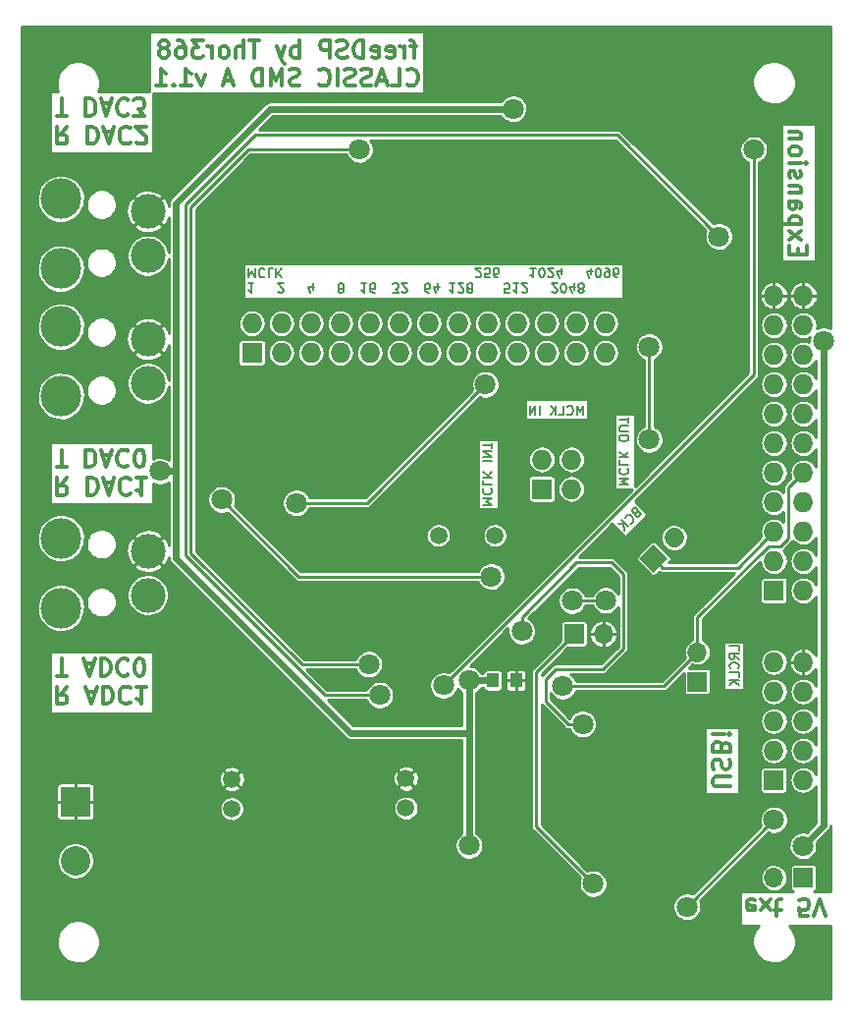
<source format=gbr>
G04 #@! TF.FileFunction,Copper,L2,Bot,Signal*
%FSLAX46Y46*%
G04 Gerber Fmt 4.6, Leading zero omitted, Abs format (unit mm)*
G04 Created by KiCad (PCBNEW 4.0.1-stable) date 10.10.2017 21:56:15*
%MOMM*%
G01*
G04 APERTURE LIST*
%ADD10C,0.100000*%
%ADD11C,0.300000*%
%ADD12C,0.200000*%
%ADD13R,1.727200X1.727200*%
%ADD14O,1.727200X1.727200*%
%ADD15C,1.501140*%
%ADD16R,2.540000X2.540000*%
%ADD17C,2.540000*%
%ADD18R,1.000000X1.250000*%
%ADD19C,3.000000*%
%ADD20C,3.500000*%
%ADD21R,1.700000X1.700000*%
%ADD22O,1.700000X1.700000*%
%ADD23C,1.700000*%
%ADD24C,1.800000*%
%ADD25C,0.600000*%
%ADD26C,0.250000*%
G04 APERTURE END LIST*
D10*
D11*
X34378570Y-2078571D02*
X33807141Y-2078571D01*
X34164284Y-3078571D02*
X34164284Y-1792857D01*
X34092856Y-1650000D01*
X33949998Y-1578571D01*
X33807141Y-1578571D01*
X33307141Y-3078571D02*
X33307141Y-2078571D01*
X33307141Y-2364286D02*
X33235713Y-2221429D01*
X33164284Y-2150000D01*
X33021427Y-2078571D01*
X32878570Y-2078571D01*
X31807142Y-3007143D02*
X31949999Y-3078571D01*
X32235713Y-3078571D01*
X32378570Y-3007143D01*
X32449999Y-2864286D01*
X32449999Y-2292857D01*
X32378570Y-2150000D01*
X32235713Y-2078571D01*
X31949999Y-2078571D01*
X31807142Y-2150000D01*
X31735713Y-2292857D01*
X31735713Y-2435714D01*
X32449999Y-2578571D01*
X30521428Y-3007143D02*
X30664285Y-3078571D01*
X30949999Y-3078571D01*
X31092856Y-3007143D01*
X31164285Y-2864286D01*
X31164285Y-2292857D01*
X31092856Y-2150000D01*
X30949999Y-2078571D01*
X30664285Y-2078571D01*
X30521428Y-2150000D01*
X30449999Y-2292857D01*
X30449999Y-2435714D01*
X31164285Y-2578571D01*
X29807142Y-3078571D02*
X29807142Y-1578571D01*
X29449999Y-1578571D01*
X29235714Y-1650000D01*
X29092856Y-1792857D01*
X29021428Y-1935714D01*
X28949999Y-2221429D01*
X28949999Y-2435714D01*
X29021428Y-2721429D01*
X29092856Y-2864286D01*
X29235714Y-3007143D01*
X29449999Y-3078571D01*
X29807142Y-3078571D01*
X28378571Y-3007143D02*
X28164285Y-3078571D01*
X27807142Y-3078571D01*
X27664285Y-3007143D01*
X27592856Y-2935714D01*
X27521428Y-2792857D01*
X27521428Y-2650000D01*
X27592856Y-2507143D01*
X27664285Y-2435714D01*
X27807142Y-2364286D01*
X28092856Y-2292857D01*
X28235714Y-2221429D01*
X28307142Y-2150000D01*
X28378571Y-2007143D01*
X28378571Y-1864286D01*
X28307142Y-1721429D01*
X28235714Y-1650000D01*
X28092856Y-1578571D01*
X27735714Y-1578571D01*
X27521428Y-1650000D01*
X26878571Y-3078571D02*
X26878571Y-1578571D01*
X26307143Y-1578571D01*
X26164285Y-1650000D01*
X26092857Y-1721429D01*
X26021428Y-1864286D01*
X26021428Y-2078571D01*
X26092857Y-2221429D01*
X26164285Y-2292857D01*
X26307143Y-2364286D01*
X26878571Y-2364286D01*
X24235714Y-3078571D02*
X24235714Y-1578571D01*
X24235714Y-2150000D02*
X24092857Y-2078571D01*
X23807143Y-2078571D01*
X23664286Y-2150000D01*
X23592857Y-2221429D01*
X23521428Y-2364286D01*
X23521428Y-2792857D01*
X23592857Y-2935714D01*
X23664286Y-3007143D01*
X23807143Y-3078571D01*
X24092857Y-3078571D01*
X24235714Y-3007143D01*
X23021428Y-2078571D02*
X22664285Y-3078571D01*
X22307143Y-2078571D02*
X22664285Y-3078571D01*
X22807143Y-3435714D01*
X22878571Y-3507143D01*
X23021428Y-3578571D01*
X20807143Y-1578571D02*
X19950000Y-1578571D01*
X20378571Y-3078571D02*
X20378571Y-1578571D01*
X19450000Y-3078571D02*
X19450000Y-1578571D01*
X18807143Y-3078571D02*
X18807143Y-2292857D01*
X18878572Y-2150000D01*
X19021429Y-2078571D01*
X19235714Y-2078571D01*
X19378572Y-2150000D01*
X19450000Y-2221429D01*
X17878571Y-3078571D02*
X18021429Y-3007143D01*
X18092857Y-2935714D01*
X18164286Y-2792857D01*
X18164286Y-2364286D01*
X18092857Y-2221429D01*
X18021429Y-2150000D01*
X17878571Y-2078571D01*
X17664286Y-2078571D01*
X17521429Y-2150000D01*
X17450000Y-2221429D01*
X17378571Y-2364286D01*
X17378571Y-2792857D01*
X17450000Y-2935714D01*
X17521429Y-3007143D01*
X17664286Y-3078571D01*
X17878571Y-3078571D01*
X16735714Y-3078571D02*
X16735714Y-2078571D01*
X16735714Y-2364286D02*
X16664286Y-2221429D01*
X16592857Y-2150000D01*
X16450000Y-2078571D01*
X16307143Y-2078571D01*
X15950000Y-1578571D02*
X15021429Y-1578571D01*
X15521429Y-2150000D01*
X15307143Y-2150000D01*
X15164286Y-2221429D01*
X15092857Y-2292857D01*
X15021429Y-2435714D01*
X15021429Y-2792857D01*
X15092857Y-2935714D01*
X15164286Y-3007143D01*
X15307143Y-3078571D01*
X15735715Y-3078571D01*
X15878572Y-3007143D01*
X15950000Y-2935714D01*
X13735715Y-1578571D02*
X14021429Y-1578571D01*
X14164286Y-1650000D01*
X14235715Y-1721429D01*
X14378572Y-1935714D01*
X14450001Y-2221429D01*
X14450001Y-2792857D01*
X14378572Y-2935714D01*
X14307144Y-3007143D01*
X14164286Y-3078571D01*
X13878572Y-3078571D01*
X13735715Y-3007143D01*
X13664286Y-2935714D01*
X13592858Y-2792857D01*
X13592858Y-2435714D01*
X13664286Y-2292857D01*
X13735715Y-2221429D01*
X13878572Y-2150000D01*
X14164286Y-2150000D01*
X14307144Y-2221429D01*
X14378572Y-2292857D01*
X14450001Y-2435714D01*
X12735715Y-2221429D02*
X12878573Y-2150000D01*
X12950001Y-2078571D01*
X13021430Y-1935714D01*
X13021430Y-1864286D01*
X12950001Y-1721429D01*
X12878573Y-1650000D01*
X12735715Y-1578571D01*
X12450001Y-1578571D01*
X12307144Y-1650000D01*
X12235715Y-1721429D01*
X12164287Y-1864286D01*
X12164287Y-1935714D01*
X12235715Y-2078571D01*
X12307144Y-2150000D01*
X12450001Y-2221429D01*
X12735715Y-2221429D01*
X12878573Y-2292857D01*
X12950001Y-2364286D01*
X13021430Y-2507143D01*
X13021430Y-2792857D01*
X12950001Y-2935714D01*
X12878573Y-3007143D01*
X12735715Y-3078571D01*
X12450001Y-3078571D01*
X12307144Y-3007143D01*
X12235715Y-2935714D01*
X12164287Y-2792857D01*
X12164287Y-2507143D01*
X12235715Y-2364286D01*
X12307144Y-2292857D01*
X12450001Y-2221429D01*
X33557141Y-5335714D02*
X33628570Y-5407143D01*
X33842856Y-5478571D01*
X33985713Y-5478571D01*
X34199998Y-5407143D01*
X34342856Y-5264286D01*
X34414284Y-5121429D01*
X34485713Y-4835714D01*
X34485713Y-4621429D01*
X34414284Y-4335714D01*
X34342856Y-4192857D01*
X34199998Y-4050000D01*
X33985713Y-3978571D01*
X33842856Y-3978571D01*
X33628570Y-4050000D01*
X33557141Y-4121429D01*
X32199998Y-5478571D02*
X32914284Y-5478571D01*
X32914284Y-3978571D01*
X31771427Y-5050000D02*
X31057141Y-5050000D01*
X31914284Y-5478571D02*
X31414284Y-3978571D01*
X30914284Y-5478571D01*
X30485713Y-5407143D02*
X30271427Y-5478571D01*
X29914284Y-5478571D01*
X29771427Y-5407143D01*
X29699998Y-5335714D01*
X29628570Y-5192857D01*
X29628570Y-5050000D01*
X29699998Y-4907143D01*
X29771427Y-4835714D01*
X29914284Y-4764286D01*
X30199998Y-4692857D01*
X30342856Y-4621429D01*
X30414284Y-4550000D01*
X30485713Y-4407143D01*
X30485713Y-4264286D01*
X30414284Y-4121429D01*
X30342856Y-4050000D01*
X30199998Y-3978571D01*
X29842856Y-3978571D01*
X29628570Y-4050000D01*
X29057142Y-5407143D02*
X28842856Y-5478571D01*
X28485713Y-5478571D01*
X28342856Y-5407143D01*
X28271427Y-5335714D01*
X28199999Y-5192857D01*
X28199999Y-5050000D01*
X28271427Y-4907143D01*
X28342856Y-4835714D01*
X28485713Y-4764286D01*
X28771427Y-4692857D01*
X28914285Y-4621429D01*
X28985713Y-4550000D01*
X29057142Y-4407143D01*
X29057142Y-4264286D01*
X28985713Y-4121429D01*
X28914285Y-4050000D01*
X28771427Y-3978571D01*
X28414285Y-3978571D01*
X28199999Y-4050000D01*
X27557142Y-5478571D02*
X27557142Y-3978571D01*
X25985713Y-5335714D02*
X26057142Y-5407143D01*
X26271428Y-5478571D01*
X26414285Y-5478571D01*
X26628570Y-5407143D01*
X26771428Y-5264286D01*
X26842856Y-5121429D01*
X26914285Y-4835714D01*
X26914285Y-4621429D01*
X26842856Y-4335714D01*
X26771428Y-4192857D01*
X26628570Y-4050000D01*
X26414285Y-3978571D01*
X26271428Y-3978571D01*
X26057142Y-4050000D01*
X25985713Y-4121429D01*
X24271428Y-5407143D02*
X24057142Y-5478571D01*
X23699999Y-5478571D01*
X23557142Y-5407143D01*
X23485713Y-5335714D01*
X23414285Y-5192857D01*
X23414285Y-5050000D01*
X23485713Y-4907143D01*
X23557142Y-4835714D01*
X23699999Y-4764286D01*
X23985713Y-4692857D01*
X24128571Y-4621429D01*
X24199999Y-4550000D01*
X24271428Y-4407143D01*
X24271428Y-4264286D01*
X24199999Y-4121429D01*
X24128571Y-4050000D01*
X23985713Y-3978571D01*
X23628571Y-3978571D01*
X23414285Y-4050000D01*
X22771428Y-5478571D02*
X22771428Y-3978571D01*
X22271428Y-5050000D01*
X21771428Y-3978571D01*
X21771428Y-5478571D01*
X21057142Y-5478571D02*
X21057142Y-3978571D01*
X20699999Y-3978571D01*
X20485714Y-4050000D01*
X20342856Y-4192857D01*
X20271428Y-4335714D01*
X20199999Y-4621429D01*
X20199999Y-4835714D01*
X20271428Y-5121429D01*
X20342856Y-5264286D01*
X20485714Y-5407143D01*
X20699999Y-5478571D01*
X21057142Y-5478571D01*
X18485714Y-5050000D02*
X17771428Y-5050000D01*
X18628571Y-5478571D02*
X18128571Y-3978571D01*
X17628571Y-5478571D01*
X16128571Y-4478571D02*
X15771428Y-5478571D01*
X15414286Y-4478571D01*
X14057143Y-5478571D02*
X14914286Y-5478571D01*
X14485714Y-5478571D02*
X14485714Y-3978571D01*
X14628571Y-4192857D01*
X14771429Y-4335714D01*
X14914286Y-4407143D01*
X13414286Y-5335714D02*
X13342858Y-5407143D01*
X13414286Y-5478571D01*
X13485715Y-5407143D01*
X13414286Y-5335714D01*
X13414286Y-5478571D01*
X11914286Y-5478571D02*
X12771429Y-5478571D01*
X12342857Y-5478571D02*
X12342857Y-3978571D01*
X12485714Y-4192857D01*
X12628572Y-4335714D01*
X12771429Y-4407143D01*
D12*
X53284873Y-42234315D02*
X53230998Y-42342064D01*
X53230999Y-42395939D01*
X53257936Y-42476751D01*
X53338748Y-42557563D01*
X53419560Y-42584501D01*
X53473435Y-42584501D01*
X53554247Y-42557563D01*
X53769747Y-42342064D01*
X53204061Y-41776379D01*
X53015499Y-41964941D01*
X52988562Y-42045753D01*
X52988561Y-42099628D01*
X53015499Y-42180440D01*
X53069374Y-42234315D01*
X53150186Y-42261253D01*
X53204061Y-42261252D01*
X53284873Y-42234315D01*
X53473435Y-42045753D01*
X52826937Y-43177123D02*
X52880812Y-43177124D01*
X52988562Y-43123249D01*
X53042437Y-43069374D01*
X53096312Y-42961625D01*
X53096312Y-42853874D01*
X53069374Y-42773063D01*
X52988562Y-42638376D01*
X52907750Y-42557563D01*
X52773063Y-42476751D01*
X52692250Y-42449813D01*
X52584501Y-42449814D01*
X52476751Y-42503689D01*
X52422877Y-42557563D01*
X52369001Y-42665313D01*
X52369001Y-42719188D01*
X52638376Y-43473435D02*
X52072690Y-42907750D01*
X52315127Y-43796684D02*
X52234315Y-43230999D01*
X51749442Y-43230999D02*
X52395939Y-43230999D01*
X62161905Y-54123810D02*
X62161905Y-53742857D01*
X61361905Y-53742857D01*
X62161905Y-54847619D02*
X61780952Y-54580952D01*
X62161905Y-54390476D02*
X61361905Y-54390476D01*
X61361905Y-54695238D01*
X61400000Y-54771429D01*
X61438095Y-54809524D01*
X61514286Y-54847619D01*
X61628571Y-54847619D01*
X61704762Y-54809524D01*
X61742857Y-54771429D01*
X61780952Y-54695238D01*
X61780952Y-54390476D01*
X62085714Y-55647619D02*
X62123810Y-55609524D01*
X62161905Y-55495238D01*
X62161905Y-55419048D01*
X62123810Y-55304762D01*
X62047619Y-55228571D01*
X61971429Y-55190476D01*
X61819048Y-55152381D01*
X61704762Y-55152381D01*
X61552381Y-55190476D01*
X61476190Y-55228571D01*
X61400000Y-55304762D01*
X61361905Y-55419048D01*
X61361905Y-55495238D01*
X61400000Y-55609524D01*
X61438095Y-55647619D01*
X62161905Y-56371429D02*
X62161905Y-55990476D01*
X61361905Y-55990476D01*
X62161905Y-56638095D02*
X61361905Y-56638095D01*
X62161905Y-57095238D02*
X61704762Y-56752381D01*
X61361905Y-57095238D02*
X61819048Y-56638095D01*
D11*
X4235715Y-57221429D02*
X3735715Y-57935714D01*
X3378572Y-57221429D02*
X3378572Y-58721429D01*
X3950000Y-58721429D01*
X4092858Y-58650000D01*
X4164286Y-58578571D01*
X4235715Y-58435714D01*
X4235715Y-58221429D01*
X4164286Y-58078571D01*
X4092858Y-58007143D01*
X3950000Y-57935714D01*
X3378572Y-57935714D01*
X5950000Y-57650000D02*
X6664286Y-57650000D01*
X5807143Y-57221429D02*
X6307143Y-58721429D01*
X6807143Y-57221429D01*
X7307143Y-57221429D02*
X7307143Y-58721429D01*
X7664286Y-58721429D01*
X7878571Y-58650000D01*
X8021429Y-58507143D01*
X8092857Y-58364286D01*
X8164286Y-58078571D01*
X8164286Y-57864286D01*
X8092857Y-57578571D01*
X8021429Y-57435714D01*
X7878571Y-57292857D01*
X7664286Y-57221429D01*
X7307143Y-57221429D01*
X9664286Y-57364286D02*
X9592857Y-57292857D01*
X9378571Y-57221429D01*
X9235714Y-57221429D01*
X9021429Y-57292857D01*
X8878571Y-57435714D01*
X8807143Y-57578571D01*
X8735714Y-57864286D01*
X8735714Y-58078571D01*
X8807143Y-58364286D01*
X8878571Y-58507143D01*
X9021429Y-58650000D01*
X9235714Y-58721429D01*
X9378571Y-58721429D01*
X9592857Y-58650000D01*
X9664286Y-58578571D01*
X11092857Y-57221429D02*
X10235714Y-57221429D01*
X10664286Y-57221429D02*
X10664286Y-58721429D01*
X10521429Y-58507143D01*
X10378571Y-58364286D01*
X10235714Y-58292857D01*
X3342858Y-56321429D02*
X4200001Y-56321429D01*
X3771430Y-54821429D02*
X3771430Y-56321429D01*
X5771429Y-55250000D02*
X6485715Y-55250000D01*
X5628572Y-54821429D02*
X6128572Y-56321429D01*
X6628572Y-54821429D01*
X7128572Y-54821429D02*
X7128572Y-56321429D01*
X7485715Y-56321429D01*
X7700000Y-56250000D01*
X7842858Y-56107143D01*
X7914286Y-55964286D01*
X7985715Y-55678571D01*
X7985715Y-55464286D01*
X7914286Y-55178571D01*
X7842858Y-55035714D01*
X7700000Y-54892857D01*
X7485715Y-54821429D01*
X7128572Y-54821429D01*
X9485715Y-54964286D02*
X9414286Y-54892857D01*
X9200000Y-54821429D01*
X9057143Y-54821429D01*
X8842858Y-54892857D01*
X8700000Y-55035714D01*
X8628572Y-55178571D01*
X8557143Y-55464286D01*
X8557143Y-55678571D01*
X8628572Y-55964286D01*
X8700000Y-56107143D01*
X8842858Y-56250000D01*
X9057143Y-56321429D01*
X9200000Y-56321429D01*
X9414286Y-56250000D01*
X9485715Y-56178571D01*
X10414286Y-56321429D02*
X10557143Y-56321429D01*
X10700000Y-56250000D01*
X10771429Y-56178571D01*
X10842858Y-56035714D01*
X10914286Y-55750000D01*
X10914286Y-55392857D01*
X10842858Y-55107143D01*
X10771429Y-54964286D01*
X10700000Y-54892857D01*
X10557143Y-54821429D01*
X10414286Y-54821429D01*
X10271429Y-54892857D01*
X10200000Y-54964286D01*
X10128572Y-55107143D01*
X10057143Y-55392857D01*
X10057143Y-55750000D01*
X10128572Y-56035714D01*
X10200000Y-56178571D01*
X10271429Y-56250000D01*
X10414286Y-56321429D01*
X4235715Y-39221429D02*
X3735715Y-39935714D01*
X3378572Y-39221429D02*
X3378572Y-40721429D01*
X3950000Y-40721429D01*
X4092858Y-40650000D01*
X4164286Y-40578571D01*
X4235715Y-40435714D01*
X4235715Y-40221429D01*
X4164286Y-40078571D01*
X4092858Y-40007143D01*
X3950000Y-39935714D01*
X3378572Y-39935714D01*
X6021429Y-39221429D02*
X6021429Y-40721429D01*
X6378572Y-40721429D01*
X6592857Y-40650000D01*
X6735715Y-40507143D01*
X6807143Y-40364286D01*
X6878572Y-40078571D01*
X6878572Y-39864286D01*
X6807143Y-39578571D01*
X6735715Y-39435714D01*
X6592857Y-39292857D01*
X6378572Y-39221429D01*
X6021429Y-39221429D01*
X7450000Y-39650000D02*
X8164286Y-39650000D01*
X7307143Y-39221429D02*
X7807143Y-40721429D01*
X8307143Y-39221429D01*
X9664286Y-39364286D02*
X9592857Y-39292857D01*
X9378571Y-39221429D01*
X9235714Y-39221429D01*
X9021429Y-39292857D01*
X8878571Y-39435714D01*
X8807143Y-39578571D01*
X8735714Y-39864286D01*
X8735714Y-40078571D01*
X8807143Y-40364286D01*
X8878571Y-40507143D01*
X9021429Y-40650000D01*
X9235714Y-40721429D01*
X9378571Y-40721429D01*
X9592857Y-40650000D01*
X9664286Y-40578571D01*
X11092857Y-39221429D02*
X10235714Y-39221429D01*
X10664286Y-39221429D02*
X10664286Y-40721429D01*
X10521429Y-40507143D01*
X10378571Y-40364286D01*
X10235714Y-40292857D01*
X3342858Y-38321429D02*
X4200001Y-38321429D01*
X3771430Y-36821429D02*
X3771430Y-38321429D01*
X5842858Y-36821429D02*
X5842858Y-38321429D01*
X6200001Y-38321429D01*
X6414286Y-38250000D01*
X6557144Y-38107143D01*
X6628572Y-37964286D01*
X6700001Y-37678571D01*
X6700001Y-37464286D01*
X6628572Y-37178571D01*
X6557144Y-37035714D01*
X6414286Y-36892857D01*
X6200001Y-36821429D01*
X5842858Y-36821429D01*
X7271429Y-37250000D02*
X7985715Y-37250000D01*
X7128572Y-36821429D02*
X7628572Y-38321429D01*
X8128572Y-36821429D01*
X9485715Y-36964286D02*
X9414286Y-36892857D01*
X9200000Y-36821429D01*
X9057143Y-36821429D01*
X8842858Y-36892857D01*
X8700000Y-37035714D01*
X8628572Y-37178571D01*
X8557143Y-37464286D01*
X8557143Y-37678571D01*
X8628572Y-37964286D01*
X8700000Y-38107143D01*
X8842858Y-38250000D01*
X9057143Y-38321429D01*
X9200000Y-38321429D01*
X9414286Y-38250000D01*
X9485715Y-38178571D01*
X10414286Y-38321429D02*
X10557143Y-38321429D01*
X10700000Y-38250000D01*
X10771429Y-38178571D01*
X10842858Y-38035714D01*
X10914286Y-37750000D01*
X10914286Y-37392857D01*
X10842858Y-37107143D01*
X10771429Y-36964286D01*
X10700000Y-36892857D01*
X10557143Y-36821429D01*
X10414286Y-36821429D01*
X10271429Y-36892857D01*
X10200000Y-36964286D01*
X10128572Y-37107143D01*
X10057143Y-37392857D01*
X10057143Y-37750000D01*
X10128572Y-38035714D01*
X10200000Y-38178571D01*
X10271429Y-38250000D01*
X10414286Y-38321429D01*
X4235715Y-8971429D02*
X3735715Y-9685714D01*
X3378572Y-8971429D02*
X3378572Y-10471429D01*
X3950000Y-10471429D01*
X4092858Y-10400000D01*
X4164286Y-10328571D01*
X4235715Y-10185714D01*
X4235715Y-9971429D01*
X4164286Y-9828571D01*
X4092858Y-9757143D01*
X3950000Y-9685714D01*
X3378572Y-9685714D01*
X6021429Y-8971429D02*
X6021429Y-10471429D01*
X6378572Y-10471429D01*
X6592857Y-10400000D01*
X6735715Y-10257143D01*
X6807143Y-10114286D01*
X6878572Y-9828571D01*
X6878572Y-9614286D01*
X6807143Y-9328571D01*
X6735715Y-9185714D01*
X6592857Y-9042857D01*
X6378572Y-8971429D01*
X6021429Y-8971429D01*
X7450000Y-9400000D02*
X8164286Y-9400000D01*
X7307143Y-8971429D02*
X7807143Y-10471429D01*
X8307143Y-8971429D01*
X9664286Y-9114286D02*
X9592857Y-9042857D01*
X9378571Y-8971429D01*
X9235714Y-8971429D01*
X9021429Y-9042857D01*
X8878571Y-9185714D01*
X8807143Y-9328571D01*
X8735714Y-9614286D01*
X8735714Y-9828571D01*
X8807143Y-10114286D01*
X8878571Y-10257143D01*
X9021429Y-10400000D01*
X9235714Y-10471429D01*
X9378571Y-10471429D01*
X9592857Y-10400000D01*
X9664286Y-10328571D01*
X10235714Y-10328571D02*
X10307143Y-10400000D01*
X10450000Y-10471429D01*
X10807143Y-10471429D01*
X10950000Y-10400000D01*
X11021429Y-10328571D01*
X11092857Y-10185714D01*
X11092857Y-10042857D01*
X11021429Y-9828571D01*
X10164286Y-8971429D01*
X11092857Y-8971429D01*
X3342858Y-8071429D02*
X4200001Y-8071429D01*
X3771430Y-6571429D02*
X3771430Y-8071429D01*
X5842858Y-6571429D02*
X5842858Y-8071429D01*
X6200001Y-8071429D01*
X6414286Y-8000000D01*
X6557144Y-7857143D01*
X6628572Y-7714286D01*
X6700001Y-7428571D01*
X6700001Y-7214286D01*
X6628572Y-6928571D01*
X6557144Y-6785714D01*
X6414286Y-6642857D01*
X6200001Y-6571429D01*
X5842858Y-6571429D01*
X7271429Y-7000000D02*
X7985715Y-7000000D01*
X7128572Y-6571429D02*
X7628572Y-8071429D01*
X8128572Y-6571429D01*
X9485715Y-6714286D02*
X9414286Y-6642857D01*
X9200000Y-6571429D01*
X9057143Y-6571429D01*
X8842858Y-6642857D01*
X8700000Y-6785714D01*
X8628572Y-6928571D01*
X8557143Y-7214286D01*
X8557143Y-7428571D01*
X8628572Y-7714286D01*
X8700000Y-7857143D01*
X8842858Y-8000000D01*
X9057143Y-8071429D01*
X9200000Y-8071429D01*
X9414286Y-8000000D01*
X9485715Y-7928571D01*
X9985715Y-8071429D02*
X10914286Y-8071429D01*
X10414286Y-7500000D01*
X10628572Y-7500000D01*
X10771429Y-7428571D01*
X10842858Y-7357143D01*
X10914286Y-7214286D01*
X10914286Y-6857143D01*
X10842858Y-6714286D01*
X10771429Y-6642857D01*
X10628572Y-6571429D01*
X10200000Y-6571429D01*
X10057143Y-6642857D01*
X9985715Y-6714286D01*
D12*
X40088095Y-41559524D02*
X40888095Y-41559524D01*
X40316667Y-41292857D01*
X40888095Y-41026190D01*
X40088095Y-41026190D01*
X40164286Y-40188095D02*
X40126190Y-40226190D01*
X40088095Y-40340476D01*
X40088095Y-40416666D01*
X40126190Y-40530952D01*
X40202381Y-40607143D01*
X40278571Y-40645238D01*
X40430952Y-40683333D01*
X40545238Y-40683333D01*
X40697619Y-40645238D01*
X40773810Y-40607143D01*
X40850000Y-40530952D01*
X40888095Y-40416666D01*
X40888095Y-40340476D01*
X40850000Y-40226190D01*
X40811905Y-40188095D01*
X40088095Y-39464285D02*
X40088095Y-39845238D01*
X40888095Y-39845238D01*
X40088095Y-39197619D02*
X40888095Y-39197619D01*
X40088095Y-38740476D02*
X40545238Y-39083333D01*
X40888095Y-38740476D02*
X40430952Y-39197619D01*
X40088095Y-37788095D02*
X40888095Y-37788095D01*
X40088095Y-37407143D02*
X40888095Y-37407143D01*
X40088095Y-36950000D01*
X40888095Y-36950000D01*
X40888095Y-36683334D02*
X40888095Y-36226191D01*
X40088095Y-36454762D02*
X40888095Y-36454762D01*
X48754762Y-33811905D02*
X48754762Y-33011905D01*
X48488095Y-33583333D01*
X48221428Y-33011905D01*
X48221428Y-33811905D01*
X47383333Y-33735714D02*
X47421428Y-33773810D01*
X47535714Y-33811905D01*
X47611904Y-33811905D01*
X47726190Y-33773810D01*
X47802381Y-33697619D01*
X47840476Y-33621429D01*
X47878571Y-33469048D01*
X47878571Y-33354762D01*
X47840476Y-33202381D01*
X47802381Y-33126190D01*
X47726190Y-33050000D01*
X47611904Y-33011905D01*
X47535714Y-33011905D01*
X47421428Y-33050000D01*
X47383333Y-33088095D01*
X46659523Y-33811905D02*
X47040476Y-33811905D01*
X47040476Y-33011905D01*
X46392857Y-33811905D02*
X46392857Y-33011905D01*
X45935714Y-33811905D02*
X46278571Y-33354762D01*
X45935714Y-33011905D02*
X46392857Y-33469048D01*
X44983333Y-33811905D02*
X44983333Y-33011905D01*
X44602381Y-33811905D02*
X44602381Y-33011905D01*
X44145238Y-33811905D01*
X44145238Y-33011905D01*
X51838095Y-39816667D02*
X52638095Y-39816667D01*
X52066667Y-39550000D01*
X52638095Y-39283333D01*
X51838095Y-39283333D01*
X51914286Y-38445238D02*
X51876190Y-38483333D01*
X51838095Y-38597619D01*
X51838095Y-38673809D01*
X51876190Y-38788095D01*
X51952381Y-38864286D01*
X52028571Y-38902381D01*
X52180952Y-38940476D01*
X52295238Y-38940476D01*
X52447619Y-38902381D01*
X52523810Y-38864286D01*
X52600000Y-38788095D01*
X52638095Y-38673809D01*
X52638095Y-38597619D01*
X52600000Y-38483333D01*
X52561905Y-38445238D01*
X51838095Y-37721428D02*
X51838095Y-38102381D01*
X52638095Y-38102381D01*
X51838095Y-37454762D02*
X52638095Y-37454762D01*
X51838095Y-36997619D02*
X52295238Y-37340476D01*
X52638095Y-36997619D02*
X52180952Y-37454762D01*
X52638095Y-35892857D02*
X52638095Y-35740476D01*
X52600000Y-35664285D01*
X52523810Y-35588095D01*
X52371429Y-35550000D01*
X52104762Y-35550000D01*
X51952381Y-35588095D01*
X51876190Y-35664285D01*
X51838095Y-35740476D01*
X51838095Y-35892857D01*
X51876190Y-35969047D01*
X51952381Y-36045238D01*
X52104762Y-36083333D01*
X52371429Y-36083333D01*
X52523810Y-36045238D01*
X52600000Y-35969047D01*
X52638095Y-35892857D01*
X52638095Y-35207143D02*
X51990476Y-35207143D01*
X51914286Y-35169048D01*
X51876190Y-35130952D01*
X51838095Y-35054762D01*
X51838095Y-34902381D01*
X51876190Y-34826190D01*
X51914286Y-34788095D01*
X51990476Y-34750000D01*
X52638095Y-34750000D01*
X52638095Y-34483334D02*
X52638095Y-34026191D01*
X51838095Y-34254762D02*
X52638095Y-34254762D01*
D11*
X63521429Y-75592857D02*
X63378572Y-75521429D01*
X63092858Y-75521429D01*
X62950001Y-75592857D01*
X62878572Y-75735714D01*
X62878572Y-76307143D01*
X62950001Y-76450000D01*
X63092858Y-76521429D01*
X63378572Y-76521429D01*
X63521429Y-76450000D01*
X63592858Y-76307143D01*
X63592858Y-76164286D01*
X62878572Y-76021429D01*
X64092858Y-75521429D02*
X64878572Y-76521429D01*
X64092858Y-76521429D02*
X64878572Y-75521429D01*
X65235715Y-76521429D02*
X65807144Y-76521429D01*
X65450001Y-77021429D02*
X65450001Y-75735714D01*
X65521429Y-75592857D01*
X65664287Y-75521429D01*
X65807144Y-75521429D01*
X68164287Y-77021429D02*
X67450001Y-77021429D01*
X67378572Y-76307143D01*
X67450001Y-76378571D01*
X67592858Y-76450000D01*
X67950001Y-76450000D01*
X68092858Y-76378571D01*
X68164287Y-76307143D01*
X68235715Y-76164286D01*
X68235715Y-75807143D01*
X68164287Y-75664286D01*
X68092858Y-75592857D01*
X67950001Y-75521429D01*
X67592858Y-75521429D01*
X67450001Y-75592857D01*
X67378572Y-75664286D01*
X68664286Y-77021429D02*
X69164286Y-75521429D01*
X69664286Y-77021429D01*
X61421429Y-65850000D02*
X60207143Y-65850000D01*
X60064286Y-65778572D01*
X59992857Y-65707143D01*
X59921429Y-65564286D01*
X59921429Y-65278572D01*
X59992857Y-65135714D01*
X60064286Y-65064286D01*
X60207143Y-64992857D01*
X61421429Y-64992857D01*
X59992857Y-64350000D02*
X59921429Y-64135714D01*
X59921429Y-63778571D01*
X59992857Y-63635714D01*
X60064286Y-63564285D01*
X60207143Y-63492857D01*
X60350000Y-63492857D01*
X60492857Y-63564285D01*
X60564286Y-63635714D01*
X60635714Y-63778571D01*
X60707143Y-64064285D01*
X60778571Y-64207143D01*
X60850000Y-64278571D01*
X60992857Y-64350000D01*
X61135714Y-64350000D01*
X61278571Y-64278571D01*
X61350000Y-64207143D01*
X61421429Y-64064285D01*
X61421429Y-63707143D01*
X61350000Y-63492857D01*
X60707143Y-62350000D02*
X60635714Y-62135714D01*
X60564286Y-62064286D01*
X60421429Y-61992857D01*
X60207143Y-61992857D01*
X60064286Y-62064286D01*
X59992857Y-62135714D01*
X59921429Y-62278572D01*
X59921429Y-62850000D01*
X61421429Y-62850000D01*
X61421429Y-62350000D01*
X61350000Y-62207143D01*
X61278571Y-62135714D01*
X61135714Y-62064286D01*
X60992857Y-62064286D01*
X60850000Y-62135714D01*
X60778571Y-62207143D01*
X60707143Y-62350000D01*
X60707143Y-62850000D01*
X59921429Y-61350000D02*
X60921429Y-61350000D01*
X61421429Y-61350000D02*
X61350000Y-61421429D01*
X61278571Y-61350000D01*
X61350000Y-61278572D01*
X61421429Y-61350000D01*
X61278571Y-61350000D01*
X67307143Y-19985715D02*
X67307143Y-19485715D01*
X66521429Y-19271429D02*
X66521429Y-19985715D01*
X68021429Y-19985715D01*
X68021429Y-19271429D01*
X66521429Y-18771429D02*
X67521429Y-17985715D01*
X67521429Y-18771429D02*
X66521429Y-17985715D01*
X67521429Y-17414286D02*
X66021429Y-17414286D01*
X67450000Y-17414286D02*
X67521429Y-17271429D01*
X67521429Y-16985715D01*
X67450000Y-16842858D01*
X67378571Y-16771429D01*
X67235714Y-16700000D01*
X66807143Y-16700000D01*
X66664286Y-16771429D01*
X66592857Y-16842858D01*
X66521429Y-16985715D01*
X66521429Y-17271429D01*
X66592857Y-17414286D01*
X66521429Y-15414286D02*
X67307143Y-15414286D01*
X67450000Y-15485715D01*
X67521429Y-15628572D01*
X67521429Y-15914286D01*
X67450000Y-16057143D01*
X66592857Y-15414286D02*
X66521429Y-15557143D01*
X66521429Y-15914286D01*
X66592857Y-16057143D01*
X66735714Y-16128572D01*
X66878571Y-16128572D01*
X67021429Y-16057143D01*
X67092857Y-15914286D01*
X67092857Y-15557143D01*
X67164286Y-15414286D01*
X67521429Y-14700000D02*
X66521429Y-14700000D01*
X67378571Y-14700000D02*
X67450000Y-14628572D01*
X67521429Y-14485714D01*
X67521429Y-14271429D01*
X67450000Y-14128572D01*
X67307143Y-14057143D01*
X66521429Y-14057143D01*
X66592857Y-13414286D02*
X66521429Y-13271429D01*
X66521429Y-12985714D01*
X66592857Y-12842857D01*
X66735714Y-12771429D01*
X66807143Y-12771429D01*
X66950000Y-12842857D01*
X67021429Y-12985714D01*
X67021429Y-13200000D01*
X67092857Y-13342857D01*
X67235714Y-13414286D01*
X67307143Y-13414286D01*
X67450000Y-13342857D01*
X67521429Y-13200000D01*
X67521429Y-12985714D01*
X67450000Y-12842857D01*
X66521429Y-12128571D02*
X67521429Y-12128571D01*
X68021429Y-12128571D02*
X67950000Y-12200000D01*
X67878571Y-12128571D01*
X67950000Y-12057143D01*
X68021429Y-12128571D01*
X67878571Y-12128571D01*
X66521429Y-11199999D02*
X66592857Y-11342857D01*
X66664286Y-11414285D01*
X66807143Y-11485714D01*
X67235714Y-11485714D01*
X67378571Y-11414285D01*
X67450000Y-11342857D01*
X67521429Y-11199999D01*
X67521429Y-10985714D01*
X67450000Y-10842857D01*
X67378571Y-10771428D01*
X67235714Y-10699999D01*
X66807143Y-10699999D01*
X66664286Y-10771428D01*
X66592857Y-10842857D01*
X66521429Y-10985714D01*
X66521429Y-11199999D01*
X67521429Y-10057142D02*
X66521429Y-10057142D01*
X67378571Y-10057142D02*
X67450000Y-9985714D01*
X67521429Y-9842856D01*
X67521429Y-9628571D01*
X67450000Y-9485714D01*
X67307143Y-9414285D01*
X66521429Y-9414285D01*
D12*
X20309524Y-22498095D02*
X19852381Y-22498095D01*
X20080952Y-22498095D02*
X20080952Y-23298095D01*
X20004762Y-23183810D01*
X19928571Y-23107619D01*
X19852381Y-23069524D01*
X22442858Y-23221905D02*
X22480953Y-23260000D01*
X22557144Y-23298095D01*
X22747620Y-23298095D01*
X22823810Y-23260000D01*
X22861906Y-23221905D01*
X22900001Y-23145714D01*
X22900001Y-23069524D01*
X22861906Y-22955238D01*
X22404763Y-22498095D01*
X22900001Y-22498095D01*
X25414287Y-23031429D02*
X25414287Y-22498095D01*
X25223811Y-23336190D02*
X25033335Y-22764762D01*
X25528573Y-22764762D01*
X27776193Y-22955238D02*
X27700002Y-22993333D01*
X27661907Y-23031429D01*
X27623812Y-23107619D01*
X27623812Y-23145714D01*
X27661907Y-23221905D01*
X27700002Y-23260000D01*
X27776193Y-23298095D01*
X27928574Y-23298095D01*
X28004764Y-23260000D01*
X28042860Y-23221905D01*
X28080955Y-23145714D01*
X28080955Y-23107619D01*
X28042860Y-23031429D01*
X28004764Y-22993333D01*
X27928574Y-22955238D01*
X27776193Y-22955238D01*
X27700002Y-22917143D01*
X27661907Y-22879048D01*
X27623812Y-22802857D01*
X27623812Y-22650476D01*
X27661907Y-22574286D01*
X27700002Y-22536190D01*
X27776193Y-22498095D01*
X27928574Y-22498095D01*
X28004764Y-22536190D01*
X28042860Y-22574286D01*
X28080955Y-22650476D01*
X28080955Y-22802857D01*
X28042860Y-22879048D01*
X28004764Y-22917143D01*
X27928574Y-22955238D01*
X30061908Y-22498095D02*
X29604765Y-22498095D01*
X29833336Y-22498095D02*
X29833336Y-23298095D01*
X29757146Y-23183810D01*
X29680955Y-23107619D01*
X29604765Y-23069524D01*
X30747622Y-23298095D02*
X30595241Y-23298095D01*
X30519051Y-23260000D01*
X30480956Y-23221905D01*
X30404765Y-23107619D01*
X30366670Y-22955238D01*
X30366670Y-22650476D01*
X30404765Y-22574286D01*
X30442860Y-22536190D01*
X30519051Y-22498095D01*
X30671432Y-22498095D01*
X30747622Y-22536190D01*
X30785718Y-22574286D01*
X30823813Y-22650476D01*
X30823813Y-22840952D01*
X30785718Y-22917143D01*
X30747622Y-22955238D01*
X30671432Y-22993333D01*
X30519051Y-22993333D01*
X30442860Y-22955238D01*
X30404765Y-22917143D01*
X30366670Y-22840952D01*
X32309528Y-23298095D02*
X32804766Y-23298095D01*
X32538099Y-22993333D01*
X32652385Y-22993333D01*
X32728575Y-22955238D01*
X32766671Y-22917143D01*
X32804766Y-22840952D01*
X32804766Y-22650476D01*
X32766671Y-22574286D01*
X32728575Y-22536190D01*
X32652385Y-22498095D01*
X32423813Y-22498095D01*
X32347623Y-22536190D01*
X32309528Y-22574286D01*
X33109528Y-23221905D02*
X33147623Y-23260000D01*
X33223814Y-23298095D01*
X33414290Y-23298095D01*
X33490480Y-23260000D01*
X33528576Y-23221905D01*
X33566671Y-23145714D01*
X33566671Y-23069524D01*
X33528576Y-22955238D01*
X33071433Y-22498095D01*
X33566671Y-22498095D01*
X35471433Y-23298095D02*
X35319052Y-23298095D01*
X35242862Y-23260000D01*
X35204767Y-23221905D01*
X35128576Y-23107619D01*
X35090481Y-22955238D01*
X35090481Y-22650476D01*
X35128576Y-22574286D01*
X35166671Y-22536190D01*
X35242862Y-22498095D01*
X35395243Y-22498095D01*
X35471433Y-22536190D01*
X35509529Y-22574286D01*
X35547624Y-22650476D01*
X35547624Y-22840952D01*
X35509529Y-22917143D01*
X35471433Y-22955238D01*
X35395243Y-22993333D01*
X35242862Y-22993333D01*
X35166671Y-22955238D01*
X35128576Y-22917143D01*
X35090481Y-22840952D01*
X36233338Y-23031429D02*
X36233338Y-22498095D01*
X36042862Y-23336190D02*
X35852386Y-22764762D01*
X36347624Y-22764762D01*
X37680958Y-22498095D02*
X37223815Y-22498095D01*
X37452386Y-22498095D02*
X37452386Y-23298095D01*
X37376196Y-23183810D01*
X37300005Y-23107619D01*
X37223815Y-23069524D01*
X37985720Y-23221905D02*
X38023815Y-23260000D01*
X38100006Y-23298095D01*
X38290482Y-23298095D01*
X38366672Y-23260000D01*
X38404768Y-23221905D01*
X38442863Y-23145714D01*
X38442863Y-23069524D01*
X38404768Y-22955238D01*
X37947625Y-22498095D01*
X38442863Y-22498095D01*
X38900006Y-22955238D02*
X38823815Y-22993333D01*
X38785720Y-23031429D01*
X38747625Y-23107619D01*
X38747625Y-23145714D01*
X38785720Y-23221905D01*
X38823815Y-23260000D01*
X38900006Y-23298095D01*
X39052387Y-23298095D01*
X39128577Y-23260000D01*
X39166673Y-23221905D01*
X39204768Y-23145714D01*
X39204768Y-23107619D01*
X39166673Y-23031429D01*
X39128577Y-22993333D01*
X39052387Y-22955238D01*
X38900006Y-22955238D01*
X38823815Y-22917143D01*
X38785720Y-22879048D01*
X38747625Y-22802857D01*
X38747625Y-22650476D01*
X38785720Y-22574286D01*
X38823815Y-22536190D01*
X38900006Y-22498095D01*
X39052387Y-22498095D01*
X39128577Y-22536190D01*
X39166673Y-22574286D01*
X39204768Y-22650476D01*
X39204768Y-22802857D01*
X39166673Y-22879048D01*
X39128577Y-22917143D01*
X39052387Y-22955238D01*
X42366674Y-23298095D02*
X41985721Y-23298095D01*
X41947626Y-22917143D01*
X41985721Y-22955238D01*
X42061912Y-22993333D01*
X42252388Y-22993333D01*
X42328578Y-22955238D01*
X42366674Y-22917143D01*
X42404769Y-22840952D01*
X42404769Y-22650476D01*
X42366674Y-22574286D01*
X42328578Y-22536190D01*
X42252388Y-22498095D01*
X42061912Y-22498095D01*
X41985721Y-22536190D01*
X41947626Y-22574286D01*
X43166674Y-22498095D02*
X42709531Y-22498095D01*
X42938102Y-22498095D02*
X42938102Y-23298095D01*
X42861912Y-23183810D01*
X42785721Y-23107619D01*
X42709531Y-23069524D01*
X43471436Y-23221905D02*
X43509531Y-23260000D01*
X43585722Y-23298095D01*
X43776198Y-23298095D01*
X43852388Y-23260000D01*
X43890484Y-23221905D01*
X43928579Y-23145714D01*
X43928579Y-23069524D01*
X43890484Y-22955238D01*
X43433341Y-22498095D01*
X43928579Y-22498095D01*
X46061913Y-23221905D02*
X46100008Y-23260000D01*
X46176199Y-23298095D01*
X46366675Y-23298095D01*
X46442865Y-23260000D01*
X46480961Y-23221905D01*
X46519056Y-23145714D01*
X46519056Y-23069524D01*
X46480961Y-22955238D01*
X46023818Y-22498095D01*
X46519056Y-22498095D01*
X47014294Y-23298095D02*
X47090485Y-23298095D01*
X47166675Y-23260000D01*
X47204770Y-23221905D01*
X47242866Y-23145714D01*
X47280961Y-22993333D01*
X47280961Y-22802857D01*
X47242866Y-22650476D01*
X47204770Y-22574286D01*
X47166675Y-22536190D01*
X47090485Y-22498095D01*
X47014294Y-22498095D01*
X46938104Y-22536190D01*
X46900008Y-22574286D01*
X46861913Y-22650476D01*
X46823818Y-22802857D01*
X46823818Y-22993333D01*
X46861913Y-23145714D01*
X46900008Y-23221905D01*
X46938104Y-23260000D01*
X47014294Y-23298095D01*
X47966675Y-23031429D02*
X47966675Y-22498095D01*
X47776199Y-23336190D02*
X47585723Y-22764762D01*
X48080961Y-22764762D01*
X48500009Y-22955238D02*
X48423818Y-22993333D01*
X48385723Y-23031429D01*
X48347628Y-23107619D01*
X48347628Y-23145714D01*
X48385723Y-23221905D01*
X48423818Y-23260000D01*
X48500009Y-23298095D01*
X48652390Y-23298095D01*
X48728580Y-23260000D01*
X48766676Y-23221905D01*
X48804771Y-23145714D01*
X48804771Y-23107619D01*
X48766676Y-23031429D01*
X48728580Y-22993333D01*
X48652390Y-22955238D01*
X48500009Y-22955238D01*
X48423818Y-22917143D01*
X48385723Y-22879048D01*
X48347628Y-22802857D01*
X48347628Y-22650476D01*
X48385723Y-22574286D01*
X48423818Y-22536190D01*
X48500009Y-22498095D01*
X48652390Y-22498095D01*
X48728580Y-22536190D01*
X48766676Y-22574286D01*
X48804771Y-22650476D01*
X48804771Y-22802857D01*
X48766676Y-22879048D01*
X48728580Y-22917143D01*
X48652390Y-22955238D01*
X19890476Y-21178095D02*
X19890476Y-21978095D01*
X20157143Y-21406667D01*
X20423810Y-21978095D01*
X20423810Y-21178095D01*
X21261905Y-21254286D02*
X21223810Y-21216190D01*
X21109524Y-21178095D01*
X21033334Y-21178095D01*
X20919048Y-21216190D01*
X20842857Y-21292381D01*
X20804762Y-21368571D01*
X20766667Y-21520952D01*
X20766667Y-21635238D01*
X20804762Y-21787619D01*
X20842857Y-21863810D01*
X20919048Y-21940000D01*
X21033334Y-21978095D01*
X21109524Y-21978095D01*
X21223810Y-21940000D01*
X21261905Y-21901905D01*
X21985715Y-21178095D02*
X21604762Y-21178095D01*
X21604762Y-21978095D01*
X22252381Y-21178095D02*
X22252381Y-21978095D01*
X22709524Y-21178095D02*
X22366667Y-21635238D01*
X22709524Y-21978095D02*
X22252381Y-21520952D01*
X39471434Y-21901905D02*
X39509529Y-21940000D01*
X39585720Y-21978095D01*
X39776196Y-21978095D01*
X39852386Y-21940000D01*
X39890482Y-21901905D01*
X39928577Y-21825714D01*
X39928577Y-21749524D01*
X39890482Y-21635238D01*
X39433339Y-21178095D01*
X39928577Y-21178095D01*
X40652387Y-21978095D02*
X40271434Y-21978095D01*
X40233339Y-21597143D01*
X40271434Y-21635238D01*
X40347625Y-21673333D01*
X40538101Y-21673333D01*
X40614291Y-21635238D01*
X40652387Y-21597143D01*
X40690482Y-21520952D01*
X40690482Y-21330476D01*
X40652387Y-21254286D01*
X40614291Y-21216190D01*
X40538101Y-21178095D01*
X40347625Y-21178095D01*
X40271434Y-21216190D01*
X40233339Y-21254286D01*
X41376196Y-21978095D02*
X41223815Y-21978095D01*
X41147625Y-21940000D01*
X41109530Y-21901905D01*
X41033339Y-21787619D01*
X40995244Y-21635238D01*
X40995244Y-21330476D01*
X41033339Y-21254286D01*
X41071434Y-21216190D01*
X41147625Y-21178095D01*
X41300006Y-21178095D01*
X41376196Y-21216190D01*
X41414292Y-21254286D01*
X41452387Y-21330476D01*
X41452387Y-21520952D01*
X41414292Y-21597143D01*
X41376196Y-21635238D01*
X41300006Y-21673333D01*
X41147625Y-21673333D01*
X41071434Y-21635238D01*
X41033339Y-21597143D01*
X40995244Y-21520952D01*
X44652388Y-21178095D02*
X44195245Y-21178095D01*
X44423816Y-21178095D02*
X44423816Y-21978095D01*
X44347626Y-21863810D01*
X44271435Y-21787619D01*
X44195245Y-21749524D01*
X45147626Y-21978095D02*
X45223817Y-21978095D01*
X45300007Y-21940000D01*
X45338102Y-21901905D01*
X45376198Y-21825714D01*
X45414293Y-21673333D01*
X45414293Y-21482857D01*
X45376198Y-21330476D01*
X45338102Y-21254286D01*
X45300007Y-21216190D01*
X45223817Y-21178095D01*
X45147626Y-21178095D01*
X45071436Y-21216190D01*
X45033340Y-21254286D01*
X44995245Y-21330476D01*
X44957150Y-21482857D01*
X44957150Y-21673333D01*
X44995245Y-21825714D01*
X45033340Y-21901905D01*
X45071436Y-21940000D01*
X45147626Y-21978095D01*
X45719055Y-21901905D02*
X45757150Y-21940000D01*
X45833341Y-21978095D01*
X46023817Y-21978095D01*
X46100007Y-21940000D01*
X46138103Y-21901905D01*
X46176198Y-21825714D01*
X46176198Y-21749524D01*
X46138103Y-21635238D01*
X45680960Y-21178095D01*
X46176198Y-21178095D01*
X46861912Y-21711429D02*
X46861912Y-21178095D01*
X46671436Y-22016190D02*
X46480960Y-21444762D01*
X46976198Y-21444762D01*
X49452389Y-21711429D02*
X49452389Y-21178095D01*
X49261913Y-22016190D02*
X49071437Y-21444762D01*
X49566675Y-21444762D01*
X50023818Y-21978095D02*
X50100009Y-21978095D01*
X50176199Y-21940000D01*
X50214294Y-21901905D01*
X50252390Y-21825714D01*
X50290485Y-21673333D01*
X50290485Y-21482857D01*
X50252390Y-21330476D01*
X50214294Y-21254286D01*
X50176199Y-21216190D01*
X50100009Y-21178095D01*
X50023818Y-21178095D01*
X49947628Y-21216190D01*
X49909532Y-21254286D01*
X49871437Y-21330476D01*
X49833342Y-21482857D01*
X49833342Y-21673333D01*
X49871437Y-21825714D01*
X49909532Y-21901905D01*
X49947628Y-21940000D01*
X50023818Y-21978095D01*
X50671437Y-21178095D02*
X50823818Y-21178095D01*
X50900009Y-21216190D01*
X50938104Y-21254286D01*
X51014295Y-21368571D01*
X51052390Y-21520952D01*
X51052390Y-21825714D01*
X51014295Y-21901905D01*
X50976199Y-21940000D01*
X50900009Y-21978095D01*
X50747628Y-21978095D01*
X50671437Y-21940000D01*
X50633342Y-21901905D01*
X50595247Y-21825714D01*
X50595247Y-21635238D01*
X50633342Y-21559048D01*
X50671437Y-21520952D01*
X50747628Y-21482857D01*
X50900009Y-21482857D01*
X50976199Y-21520952D01*
X51014295Y-21559048D01*
X51052390Y-21635238D01*
X51738104Y-21978095D02*
X51585723Y-21978095D01*
X51509533Y-21940000D01*
X51471438Y-21901905D01*
X51395247Y-21787619D01*
X51357152Y-21635238D01*
X51357152Y-21330476D01*
X51395247Y-21254286D01*
X51433342Y-21216190D01*
X51509533Y-21178095D01*
X51661914Y-21178095D01*
X51738104Y-21216190D01*
X51776200Y-21254286D01*
X51814295Y-21330476D01*
X51814295Y-21520952D01*
X51776200Y-21597143D01*
X51738104Y-21635238D01*
X51661914Y-21673333D01*
X51509533Y-21673333D01*
X51433342Y-21635238D01*
X51395247Y-21597143D01*
X51357152Y-21520952D01*
D13*
X20166000Y-28485732D03*
D14*
X20166000Y-25945732D03*
X22706000Y-28485732D03*
X22706000Y-25945732D03*
X25246000Y-28485732D03*
X25246000Y-25945732D03*
X27786000Y-28485732D03*
X27786000Y-25945732D03*
X30326000Y-28485732D03*
X30326000Y-25945732D03*
X32866000Y-28485732D03*
X32866000Y-25945732D03*
X35406000Y-28485732D03*
X35406000Y-25945732D03*
X37946000Y-28485732D03*
X37946000Y-25945732D03*
X40486000Y-28485732D03*
X40486000Y-25945732D03*
X43026000Y-28485732D03*
X43026000Y-25945732D03*
X45566000Y-28485732D03*
X45566000Y-25945732D03*
X48106000Y-28485732D03*
X48106000Y-25945732D03*
X50646000Y-28485732D03*
X50646000Y-25945732D03*
D15*
X36259060Y-44200000D03*
X41140940Y-44200000D03*
D13*
X45200000Y-40200000D03*
D14*
X47740000Y-40200000D03*
X45200000Y-37660000D03*
X47740000Y-37660000D03*
D13*
X65200000Y-65280000D03*
D14*
X67740000Y-65280000D03*
X65200000Y-62740000D03*
X67740000Y-62740000D03*
X65200000Y-60200000D03*
X67740000Y-60200000D03*
X65200000Y-57660000D03*
X67740000Y-57660000D03*
X65200000Y-55120000D03*
X67740000Y-55120000D03*
D13*
X65200000Y-48950000D03*
D14*
X67740000Y-48950000D03*
X65200000Y-46410000D03*
X67740000Y-46410000D03*
X65200000Y-43870000D03*
X67740000Y-43870000D03*
X65200000Y-41330000D03*
X67740000Y-41330000D03*
X65200000Y-38790000D03*
X67740000Y-38790000D03*
X65200000Y-36250000D03*
X67740000Y-36250000D03*
X65200000Y-33710000D03*
X67740000Y-33710000D03*
X65200000Y-31170000D03*
X67740000Y-31170000D03*
X65200000Y-28630000D03*
X67740000Y-28630000D03*
X65200000Y-26090000D03*
X67740000Y-26090000D03*
X65200000Y-23550000D03*
X67740000Y-23550000D03*
D15*
X18450000Y-65200000D03*
X18450000Y-67740000D03*
X33450000Y-65160000D03*
X33450000Y-67700000D03*
D16*
X4950000Y-67160000D03*
D17*
X4950000Y-72240000D03*
D18*
X40950000Y-56700000D03*
X42950000Y-56700000D03*
D19*
X11200000Y-45550000D03*
X11200000Y-49350000D03*
D20*
X3700000Y-44450000D03*
X3700000Y-50450000D03*
D19*
X11200000Y-16300000D03*
X11200000Y-20100000D03*
D20*
X3700000Y-15200000D03*
X3700000Y-21200000D03*
D19*
X11200000Y-27300000D03*
X11200000Y-31100000D03*
D20*
X3700000Y-26200000D03*
X3700000Y-32200000D03*
D21*
X67740000Y-73700000D03*
D22*
X65200000Y-73700000D03*
D21*
X58600000Y-56800000D03*
D22*
X58600000Y-54260000D03*
D10*
G36*
X56002082Y-46200000D02*
X54800000Y-47402082D01*
X53597918Y-46200000D01*
X54800000Y-44997918D01*
X56002082Y-46200000D01*
X56002082Y-46200000D01*
G37*
D23*
X56596051Y-44403949D02*
X56596051Y-44403949D01*
D21*
X47950000Y-52700000D03*
D22*
X50490000Y-52700000D03*
D24*
X33450000Y-51700000D03*
X54450000Y-61450000D03*
X5000000Y-62600000D03*
X38898645Y-70924467D03*
X12250449Y-38668141D03*
X42700000Y-7450000D03*
X38900021Y-56690798D03*
X43450000Y-52450000D03*
X48700000Y-60450000D03*
X49600000Y-74200000D03*
X40811978Y-47749515D03*
X17567787Y-41115251D03*
X30261523Y-55298586D03*
X29450000Y-10950000D03*
X36697659Y-57129912D03*
X63450000Y-10950000D03*
X69450000Y-27450000D03*
X67700000Y-70950000D03*
X40311732Y-31200000D03*
X24000000Y-41400000D03*
X31200000Y-57950000D03*
X60450000Y-18450000D03*
X46999938Y-57188959D03*
X50700000Y-49800000D03*
X47783368Y-49822019D03*
X57700000Y-76200000D03*
X65200000Y-68700000D03*
X54450000Y-35950000D03*
X54450000Y-27950000D03*
D25*
X38898645Y-70924467D02*
X38900021Y-70923091D01*
X38900021Y-70923091D02*
X38900021Y-61200000D01*
X13637482Y-46182049D02*
X13637482Y-38800000D01*
X13637482Y-38800000D02*
X13637482Y-38000000D01*
X12250449Y-38668141D02*
X13505623Y-38668141D01*
X13505623Y-38668141D02*
X13637482Y-38800000D01*
X13637482Y-38000000D02*
X13637482Y-15563085D01*
X38900021Y-61200000D02*
X28655433Y-61200000D01*
X28655433Y-61200000D02*
X13637482Y-46182049D01*
X13637482Y-15563085D02*
X21750567Y-7450000D01*
X21750567Y-7450000D02*
X41427208Y-7450000D01*
X41427208Y-7450000D02*
X42700000Y-7450000D01*
X40950000Y-56700000D02*
X38909223Y-56700000D01*
X38909223Y-56700000D02*
X38900021Y-56690798D01*
X38900021Y-56690798D02*
X38900021Y-61200000D01*
D26*
X48700000Y-60450000D02*
X47427208Y-60450000D01*
X43450000Y-51282370D02*
X43450000Y-52450000D01*
X47427208Y-60450000D02*
X45481323Y-58504115D01*
X45481323Y-58504115D02*
X45481323Y-56571368D01*
X50450000Y-55700000D02*
X52216426Y-53933574D01*
X52216426Y-47561640D02*
X51202782Y-46547996D01*
X48184374Y-46547996D02*
X43450000Y-51282370D01*
X45481323Y-56571368D02*
X46352691Y-55700000D01*
X46352691Y-55700000D02*
X50450000Y-55700000D01*
X52216426Y-53933574D02*
X52216426Y-47561640D01*
X51202782Y-46547996D02*
X48184374Y-46547996D01*
X47950000Y-52700000D02*
X44700000Y-55950000D01*
X44700000Y-55950000D02*
X44700000Y-69300000D01*
X44700000Y-69300000D02*
X44850969Y-69450969D01*
X44850969Y-69450969D02*
X49600000Y-74200000D01*
X39539186Y-47749515D02*
X40811978Y-47749515D01*
X24202051Y-47749515D02*
X39539186Y-47749515D01*
X17567787Y-41115251D02*
X24202051Y-47749515D01*
X30261523Y-55298586D02*
X30248694Y-55311415D01*
X14902866Y-45723963D02*
X14902866Y-15935966D01*
X19888832Y-10950000D02*
X29450000Y-10950000D01*
X30248694Y-55311415D02*
X24490318Y-55311415D01*
X24490318Y-55311415D02*
X14902866Y-45723963D01*
X14902866Y-15935966D02*
X19888832Y-10950000D01*
X36697659Y-57129912D02*
X37675001Y-56152570D01*
X37675001Y-56152570D02*
X37675001Y-56148985D01*
X37675001Y-56148985D02*
X63450000Y-30373986D01*
X63450000Y-30373986D02*
X63450000Y-10950000D01*
D25*
X69450000Y-27450000D02*
X69450000Y-69200000D01*
X69450000Y-69200000D02*
X67700000Y-70950000D01*
D26*
X30111732Y-41400000D02*
X40311732Y-31200000D01*
X24000000Y-41400000D02*
X30111732Y-41400000D01*
X31200000Y-57950000D02*
X26450000Y-57950000D01*
X26450000Y-57950000D02*
X14450000Y-45950000D01*
X20450000Y-9700000D02*
X51700000Y-9700000D01*
X51700000Y-9700000D02*
X60450000Y-18450000D01*
X14450000Y-15700000D02*
X20450000Y-9700000D01*
X14450000Y-45950000D02*
X14450000Y-15700000D01*
X54800000Y-46200000D02*
X55589130Y-46989130D01*
X55589130Y-46989130D02*
X62080870Y-46989130D01*
X64336401Y-44733599D02*
X65200000Y-43870000D01*
X62080870Y-46989130D02*
X64336401Y-44733599D01*
X67740000Y-38790000D02*
X66464944Y-40065056D01*
X66464944Y-40065056D02*
X66464944Y-44435056D01*
X66464944Y-44435056D02*
X65773829Y-45126171D01*
X64724699Y-45126171D02*
X58600000Y-51250870D01*
X65773829Y-45126171D02*
X64724699Y-45126171D01*
X58600000Y-51250870D02*
X58600000Y-52823160D01*
X58600000Y-52823160D02*
X58600000Y-54260000D01*
X46999938Y-57188959D02*
X55671041Y-57188959D01*
X55671041Y-57188959D02*
X58600000Y-54260000D01*
X47783368Y-49822019D02*
X50677981Y-49822019D01*
X50677981Y-49822019D02*
X50700000Y-49800000D01*
X65200000Y-68700000D02*
X57700000Y-76200000D01*
X54450000Y-27950000D02*
X54450000Y-35950000D01*
G36*
X70075000Y-26393888D02*
X70035459Y-26367217D01*
X69813995Y-26274122D01*
X69578667Y-26225816D01*
X69338438Y-26224139D01*
X69102458Y-26269155D01*
X68903748Y-26349439D01*
X68910074Y-26329001D01*
X68934322Y-26098298D01*
X68913298Y-25867279D01*
X68847802Y-25644743D01*
X68740329Y-25439166D01*
X68594973Y-25258380D01*
X68417271Y-25109270D01*
X68213990Y-24997516D01*
X67992875Y-24927374D01*
X67762346Y-24901516D01*
X67745751Y-24901400D01*
X67734249Y-24901400D01*
X67503382Y-24924037D01*
X67281309Y-24991085D01*
X67076488Y-25099990D01*
X66896721Y-25246604D01*
X66748855Y-25425343D01*
X66638522Y-25629399D01*
X66569926Y-25850999D01*
X66545678Y-26081702D01*
X66566702Y-26312721D01*
X66632198Y-26535257D01*
X66739671Y-26740834D01*
X66885027Y-26921620D01*
X67062729Y-27070730D01*
X67266010Y-27182484D01*
X67487125Y-27252626D01*
X67717654Y-27278484D01*
X67734249Y-27278600D01*
X67745751Y-27278600D01*
X67976618Y-27255963D01*
X68198691Y-27188915D01*
X68260004Y-27156314D01*
X68226744Y-27312790D01*
X68223533Y-27542762D01*
X68213990Y-27537516D01*
X67992875Y-27467374D01*
X67762346Y-27441516D01*
X67745751Y-27441400D01*
X67734249Y-27441400D01*
X67503382Y-27464037D01*
X67281309Y-27531085D01*
X67076488Y-27639990D01*
X66896721Y-27786604D01*
X66748855Y-27965343D01*
X66638522Y-28169399D01*
X66569926Y-28390999D01*
X66545678Y-28621702D01*
X66566702Y-28852721D01*
X66632198Y-29075257D01*
X66739671Y-29280834D01*
X66885027Y-29461620D01*
X67062729Y-29610730D01*
X67266010Y-29722484D01*
X67487125Y-29792626D01*
X67717654Y-29818484D01*
X67734249Y-29818600D01*
X67745751Y-29818600D01*
X67976618Y-29795963D01*
X68198691Y-29728915D01*
X68403512Y-29620010D01*
X68583279Y-29473396D01*
X68731145Y-29294657D01*
X68825000Y-29121076D01*
X68825000Y-30681127D01*
X68740329Y-30519166D01*
X68594973Y-30338380D01*
X68417271Y-30189270D01*
X68213990Y-30077516D01*
X67992875Y-30007374D01*
X67762346Y-29981516D01*
X67745751Y-29981400D01*
X67734249Y-29981400D01*
X67503382Y-30004037D01*
X67281309Y-30071085D01*
X67076488Y-30179990D01*
X66896721Y-30326604D01*
X66748855Y-30505343D01*
X66638522Y-30709399D01*
X66569926Y-30930999D01*
X66545678Y-31161702D01*
X66566702Y-31392721D01*
X66632198Y-31615257D01*
X66739671Y-31820834D01*
X66885027Y-32001620D01*
X67062729Y-32150730D01*
X67266010Y-32262484D01*
X67487125Y-32332626D01*
X67717654Y-32358484D01*
X67734249Y-32358600D01*
X67745751Y-32358600D01*
X67976618Y-32335963D01*
X68198691Y-32268915D01*
X68403512Y-32160010D01*
X68583279Y-32013396D01*
X68731145Y-31834657D01*
X68825000Y-31661076D01*
X68825000Y-33221127D01*
X68740329Y-33059166D01*
X68594973Y-32878380D01*
X68417271Y-32729270D01*
X68213990Y-32617516D01*
X67992875Y-32547374D01*
X67762346Y-32521516D01*
X67745751Y-32521400D01*
X67734249Y-32521400D01*
X67503382Y-32544037D01*
X67281309Y-32611085D01*
X67076488Y-32719990D01*
X66896721Y-32866604D01*
X66748855Y-33045343D01*
X66638522Y-33249399D01*
X66569926Y-33470999D01*
X66545678Y-33701702D01*
X66566702Y-33932721D01*
X66632198Y-34155257D01*
X66739671Y-34360834D01*
X66885027Y-34541620D01*
X67062729Y-34690730D01*
X67266010Y-34802484D01*
X67487125Y-34872626D01*
X67717654Y-34898484D01*
X67734249Y-34898600D01*
X67745751Y-34898600D01*
X67976618Y-34875963D01*
X68198691Y-34808915D01*
X68403512Y-34700010D01*
X68583279Y-34553396D01*
X68731145Y-34374657D01*
X68825000Y-34201076D01*
X68825000Y-35761127D01*
X68740329Y-35599166D01*
X68594973Y-35418380D01*
X68417271Y-35269270D01*
X68213990Y-35157516D01*
X67992875Y-35087374D01*
X67762346Y-35061516D01*
X67745751Y-35061400D01*
X67734249Y-35061400D01*
X67503382Y-35084037D01*
X67281309Y-35151085D01*
X67076488Y-35259990D01*
X66896721Y-35406604D01*
X66748855Y-35585343D01*
X66638522Y-35789399D01*
X66569926Y-36010999D01*
X66545678Y-36241702D01*
X66566702Y-36472721D01*
X66632198Y-36695257D01*
X66739671Y-36900834D01*
X66885027Y-37081620D01*
X67062729Y-37230730D01*
X67266010Y-37342484D01*
X67487125Y-37412626D01*
X67717654Y-37438484D01*
X67734249Y-37438600D01*
X67745751Y-37438600D01*
X67976618Y-37415963D01*
X68198691Y-37348915D01*
X68403512Y-37240010D01*
X68583279Y-37093396D01*
X68731145Y-36914657D01*
X68825000Y-36741076D01*
X68825000Y-38301127D01*
X68740329Y-38139166D01*
X68594973Y-37958380D01*
X68417271Y-37809270D01*
X68213990Y-37697516D01*
X67992875Y-37627374D01*
X67762346Y-37601516D01*
X67745751Y-37601400D01*
X67734249Y-37601400D01*
X67503382Y-37624037D01*
X67281309Y-37691085D01*
X67076488Y-37799990D01*
X66896721Y-37946604D01*
X66748855Y-38125343D01*
X66638522Y-38329399D01*
X66569926Y-38550999D01*
X66545678Y-38781702D01*
X66566702Y-39012721D01*
X66632198Y-39235257D01*
X66641175Y-39252429D01*
X66146746Y-39746858D01*
X66120376Y-39778961D01*
X66093643Y-39810821D01*
X66092503Y-39812894D01*
X66091001Y-39814723D01*
X66071351Y-39851370D01*
X66051333Y-39887782D01*
X66050618Y-39890036D01*
X66049499Y-39892123D01*
X66037334Y-39931913D01*
X66024778Y-39971496D01*
X66024515Y-39973845D01*
X66023822Y-39976110D01*
X66019620Y-40017480D01*
X66014988Y-40058773D01*
X66014956Y-40063400D01*
X66014947Y-40063485D01*
X66014954Y-40063564D01*
X66014944Y-40065056D01*
X66014944Y-40464792D01*
X65877271Y-40349270D01*
X65673990Y-40237516D01*
X65452875Y-40167374D01*
X65222346Y-40141516D01*
X65205751Y-40141400D01*
X65194249Y-40141400D01*
X64963382Y-40164037D01*
X64741309Y-40231085D01*
X64536488Y-40339990D01*
X64356721Y-40486604D01*
X64208855Y-40665343D01*
X64098522Y-40869399D01*
X64029926Y-41090999D01*
X64005678Y-41321702D01*
X64026702Y-41552721D01*
X64092198Y-41775257D01*
X64199671Y-41980834D01*
X64345027Y-42161620D01*
X64522729Y-42310730D01*
X64726010Y-42422484D01*
X64947125Y-42492626D01*
X65177654Y-42518484D01*
X65194249Y-42518600D01*
X65205751Y-42518600D01*
X65436618Y-42495963D01*
X65658691Y-42428915D01*
X65863512Y-42320010D01*
X66014944Y-42196505D01*
X66014944Y-43004792D01*
X65877271Y-42889270D01*
X65673990Y-42777516D01*
X65452875Y-42707374D01*
X65222346Y-42681516D01*
X65205751Y-42681400D01*
X65194249Y-42681400D01*
X64963382Y-42704037D01*
X64741309Y-42771085D01*
X64536488Y-42879990D01*
X64356721Y-43026604D01*
X64208855Y-43205343D01*
X64098522Y-43409399D01*
X64029926Y-43630999D01*
X64005678Y-43861702D01*
X64026702Y-44092721D01*
X64092198Y-44315257D01*
X64101175Y-44332429D01*
X61894474Y-46539130D01*
X56124794Y-46539130D01*
X56233003Y-46430921D01*
X56266681Y-46391407D01*
X56309530Y-46310113D01*
X56328035Y-46220101D01*
X56320730Y-46128497D01*
X56288194Y-46042554D01*
X56233003Y-45969079D01*
X55030921Y-44766997D01*
X54991407Y-44733319D01*
X54910113Y-44690470D01*
X54820101Y-44671965D01*
X54728497Y-44679270D01*
X54642554Y-44711806D01*
X54569079Y-44766997D01*
X53366997Y-45969079D01*
X53333319Y-46008593D01*
X53290470Y-46089887D01*
X53271965Y-46179899D01*
X53279270Y-46271503D01*
X53311806Y-46357446D01*
X53366997Y-46430921D01*
X54569079Y-47633003D01*
X54608593Y-47666681D01*
X54689887Y-47709530D01*
X54779899Y-47728035D01*
X54871503Y-47720730D01*
X54957446Y-47688194D01*
X55030921Y-47633003D01*
X55317820Y-47346104D01*
X55334895Y-47360431D01*
X55336965Y-47361569D01*
X55338796Y-47363073D01*
X55375465Y-47382735D01*
X55411856Y-47402741D01*
X55414110Y-47403456D01*
X55416197Y-47404575D01*
X55455999Y-47416744D01*
X55495570Y-47429296D01*
X55497917Y-47429559D01*
X55500183Y-47430252D01*
X55541559Y-47434455D01*
X55582847Y-47439086D01*
X55587474Y-47439118D01*
X55587559Y-47439127D01*
X55587638Y-47439120D01*
X55589130Y-47439130D01*
X61775344Y-47439130D01*
X58281802Y-50932672D01*
X58255432Y-50964775D01*
X58228699Y-50996635D01*
X58227559Y-50998708D01*
X58226057Y-51000537D01*
X58206407Y-51037184D01*
X58186389Y-51073596D01*
X58185674Y-51075850D01*
X58184555Y-51077937D01*
X58172390Y-51117727D01*
X58159834Y-51157310D01*
X58159571Y-51159659D01*
X58158878Y-51161924D01*
X58154676Y-51203294D01*
X58150044Y-51244587D01*
X58150012Y-51249214D01*
X58150003Y-51249299D01*
X58150010Y-51249378D01*
X58150000Y-51250870D01*
X58150000Y-53172619D01*
X58146557Y-53173658D01*
X57944080Y-53281318D01*
X57766370Y-53426254D01*
X57620196Y-53602948D01*
X57511126Y-53804669D01*
X57443314Y-54023733D01*
X57419344Y-54251797D01*
X57440127Y-54480173D01*
X57504874Y-54700163D01*
X57511248Y-54712356D01*
X55484645Y-56738959D01*
X48139492Y-56738959D01*
X48086782Y-56611074D01*
X47953838Y-56410977D01*
X47784560Y-56240513D01*
X47650369Y-56150000D01*
X50450000Y-56150000D01*
X50491339Y-56145947D01*
X50532778Y-56142321D01*
X50535050Y-56141661D01*
X50537405Y-56141430D01*
X50577204Y-56129414D01*
X50617115Y-56117819D01*
X50619215Y-56116730D01*
X50621482Y-56116046D01*
X50658251Y-56096495D01*
X50695087Y-56077401D01*
X50696931Y-56075929D01*
X50699026Y-56074815D01*
X50731276Y-56048512D01*
X50763724Y-56022610D01*
X50767018Y-56019362D01*
X50767085Y-56019307D01*
X50767136Y-56019245D01*
X50768198Y-56018198D01*
X52534624Y-54251772D01*
X52560994Y-54219669D01*
X52587727Y-54187809D01*
X52588867Y-54185736D01*
X52590369Y-54183907D01*
X52610019Y-54147260D01*
X52630037Y-54110848D01*
X52630752Y-54108594D01*
X52631871Y-54106507D01*
X52644036Y-54066717D01*
X52656592Y-54027134D01*
X52656855Y-54024785D01*
X52657548Y-54022520D01*
X52661750Y-53981150D01*
X52666382Y-53939857D01*
X52666414Y-53935230D01*
X52666423Y-53935145D01*
X52666416Y-53935066D01*
X52666426Y-53933574D01*
X52666426Y-47561640D01*
X52662373Y-47520301D01*
X52658747Y-47478862D01*
X52658087Y-47476590D01*
X52657856Y-47474235D01*
X52645844Y-47434450D01*
X52634245Y-47394524D01*
X52633156Y-47392423D01*
X52632472Y-47390158D01*
X52612942Y-47353428D01*
X52593827Y-47316552D01*
X52592353Y-47314706D01*
X52591241Y-47312614D01*
X52564956Y-47280386D01*
X52539036Y-47247916D01*
X52535788Y-47244622D01*
X52535733Y-47244555D01*
X52535671Y-47244504D01*
X52534624Y-47243442D01*
X51520980Y-46229798D01*
X51488877Y-46203428D01*
X51457017Y-46176695D01*
X51454944Y-46175555D01*
X51453115Y-46174053D01*
X51416468Y-46154403D01*
X51380056Y-46134385D01*
X51377802Y-46133670D01*
X51375715Y-46132551D01*
X51335925Y-46120386D01*
X51296342Y-46107830D01*
X51293993Y-46107567D01*
X51291728Y-46106874D01*
X51250358Y-46102672D01*
X51209065Y-46098040D01*
X51204438Y-46098008D01*
X51204353Y-46097999D01*
X51204274Y-46098006D01*
X51202782Y-46097996D01*
X48362386Y-46097996D01*
X50072757Y-44387625D01*
X55417096Y-44387625D01*
X55437082Y-44616072D01*
X55501060Y-44836286D01*
X55606594Y-45039880D01*
X55749661Y-45219097D01*
X55761181Y-45230779D01*
X55769220Y-45238819D01*
X55946423Y-45384375D01*
X56148524Y-45492741D01*
X56367824Y-45559787D01*
X56595969Y-45582962D01*
X56824271Y-45561381D01*
X57044033Y-45495867D01*
X57246885Y-45388915D01*
X57425100Y-45244599D01*
X57571891Y-45068417D01*
X57681664Y-44867078D01*
X57750240Y-44648251D01*
X57775006Y-44420273D01*
X57755019Y-44191826D01*
X57691042Y-43971612D01*
X57585508Y-43768018D01*
X57442441Y-43588800D01*
X57430921Y-43577118D01*
X57422881Y-43569079D01*
X57245678Y-43423523D01*
X57043578Y-43315156D01*
X56824278Y-43248111D01*
X56596133Y-43224936D01*
X56367831Y-43246517D01*
X56148068Y-43312031D01*
X55945216Y-43418982D01*
X55767001Y-43563299D01*
X55620211Y-43739481D01*
X55510438Y-43940820D01*
X55441862Y-44159646D01*
X55417096Y-44387625D01*
X50072757Y-44387625D01*
X51222564Y-43237818D01*
X52347452Y-44362706D01*
X54362706Y-42347452D01*
X53237818Y-41222564D01*
X55678680Y-38781702D01*
X64005678Y-38781702D01*
X64026702Y-39012721D01*
X64092198Y-39235257D01*
X64199671Y-39440834D01*
X64345027Y-39621620D01*
X64522729Y-39770730D01*
X64726010Y-39882484D01*
X64947125Y-39952626D01*
X65177654Y-39978484D01*
X65194249Y-39978600D01*
X65205751Y-39978600D01*
X65436618Y-39955963D01*
X65658691Y-39888915D01*
X65863512Y-39780010D01*
X66043279Y-39633396D01*
X66191145Y-39454657D01*
X66301478Y-39250601D01*
X66370074Y-39029001D01*
X66394322Y-38798298D01*
X66373298Y-38567279D01*
X66307802Y-38344743D01*
X66200329Y-38139166D01*
X66054973Y-37958380D01*
X65877271Y-37809270D01*
X65673990Y-37697516D01*
X65452875Y-37627374D01*
X65222346Y-37601516D01*
X65205751Y-37601400D01*
X65194249Y-37601400D01*
X64963382Y-37624037D01*
X64741309Y-37691085D01*
X64536488Y-37799990D01*
X64356721Y-37946604D01*
X64208855Y-38125343D01*
X64098522Y-38329399D01*
X64029926Y-38550999D01*
X64005678Y-38781702D01*
X55678680Y-38781702D01*
X58218680Y-36241702D01*
X64005678Y-36241702D01*
X64026702Y-36472721D01*
X64092198Y-36695257D01*
X64199671Y-36900834D01*
X64345027Y-37081620D01*
X64522729Y-37230730D01*
X64726010Y-37342484D01*
X64947125Y-37412626D01*
X65177654Y-37438484D01*
X65194249Y-37438600D01*
X65205751Y-37438600D01*
X65436618Y-37415963D01*
X65658691Y-37348915D01*
X65863512Y-37240010D01*
X66043279Y-37093396D01*
X66191145Y-36914657D01*
X66301478Y-36710601D01*
X66370074Y-36489001D01*
X66394322Y-36258298D01*
X66373298Y-36027279D01*
X66307802Y-35804743D01*
X66200329Y-35599166D01*
X66054973Y-35418380D01*
X65877271Y-35269270D01*
X65673990Y-35157516D01*
X65452875Y-35087374D01*
X65222346Y-35061516D01*
X65205751Y-35061400D01*
X65194249Y-35061400D01*
X64963382Y-35084037D01*
X64741309Y-35151085D01*
X64536488Y-35259990D01*
X64356721Y-35406604D01*
X64208855Y-35585343D01*
X64098522Y-35789399D01*
X64029926Y-36010999D01*
X64005678Y-36241702D01*
X58218680Y-36241702D01*
X60758680Y-33701702D01*
X64005678Y-33701702D01*
X64026702Y-33932721D01*
X64092198Y-34155257D01*
X64199671Y-34360834D01*
X64345027Y-34541620D01*
X64522729Y-34690730D01*
X64726010Y-34802484D01*
X64947125Y-34872626D01*
X65177654Y-34898484D01*
X65194249Y-34898600D01*
X65205751Y-34898600D01*
X65436618Y-34875963D01*
X65658691Y-34808915D01*
X65863512Y-34700010D01*
X66043279Y-34553396D01*
X66191145Y-34374657D01*
X66301478Y-34170601D01*
X66370074Y-33949001D01*
X66394322Y-33718298D01*
X66373298Y-33487279D01*
X66307802Y-33264743D01*
X66200329Y-33059166D01*
X66054973Y-32878380D01*
X65877271Y-32729270D01*
X65673990Y-32617516D01*
X65452875Y-32547374D01*
X65222346Y-32521516D01*
X65205751Y-32521400D01*
X65194249Y-32521400D01*
X64963382Y-32544037D01*
X64741309Y-32611085D01*
X64536488Y-32719990D01*
X64356721Y-32866604D01*
X64208855Y-33045343D01*
X64098522Y-33249399D01*
X64029926Y-33470999D01*
X64005678Y-33701702D01*
X60758680Y-33701702D01*
X63298680Y-31161702D01*
X64005678Y-31161702D01*
X64026702Y-31392721D01*
X64092198Y-31615257D01*
X64199671Y-31820834D01*
X64345027Y-32001620D01*
X64522729Y-32150730D01*
X64726010Y-32262484D01*
X64947125Y-32332626D01*
X65177654Y-32358484D01*
X65194249Y-32358600D01*
X65205751Y-32358600D01*
X65436618Y-32335963D01*
X65658691Y-32268915D01*
X65863512Y-32160010D01*
X66043279Y-32013396D01*
X66191145Y-31834657D01*
X66301478Y-31630601D01*
X66370074Y-31409001D01*
X66394322Y-31178298D01*
X66373298Y-30947279D01*
X66307802Y-30724743D01*
X66200329Y-30519166D01*
X66054973Y-30338380D01*
X65877271Y-30189270D01*
X65673990Y-30077516D01*
X65452875Y-30007374D01*
X65222346Y-29981516D01*
X65205751Y-29981400D01*
X65194249Y-29981400D01*
X64963382Y-30004037D01*
X64741309Y-30071085D01*
X64536488Y-30179990D01*
X64356721Y-30326604D01*
X64208855Y-30505343D01*
X64098522Y-30709399D01*
X64029926Y-30930999D01*
X64005678Y-31161702D01*
X63298680Y-31161702D01*
X63768198Y-30692184D01*
X63794586Y-30660059D01*
X63821301Y-30628221D01*
X63822439Y-30626151D01*
X63823943Y-30624320D01*
X63843605Y-30587651D01*
X63863611Y-30551260D01*
X63864326Y-30549006D01*
X63865445Y-30546919D01*
X63877610Y-30507129D01*
X63890166Y-30467546D01*
X63890429Y-30465197D01*
X63891122Y-30462932D01*
X63895324Y-30421562D01*
X63899956Y-30380269D01*
X63899988Y-30375642D01*
X63899997Y-30375557D01*
X63899990Y-30375478D01*
X63900000Y-30373986D01*
X63900000Y-28621702D01*
X64005678Y-28621702D01*
X64026702Y-28852721D01*
X64092198Y-29075257D01*
X64199671Y-29280834D01*
X64345027Y-29461620D01*
X64522729Y-29610730D01*
X64726010Y-29722484D01*
X64947125Y-29792626D01*
X65177654Y-29818484D01*
X65194249Y-29818600D01*
X65205751Y-29818600D01*
X65436618Y-29795963D01*
X65658691Y-29728915D01*
X65863512Y-29620010D01*
X66043279Y-29473396D01*
X66191145Y-29294657D01*
X66301478Y-29090601D01*
X66370074Y-28869001D01*
X66394322Y-28638298D01*
X66373298Y-28407279D01*
X66307802Y-28184743D01*
X66200329Y-27979166D01*
X66054973Y-27798380D01*
X65877271Y-27649270D01*
X65673990Y-27537516D01*
X65452875Y-27467374D01*
X65222346Y-27441516D01*
X65205751Y-27441400D01*
X65194249Y-27441400D01*
X64963382Y-27464037D01*
X64741309Y-27531085D01*
X64536488Y-27639990D01*
X64356721Y-27786604D01*
X64208855Y-27965343D01*
X64098522Y-28169399D01*
X64029926Y-28390999D01*
X64005678Y-28621702D01*
X63900000Y-28621702D01*
X63900000Y-26081702D01*
X64005678Y-26081702D01*
X64026702Y-26312721D01*
X64092198Y-26535257D01*
X64199671Y-26740834D01*
X64345027Y-26921620D01*
X64522729Y-27070730D01*
X64726010Y-27182484D01*
X64947125Y-27252626D01*
X65177654Y-27278484D01*
X65194249Y-27278600D01*
X65205751Y-27278600D01*
X65436618Y-27255963D01*
X65658691Y-27188915D01*
X65863512Y-27080010D01*
X66043279Y-26933396D01*
X66191145Y-26754657D01*
X66301478Y-26550601D01*
X66370074Y-26329001D01*
X66394322Y-26098298D01*
X66373298Y-25867279D01*
X66307802Y-25644743D01*
X66200329Y-25439166D01*
X66054973Y-25258380D01*
X65877271Y-25109270D01*
X65673990Y-24997516D01*
X65452875Y-24927374D01*
X65222346Y-24901516D01*
X65205751Y-24901400D01*
X65194249Y-24901400D01*
X64963382Y-24924037D01*
X64741309Y-24991085D01*
X64536488Y-25099990D01*
X64356721Y-25246604D01*
X64208855Y-25425343D01*
X64098522Y-25629399D01*
X64029926Y-25850999D01*
X64005678Y-26081702D01*
X63900000Y-26081702D01*
X63900000Y-23744410D01*
X63975740Y-23744410D01*
X63994533Y-23838892D01*
X64074056Y-24068516D01*
X64196848Y-24278214D01*
X64358191Y-24459927D01*
X64551884Y-24606672D01*
X64770484Y-24712809D01*
X65005590Y-24774260D01*
X65199500Y-24695600D01*
X65199500Y-23550500D01*
X65200500Y-23550500D01*
X65200500Y-24695600D01*
X65394410Y-24774260D01*
X65629516Y-24712809D01*
X65848116Y-24606672D01*
X66041809Y-24459927D01*
X66203152Y-24278214D01*
X66325944Y-24068516D01*
X66405467Y-23838892D01*
X66424260Y-23744410D01*
X66515740Y-23744410D01*
X66534533Y-23838892D01*
X66614056Y-24068516D01*
X66736848Y-24278214D01*
X66898191Y-24459927D01*
X67091884Y-24606672D01*
X67310484Y-24712809D01*
X67545590Y-24774260D01*
X67739500Y-24695600D01*
X67739500Y-23550500D01*
X67740500Y-23550500D01*
X67740500Y-24695600D01*
X67934410Y-24774260D01*
X68169516Y-24712809D01*
X68388116Y-24606672D01*
X68581809Y-24459927D01*
X68743152Y-24278214D01*
X68865944Y-24068516D01*
X68945467Y-23838892D01*
X68964260Y-23744410D01*
X68885600Y-23550500D01*
X67740500Y-23550500D01*
X67739500Y-23550500D01*
X66594400Y-23550500D01*
X66515740Y-23744410D01*
X66424260Y-23744410D01*
X66345600Y-23550500D01*
X65200500Y-23550500D01*
X65199500Y-23550500D01*
X64054400Y-23550500D01*
X63975740Y-23744410D01*
X63900000Y-23744410D01*
X63900000Y-23355590D01*
X63975740Y-23355590D01*
X64054400Y-23549500D01*
X65199500Y-23549500D01*
X65199500Y-22404400D01*
X65200500Y-22404400D01*
X65200500Y-23549500D01*
X66345600Y-23549500D01*
X66424260Y-23355590D01*
X66515740Y-23355590D01*
X66594400Y-23549500D01*
X67739500Y-23549500D01*
X67739500Y-22404400D01*
X67740500Y-22404400D01*
X67740500Y-23549500D01*
X68885600Y-23549500D01*
X68964260Y-23355590D01*
X68945467Y-23261108D01*
X68865944Y-23031484D01*
X68743152Y-22821786D01*
X68581809Y-22640073D01*
X68388116Y-22493328D01*
X68169516Y-22387191D01*
X67934410Y-22325740D01*
X67740500Y-22404400D01*
X67739500Y-22404400D01*
X67545590Y-22325740D01*
X67310484Y-22387191D01*
X67091884Y-22493328D01*
X66898191Y-22640073D01*
X66736848Y-22821786D01*
X66614056Y-23031484D01*
X66534533Y-23261108D01*
X66515740Y-23355590D01*
X66424260Y-23355590D01*
X66405467Y-23261108D01*
X66325944Y-23031484D01*
X66203152Y-22821786D01*
X66041809Y-22640073D01*
X65848116Y-22493328D01*
X65629516Y-22387191D01*
X65394410Y-22325740D01*
X65200500Y-22404400D01*
X65199500Y-22404400D01*
X65005590Y-22325740D01*
X64770484Y-22387191D01*
X64551884Y-22493328D01*
X64358191Y-22640073D01*
X64196848Y-22821786D01*
X64074056Y-23031484D01*
X63994533Y-23261108D01*
X63975740Y-23355590D01*
X63900000Y-23355590D01*
X63900000Y-12089434D01*
X64004997Y-12048708D01*
X64207834Y-11919984D01*
X64381806Y-11754313D01*
X64520285Y-11558006D01*
X64617997Y-11338541D01*
X64671221Y-11104276D01*
X64675052Y-10829883D01*
X64628390Y-10594223D01*
X64536844Y-10372115D01*
X64403900Y-10172018D01*
X64234622Y-10001554D01*
X64035459Y-9867217D01*
X63813995Y-9774122D01*
X63578667Y-9725816D01*
X63338438Y-9724139D01*
X63102458Y-9769155D01*
X62879716Y-9859148D01*
X62678696Y-9990692D01*
X62507055Y-10158775D01*
X62371330Y-10356996D01*
X62276692Y-10577805D01*
X62226744Y-10812790D01*
X62223390Y-11053001D01*
X62266757Y-11289289D01*
X62355193Y-11512654D01*
X62485331Y-11714588D01*
X62652212Y-11887398D01*
X62849480Y-12024503D01*
X63000000Y-12090263D01*
X63000000Y-30187590D01*
X53185000Y-40002590D01*
X53185000Y-33725000D01*
X51415000Y-33725000D01*
X51415000Y-40232143D01*
X52955447Y-40232143D01*
X37356803Y-55830787D01*
X37340314Y-55850861D01*
X37185205Y-56005970D01*
X37061654Y-55954034D01*
X36826326Y-55905728D01*
X36586097Y-55904051D01*
X36350117Y-55949067D01*
X36127375Y-56039060D01*
X35926355Y-56170604D01*
X35754714Y-56338687D01*
X35618989Y-56536908D01*
X35524351Y-56757717D01*
X35474403Y-56992702D01*
X35471049Y-57232913D01*
X35514416Y-57469201D01*
X35602852Y-57692566D01*
X35732990Y-57894500D01*
X35899871Y-58067310D01*
X36097139Y-58204415D01*
X36317282Y-58300593D01*
X36551912Y-58352180D01*
X36792095Y-58357211D01*
X37028680Y-58315495D01*
X37252656Y-58228620D01*
X37455493Y-58099896D01*
X37629465Y-57934225D01*
X37767944Y-57737918D01*
X37865656Y-57518453D01*
X37894416Y-57391866D01*
X37935352Y-57455386D01*
X38102233Y-57628196D01*
X38275021Y-57748287D01*
X38275021Y-60575000D01*
X28914317Y-60575000D01*
X26739317Y-58400000D01*
X30060590Y-58400000D01*
X30105193Y-58512654D01*
X30235331Y-58714588D01*
X30402212Y-58887398D01*
X30599480Y-59024503D01*
X30819623Y-59120681D01*
X31054253Y-59172268D01*
X31294436Y-59177299D01*
X31531021Y-59135583D01*
X31754997Y-59048708D01*
X31957834Y-58919984D01*
X32131806Y-58754313D01*
X32270285Y-58558006D01*
X32367997Y-58338541D01*
X32421221Y-58104276D01*
X32425052Y-57829883D01*
X32378390Y-57594223D01*
X32286844Y-57372115D01*
X32153900Y-57172018D01*
X31984622Y-57001554D01*
X31785459Y-56867217D01*
X31563995Y-56774122D01*
X31328667Y-56725816D01*
X31088438Y-56724139D01*
X30852458Y-56769155D01*
X30629716Y-56859148D01*
X30428696Y-56990692D01*
X30257055Y-57158775D01*
X30121330Y-57356996D01*
X30060039Y-57500000D01*
X26636396Y-57500000D01*
X24897811Y-55761415D01*
X29127193Y-55761415D01*
X29166716Y-55861240D01*
X29296854Y-56063174D01*
X29463735Y-56235984D01*
X29661003Y-56373089D01*
X29881146Y-56469267D01*
X30115776Y-56520854D01*
X30355959Y-56525885D01*
X30592544Y-56484169D01*
X30816520Y-56397294D01*
X31019357Y-56268570D01*
X31193329Y-56102899D01*
X31331808Y-55906592D01*
X31429520Y-55687127D01*
X31482744Y-55452862D01*
X31486575Y-55178469D01*
X31439913Y-54942809D01*
X31348367Y-54720701D01*
X31215423Y-54520604D01*
X31046145Y-54350140D01*
X30846982Y-54215803D01*
X30625518Y-54122708D01*
X30390190Y-54074402D01*
X30149961Y-54072725D01*
X29913981Y-54117741D01*
X29691239Y-54207734D01*
X29490219Y-54339278D01*
X29318578Y-54507361D01*
X29182853Y-54705582D01*
X29116063Y-54861415D01*
X24676714Y-54861415D01*
X15352866Y-45537567D01*
X15352866Y-41218252D01*
X16341177Y-41218252D01*
X16384544Y-41454540D01*
X16472980Y-41677905D01*
X16603118Y-41879839D01*
X16769999Y-42052649D01*
X16967267Y-42189754D01*
X17187410Y-42285932D01*
X17422040Y-42337519D01*
X17662223Y-42342550D01*
X17898808Y-42300834D01*
X18056002Y-42239862D01*
X23883853Y-48067713D01*
X23915978Y-48094101D01*
X23947816Y-48120816D01*
X23949886Y-48121954D01*
X23951717Y-48123458D01*
X23988386Y-48143120D01*
X24024777Y-48163126D01*
X24027031Y-48163841D01*
X24029118Y-48164960D01*
X24068908Y-48177125D01*
X24108491Y-48189681D01*
X24110840Y-48189944D01*
X24113105Y-48190637D01*
X24154475Y-48194839D01*
X24195768Y-48199471D01*
X24200395Y-48199503D01*
X24200480Y-48199512D01*
X24200559Y-48199505D01*
X24202051Y-48199515D01*
X39672568Y-48199515D01*
X39717171Y-48312169D01*
X39847309Y-48514103D01*
X40014190Y-48686913D01*
X40211458Y-48824018D01*
X40431601Y-48920196D01*
X40666231Y-48971783D01*
X40906414Y-48976814D01*
X41142999Y-48935098D01*
X41366975Y-48848223D01*
X41569812Y-48719499D01*
X41743784Y-48553828D01*
X41882263Y-48357521D01*
X41979975Y-48138056D01*
X42033199Y-47903791D01*
X42037030Y-47629398D01*
X41990368Y-47393738D01*
X41898822Y-47171630D01*
X41765878Y-46971533D01*
X41596600Y-46801069D01*
X41397437Y-46666732D01*
X41175973Y-46573637D01*
X40940645Y-46525331D01*
X40700416Y-46523654D01*
X40464436Y-46568670D01*
X40241694Y-46658663D01*
X40040674Y-46790207D01*
X39869033Y-46958290D01*
X39733308Y-47156511D01*
X39672017Y-47299515D01*
X24388447Y-47299515D01*
X21379369Y-44290437D01*
X35182076Y-44290437D01*
X35220153Y-44497902D01*
X35297802Y-44694020D01*
X35412064Y-44871320D01*
X35558589Y-45023051D01*
X35731794Y-45143431D01*
X35925082Y-45227877D01*
X36131092Y-45273171D01*
X36341976Y-45277589D01*
X36549702Y-45240961D01*
X36746357Y-45164684D01*
X36924451Y-45051662D01*
X37077201Y-44906200D01*
X37198788Y-44733840D01*
X37284581Y-44541145D01*
X37331312Y-44335457D01*
X37331940Y-44290437D01*
X40063956Y-44290437D01*
X40102033Y-44497902D01*
X40179682Y-44694020D01*
X40293944Y-44871320D01*
X40440469Y-45023051D01*
X40613674Y-45143431D01*
X40806962Y-45227877D01*
X41012972Y-45273171D01*
X41223856Y-45277589D01*
X41431582Y-45240961D01*
X41628237Y-45164684D01*
X41806331Y-45051662D01*
X41959081Y-44906200D01*
X42080668Y-44733840D01*
X42166461Y-44541145D01*
X42213192Y-44335457D01*
X42216556Y-44094535D01*
X42175586Y-43887622D01*
X42095207Y-43692607D01*
X41978480Y-43516919D01*
X41829851Y-43367249D01*
X41654982Y-43249299D01*
X41460534Y-43167560D01*
X41253912Y-43125147D01*
X41042987Y-43123674D01*
X40835793Y-43163198D01*
X40640222Y-43242214D01*
X40463723Y-43357712D01*
X40313019Y-43505292D01*
X40193851Y-43679333D01*
X40110756Y-43873206D01*
X40066901Y-44079527D01*
X40063956Y-44290437D01*
X37331940Y-44290437D01*
X37334676Y-44094535D01*
X37293706Y-43887622D01*
X37213327Y-43692607D01*
X37096600Y-43516919D01*
X36947971Y-43367249D01*
X36773102Y-43249299D01*
X36578654Y-43167560D01*
X36372032Y-43125147D01*
X36161107Y-43123674D01*
X35953913Y-43163198D01*
X35758342Y-43242214D01*
X35581843Y-43357712D01*
X35431139Y-43505292D01*
X35311971Y-43679333D01*
X35228876Y-43873206D01*
X35185021Y-44079527D01*
X35182076Y-44290437D01*
X21379369Y-44290437D01*
X18691712Y-41602780D01*
X18735784Y-41503792D01*
X18735963Y-41503001D01*
X22773390Y-41503001D01*
X22816757Y-41739289D01*
X22905193Y-41962654D01*
X23035331Y-42164588D01*
X23202212Y-42337398D01*
X23399480Y-42474503D01*
X23619623Y-42570681D01*
X23854253Y-42622268D01*
X24094436Y-42627299D01*
X24331021Y-42585583D01*
X24554997Y-42498708D01*
X24757834Y-42369984D01*
X24931806Y-42204313D01*
X25070285Y-42008006D01*
X25140634Y-41850000D01*
X30111732Y-41850000D01*
X30153071Y-41845947D01*
X30194510Y-41842321D01*
X30196782Y-41841661D01*
X30199137Y-41841430D01*
X30238936Y-41829414D01*
X30278847Y-41817819D01*
X30280947Y-41816730D01*
X30283214Y-41816046D01*
X30319983Y-41796495D01*
X30356819Y-41777401D01*
X30358663Y-41775929D01*
X30360758Y-41774815D01*
X30393008Y-41748512D01*
X30425456Y-41722610D01*
X30428750Y-41719362D01*
X30428817Y-41719307D01*
X30428868Y-41719245D01*
X30429930Y-41718198D01*
X36223128Y-35925000D01*
X39665000Y-35925000D01*
X39665000Y-41975000D01*
X41435000Y-41975000D01*
X41435000Y-39336400D01*
X44009828Y-39336400D01*
X44009828Y-41063600D01*
X44013955Y-41115355D01*
X44041140Y-41203137D01*
X44091703Y-41279870D01*
X44161642Y-41339479D01*
X44245419Y-41377243D01*
X44336400Y-41390172D01*
X46063600Y-41390172D01*
X46115355Y-41386045D01*
X46203137Y-41358860D01*
X46279870Y-41308297D01*
X46339479Y-41238358D01*
X46377243Y-41154581D01*
X46390172Y-41063600D01*
X46390172Y-40191702D01*
X46545678Y-40191702D01*
X46566702Y-40422721D01*
X46632198Y-40645257D01*
X46739671Y-40850834D01*
X46885027Y-41031620D01*
X47062729Y-41180730D01*
X47266010Y-41292484D01*
X47487125Y-41362626D01*
X47717654Y-41388484D01*
X47734249Y-41388600D01*
X47745751Y-41388600D01*
X47976618Y-41365963D01*
X48198691Y-41298915D01*
X48403512Y-41190010D01*
X48583279Y-41043396D01*
X48731145Y-40864657D01*
X48841478Y-40660601D01*
X48910074Y-40439001D01*
X48934322Y-40208298D01*
X48913298Y-39977279D01*
X48847802Y-39754743D01*
X48740329Y-39549166D01*
X48594973Y-39368380D01*
X48417271Y-39219270D01*
X48213990Y-39107516D01*
X47992875Y-39037374D01*
X47762346Y-39011516D01*
X47745751Y-39011400D01*
X47734249Y-39011400D01*
X47503382Y-39034037D01*
X47281309Y-39101085D01*
X47076488Y-39209990D01*
X46896721Y-39356604D01*
X46748855Y-39535343D01*
X46638522Y-39739399D01*
X46569926Y-39960999D01*
X46545678Y-40191702D01*
X46390172Y-40191702D01*
X46390172Y-39336400D01*
X46386045Y-39284645D01*
X46358860Y-39196863D01*
X46308297Y-39120130D01*
X46238358Y-39060521D01*
X46154581Y-39022757D01*
X46063600Y-39009828D01*
X44336400Y-39009828D01*
X44284645Y-39013955D01*
X44196863Y-39041140D01*
X44120130Y-39091703D01*
X44060521Y-39161642D01*
X44022757Y-39245419D01*
X44009828Y-39336400D01*
X41435000Y-39336400D01*
X41435000Y-37651702D01*
X44005678Y-37651702D01*
X44026702Y-37882721D01*
X44092198Y-38105257D01*
X44199671Y-38310834D01*
X44345027Y-38491620D01*
X44522729Y-38640730D01*
X44726010Y-38752484D01*
X44947125Y-38822626D01*
X45177654Y-38848484D01*
X45194249Y-38848600D01*
X45205751Y-38848600D01*
X45436618Y-38825963D01*
X45658691Y-38758915D01*
X45863512Y-38650010D01*
X46043279Y-38503396D01*
X46191145Y-38324657D01*
X46301478Y-38120601D01*
X46370074Y-37899001D01*
X46394322Y-37668298D01*
X46392812Y-37651702D01*
X46545678Y-37651702D01*
X46566702Y-37882721D01*
X46632198Y-38105257D01*
X46739671Y-38310834D01*
X46885027Y-38491620D01*
X47062729Y-38640730D01*
X47266010Y-38752484D01*
X47487125Y-38822626D01*
X47717654Y-38848484D01*
X47734249Y-38848600D01*
X47745751Y-38848600D01*
X47976618Y-38825963D01*
X48198691Y-38758915D01*
X48403512Y-38650010D01*
X48583279Y-38503396D01*
X48731145Y-38324657D01*
X48841478Y-38120601D01*
X48910074Y-37899001D01*
X48934322Y-37668298D01*
X48913298Y-37437279D01*
X48847802Y-37214743D01*
X48740329Y-37009166D01*
X48594973Y-36828380D01*
X48417271Y-36679270D01*
X48213990Y-36567516D01*
X47992875Y-36497374D01*
X47762346Y-36471516D01*
X47745751Y-36471400D01*
X47734249Y-36471400D01*
X47503382Y-36494037D01*
X47281309Y-36561085D01*
X47076488Y-36669990D01*
X46896721Y-36816604D01*
X46748855Y-36995343D01*
X46638522Y-37199399D01*
X46569926Y-37420999D01*
X46545678Y-37651702D01*
X46392812Y-37651702D01*
X46373298Y-37437279D01*
X46307802Y-37214743D01*
X46200329Y-37009166D01*
X46054973Y-36828380D01*
X45877271Y-36679270D01*
X45673990Y-36567516D01*
X45452875Y-36497374D01*
X45222346Y-36471516D01*
X45205751Y-36471400D01*
X45194249Y-36471400D01*
X44963382Y-36494037D01*
X44741309Y-36561085D01*
X44536488Y-36669990D01*
X44356721Y-36816604D01*
X44208855Y-36995343D01*
X44098522Y-37199399D01*
X44029926Y-37420999D01*
X44005678Y-37651702D01*
X41435000Y-37651702D01*
X41435000Y-35925000D01*
X39665000Y-35925000D01*
X36223128Y-35925000D01*
X39683128Y-32465000D01*
X43729762Y-32465000D01*
X43729762Y-34235000D01*
X49170238Y-34235000D01*
X49170238Y-32465000D01*
X43729762Y-32465000D01*
X39683128Y-32465000D01*
X39824243Y-32323885D01*
X39931355Y-32370681D01*
X40165985Y-32422268D01*
X40406168Y-32427299D01*
X40642753Y-32385583D01*
X40866729Y-32298708D01*
X41069566Y-32169984D01*
X41243538Y-32004313D01*
X41382017Y-31808006D01*
X41479729Y-31588541D01*
X41532953Y-31354276D01*
X41536784Y-31079883D01*
X41490122Y-30844223D01*
X41398576Y-30622115D01*
X41265632Y-30422018D01*
X41096354Y-30251554D01*
X40897191Y-30117217D01*
X40675727Y-30024122D01*
X40440399Y-29975816D01*
X40200170Y-29974139D01*
X39964190Y-30019155D01*
X39741448Y-30109148D01*
X39540428Y-30240692D01*
X39368787Y-30408775D01*
X39233062Y-30606996D01*
X39138424Y-30827805D01*
X39088476Y-31062790D01*
X39085122Y-31303001D01*
X39128489Y-31539289D01*
X39187359Y-31687977D01*
X29925336Y-40950000D01*
X25139554Y-40950000D01*
X25086844Y-40822115D01*
X24953900Y-40622018D01*
X24784622Y-40451554D01*
X24585459Y-40317217D01*
X24363995Y-40224122D01*
X24128667Y-40175816D01*
X23888438Y-40174139D01*
X23652458Y-40219155D01*
X23429716Y-40309148D01*
X23228696Y-40440692D01*
X23057055Y-40608775D01*
X22921330Y-40806996D01*
X22826692Y-41027805D01*
X22776744Y-41262790D01*
X22773390Y-41503001D01*
X18735963Y-41503001D01*
X18789008Y-41269527D01*
X18792839Y-40995134D01*
X18746177Y-40759474D01*
X18654631Y-40537366D01*
X18521687Y-40337269D01*
X18352409Y-40166805D01*
X18153246Y-40032468D01*
X17931782Y-39939373D01*
X17696454Y-39891067D01*
X17456225Y-39889390D01*
X17220245Y-39934406D01*
X16997503Y-40024399D01*
X16796483Y-40155943D01*
X16624842Y-40324026D01*
X16489117Y-40522247D01*
X16394479Y-40743056D01*
X16344531Y-40978041D01*
X16341177Y-41218252D01*
X15352866Y-41218252D01*
X15352866Y-27622132D01*
X18975828Y-27622132D01*
X18975828Y-29349332D01*
X18979955Y-29401087D01*
X19007140Y-29488869D01*
X19057703Y-29565602D01*
X19127642Y-29625211D01*
X19211419Y-29662975D01*
X19302400Y-29675904D01*
X21029600Y-29675904D01*
X21081355Y-29671777D01*
X21169137Y-29644592D01*
X21245870Y-29594029D01*
X21305479Y-29524090D01*
X21343243Y-29440313D01*
X21356172Y-29349332D01*
X21356172Y-28479981D01*
X21517400Y-28479981D01*
X21517400Y-28491483D01*
X21540037Y-28722350D01*
X21607085Y-28944423D01*
X21715990Y-29149244D01*
X21862604Y-29329011D01*
X22041343Y-29476877D01*
X22245399Y-29587210D01*
X22466999Y-29655806D01*
X22697702Y-29680054D01*
X22928721Y-29659030D01*
X23151257Y-29593534D01*
X23356834Y-29486061D01*
X23537620Y-29340705D01*
X23686730Y-29163003D01*
X23798484Y-28959722D01*
X23868626Y-28738607D01*
X23894484Y-28508078D01*
X23894600Y-28491483D01*
X23894600Y-28479981D01*
X24057400Y-28479981D01*
X24057400Y-28491483D01*
X24080037Y-28722350D01*
X24147085Y-28944423D01*
X24255990Y-29149244D01*
X24402604Y-29329011D01*
X24581343Y-29476877D01*
X24785399Y-29587210D01*
X25006999Y-29655806D01*
X25237702Y-29680054D01*
X25468721Y-29659030D01*
X25691257Y-29593534D01*
X25896834Y-29486061D01*
X26077620Y-29340705D01*
X26226730Y-29163003D01*
X26338484Y-28959722D01*
X26408626Y-28738607D01*
X26434484Y-28508078D01*
X26434600Y-28491483D01*
X26434600Y-28479981D01*
X26597400Y-28479981D01*
X26597400Y-28491483D01*
X26620037Y-28722350D01*
X26687085Y-28944423D01*
X26795990Y-29149244D01*
X26942604Y-29329011D01*
X27121343Y-29476877D01*
X27325399Y-29587210D01*
X27546999Y-29655806D01*
X27777702Y-29680054D01*
X28008721Y-29659030D01*
X28231257Y-29593534D01*
X28436834Y-29486061D01*
X28617620Y-29340705D01*
X28766730Y-29163003D01*
X28878484Y-28959722D01*
X28948626Y-28738607D01*
X28974484Y-28508078D01*
X28974600Y-28491483D01*
X28974600Y-28479981D01*
X29137400Y-28479981D01*
X29137400Y-28491483D01*
X29160037Y-28722350D01*
X29227085Y-28944423D01*
X29335990Y-29149244D01*
X29482604Y-29329011D01*
X29661343Y-29476877D01*
X29865399Y-29587210D01*
X30086999Y-29655806D01*
X30317702Y-29680054D01*
X30548721Y-29659030D01*
X30771257Y-29593534D01*
X30976834Y-29486061D01*
X31157620Y-29340705D01*
X31306730Y-29163003D01*
X31418484Y-28959722D01*
X31488626Y-28738607D01*
X31514484Y-28508078D01*
X31514600Y-28491483D01*
X31514600Y-28479981D01*
X31677400Y-28479981D01*
X31677400Y-28491483D01*
X31700037Y-28722350D01*
X31767085Y-28944423D01*
X31875990Y-29149244D01*
X32022604Y-29329011D01*
X32201343Y-29476877D01*
X32405399Y-29587210D01*
X32626999Y-29655806D01*
X32857702Y-29680054D01*
X33088721Y-29659030D01*
X33311257Y-29593534D01*
X33516834Y-29486061D01*
X33697620Y-29340705D01*
X33846730Y-29163003D01*
X33958484Y-28959722D01*
X34028626Y-28738607D01*
X34054484Y-28508078D01*
X34054600Y-28491483D01*
X34054600Y-28479981D01*
X34217400Y-28479981D01*
X34217400Y-28491483D01*
X34240037Y-28722350D01*
X34307085Y-28944423D01*
X34415990Y-29149244D01*
X34562604Y-29329011D01*
X34741343Y-29476877D01*
X34945399Y-29587210D01*
X35166999Y-29655806D01*
X35397702Y-29680054D01*
X35628721Y-29659030D01*
X35851257Y-29593534D01*
X36056834Y-29486061D01*
X36237620Y-29340705D01*
X36386730Y-29163003D01*
X36498484Y-28959722D01*
X36568626Y-28738607D01*
X36594484Y-28508078D01*
X36594600Y-28491483D01*
X36594600Y-28479981D01*
X36757400Y-28479981D01*
X36757400Y-28491483D01*
X36780037Y-28722350D01*
X36847085Y-28944423D01*
X36955990Y-29149244D01*
X37102604Y-29329011D01*
X37281343Y-29476877D01*
X37485399Y-29587210D01*
X37706999Y-29655806D01*
X37937702Y-29680054D01*
X38168721Y-29659030D01*
X38391257Y-29593534D01*
X38596834Y-29486061D01*
X38777620Y-29340705D01*
X38926730Y-29163003D01*
X39038484Y-28959722D01*
X39108626Y-28738607D01*
X39134484Y-28508078D01*
X39134600Y-28491483D01*
X39134600Y-28479981D01*
X39297400Y-28479981D01*
X39297400Y-28491483D01*
X39320037Y-28722350D01*
X39387085Y-28944423D01*
X39495990Y-29149244D01*
X39642604Y-29329011D01*
X39821343Y-29476877D01*
X40025399Y-29587210D01*
X40246999Y-29655806D01*
X40477702Y-29680054D01*
X40708721Y-29659030D01*
X40931257Y-29593534D01*
X41136834Y-29486061D01*
X41317620Y-29340705D01*
X41466730Y-29163003D01*
X41578484Y-28959722D01*
X41648626Y-28738607D01*
X41674484Y-28508078D01*
X41674600Y-28491483D01*
X41674600Y-28479981D01*
X41837400Y-28479981D01*
X41837400Y-28491483D01*
X41860037Y-28722350D01*
X41927085Y-28944423D01*
X42035990Y-29149244D01*
X42182604Y-29329011D01*
X42361343Y-29476877D01*
X42565399Y-29587210D01*
X42786999Y-29655806D01*
X43017702Y-29680054D01*
X43248721Y-29659030D01*
X43471257Y-29593534D01*
X43676834Y-29486061D01*
X43857620Y-29340705D01*
X44006730Y-29163003D01*
X44118484Y-28959722D01*
X44188626Y-28738607D01*
X44214484Y-28508078D01*
X44214600Y-28491483D01*
X44214600Y-28479981D01*
X44377400Y-28479981D01*
X44377400Y-28491483D01*
X44400037Y-28722350D01*
X44467085Y-28944423D01*
X44575990Y-29149244D01*
X44722604Y-29329011D01*
X44901343Y-29476877D01*
X45105399Y-29587210D01*
X45326999Y-29655806D01*
X45557702Y-29680054D01*
X45788721Y-29659030D01*
X46011257Y-29593534D01*
X46216834Y-29486061D01*
X46397620Y-29340705D01*
X46546730Y-29163003D01*
X46658484Y-28959722D01*
X46728626Y-28738607D01*
X46754484Y-28508078D01*
X46754600Y-28491483D01*
X46754600Y-28479981D01*
X46917400Y-28479981D01*
X46917400Y-28491483D01*
X46940037Y-28722350D01*
X47007085Y-28944423D01*
X47115990Y-29149244D01*
X47262604Y-29329011D01*
X47441343Y-29476877D01*
X47645399Y-29587210D01*
X47866999Y-29655806D01*
X48097702Y-29680054D01*
X48328721Y-29659030D01*
X48551257Y-29593534D01*
X48756834Y-29486061D01*
X48937620Y-29340705D01*
X49086730Y-29163003D01*
X49198484Y-28959722D01*
X49268626Y-28738607D01*
X49294484Y-28508078D01*
X49294600Y-28491483D01*
X49294600Y-28479981D01*
X49457400Y-28479981D01*
X49457400Y-28491483D01*
X49480037Y-28722350D01*
X49547085Y-28944423D01*
X49655990Y-29149244D01*
X49802604Y-29329011D01*
X49981343Y-29476877D01*
X50185399Y-29587210D01*
X50406999Y-29655806D01*
X50637702Y-29680054D01*
X50868721Y-29659030D01*
X51091257Y-29593534D01*
X51296834Y-29486061D01*
X51477620Y-29340705D01*
X51626730Y-29163003D01*
X51738484Y-28959722D01*
X51808626Y-28738607D01*
X51834484Y-28508078D01*
X51834600Y-28491483D01*
X51834600Y-28479981D01*
X51811963Y-28249114D01*
X51752753Y-28053001D01*
X53223390Y-28053001D01*
X53266757Y-28289289D01*
X53355193Y-28512654D01*
X53485331Y-28714588D01*
X53652212Y-28887398D01*
X53849480Y-29024503D01*
X54000000Y-29090263D01*
X54000000Y-34810550D01*
X53879716Y-34859148D01*
X53678696Y-34990692D01*
X53507055Y-35158775D01*
X53371330Y-35356996D01*
X53276692Y-35577805D01*
X53226744Y-35812790D01*
X53223390Y-36053001D01*
X53266757Y-36289289D01*
X53355193Y-36512654D01*
X53485331Y-36714588D01*
X53652212Y-36887398D01*
X53849480Y-37024503D01*
X54069623Y-37120681D01*
X54304253Y-37172268D01*
X54544436Y-37177299D01*
X54781021Y-37135583D01*
X55004997Y-37048708D01*
X55207834Y-36919984D01*
X55381806Y-36754313D01*
X55520285Y-36558006D01*
X55617997Y-36338541D01*
X55671221Y-36104276D01*
X55675052Y-35829883D01*
X55628390Y-35594223D01*
X55536844Y-35372115D01*
X55403900Y-35172018D01*
X55234622Y-35001554D01*
X55035459Y-34867217D01*
X54900000Y-34810275D01*
X54900000Y-29089434D01*
X55004997Y-29048708D01*
X55207834Y-28919984D01*
X55381806Y-28754313D01*
X55520285Y-28558006D01*
X55617997Y-28338541D01*
X55671221Y-28104276D01*
X55675052Y-27829883D01*
X55628390Y-27594223D01*
X55536844Y-27372115D01*
X55403900Y-27172018D01*
X55234622Y-27001554D01*
X55035459Y-26867217D01*
X54813995Y-26774122D01*
X54578667Y-26725816D01*
X54338438Y-26724139D01*
X54102458Y-26769155D01*
X53879716Y-26859148D01*
X53678696Y-26990692D01*
X53507055Y-27158775D01*
X53371330Y-27356996D01*
X53276692Y-27577805D01*
X53226744Y-27812790D01*
X53223390Y-28053001D01*
X51752753Y-28053001D01*
X51744915Y-28027041D01*
X51636010Y-27822220D01*
X51489396Y-27642453D01*
X51310657Y-27494587D01*
X51106601Y-27384254D01*
X50885001Y-27315658D01*
X50654298Y-27291410D01*
X50423279Y-27312434D01*
X50200743Y-27377930D01*
X49995166Y-27485403D01*
X49814380Y-27630759D01*
X49665270Y-27808461D01*
X49553516Y-28011742D01*
X49483374Y-28232857D01*
X49457516Y-28463386D01*
X49457400Y-28479981D01*
X49294600Y-28479981D01*
X49271963Y-28249114D01*
X49204915Y-28027041D01*
X49096010Y-27822220D01*
X48949396Y-27642453D01*
X48770657Y-27494587D01*
X48566601Y-27384254D01*
X48345001Y-27315658D01*
X48114298Y-27291410D01*
X47883279Y-27312434D01*
X47660743Y-27377930D01*
X47455166Y-27485403D01*
X47274380Y-27630759D01*
X47125270Y-27808461D01*
X47013516Y-28011742D01*
X46943374Y-28232857D01*
X46917516Y-28463386D01*
X46917400Y-28479981D01*
X46754600Y-28479981D01*
X46731963Y-28249114D01*
X46664915Y-28027041D01*
X46556010Y-27822220D01*
X46409396Y-27642453D01*
X46230657Y-27494587D01*
X46026601Y-27384254D01*
X45805001Y-27315658D01*
X45574298Y-27291410D01*
X45343279Y-27312434D01*
X45120743Y-27377930D01*
X44915166Y-27485403D01*
X44734380Y-27630759D01*
X44585270Y-27808461D01*
X44473516Y-28011742D01*
X44403374Y-28232857D01*
X44377516Y-28463386D01*
X44377400Y-28479981D01*
X44214600Y-28479981D01*
X44191963Y-28249114D01*
X44124915Y-28027041D01*
X44016010Y-27822220D01*
X43869396Y-27642453D01*
X43690657Y-27494587D01*
X43486601Y-27384254D01*
X43265001Y-27315658D01*
X43034298Y-27291410D01*
X42803279Y-27312434D01*
X42580743Y-27377930D01*
X42375166Y-27485403D01*
X42194380Y-27630759D01*
X42045270Y-27808461D01*
X41933516Y-28011742D01*
X41863374Y-28232857D01*
X41837516Y-28463386D01*
X41837400Y-28479981D01*
X41674600Y-28479981D01*
X41651963Y-28249114D01*
X41584915Y-28027041D01*
X41476010Y-27822220D01*
X41329396Y-27642453D01*
X41150657Y-27494587D01*
X40946601Y-27384254D01*
X40725001Y-27315658D01*
X40494298Y-27291410D01*
X40263279Y-27312434D01*
X40040743Y-27377930D01*
X39835166Y-27485403D01*
X39654380Y-27630759D01*
X39505270Y-27808461D01*
X39393516Y-28011742D01*
X39323374Y-28232857D01*
X39297516Y-28463386D01*
X39297400Y-28479981D01*
X39134600Y-28479981D01*
X39111963Y-28249114D01*
X39044915Y-28027041D01*
X38936010Y-27822220D01*
X38789396Y-27642453D01*
X38610657Y-27494587D01*
X38406601Y-27384254D01*
X38185001Y-27315658D01*
X37954298Y-27291410D01*
X37723279Y-27312434D01*
X37500743Y-27377930D01*
X37295166Y-27485403D01*
X37114380Y-27630759D01*
X36965270Y-27808461D01*
X36853516Y-28011742D01*
X36783374Y-28232857D01*
X36757516Y-28463386D01*
X36757400Y-28479981D01*
X36594600Y-28479981D01*
X36571963Y-28249114D01*
X36504915Y-28027041D01*
X36396010Y-27822220D01*
X36249396Y-27642453D01*
X36070657Y-27494587D01*
X35866601Y-27384254D01*
X35645001Y-27315658D01*
X35414298Y-27291410D01*
X35183279Y-27312434D01*
X34960743Y-27377930D01*
X34755166Y-27485403D01*
X34574380Y-27630759D01*
X34425270Y-27808461D01*
X34313516Y-28011742D01*
X34243374Y-28232857D01*
X34217516Y-28463386D01*
X34217400Y-28479981D01*
X34054600Y-28479981D01*
X34031963Y-28249114D01*
X33964915Y-28027041D01*
X33856010Y-27822220D01*
X33709396Y-27642453D01*
X33530657Y-27494587D01*
X33326601Y-27384254D01*
X33105001Y-27315658D01*
X32874298Y-27291410D01*
X32643279Y-27312434D01*
X32420743Y-27377930D01*
X32215166Y-27485403D01*
X32034380Y-27630759D01*
X31885270Y-27808461D01*
X31773516Y-28011742D01*
X31703374Y-28232857D01*
X31677516Y-28463386D01*
X31677400Y-28479981D01*
X31514600Y-28479981D01*
X31491963Y-28249114D01*
X31424915Y-28027041D01*
X31316010Y-27822220D01*
X31169396Y-27642453D01*
X30990657Y-27494587D01*
X30786601Y-27384254D01*
X30565001Y-27315658D01*
X30334298Y-27291410D01*
X30103279Y-27312434D01*
X29880743Y-27377930D01*
X29675166Y-27485403D01*
X29494380Y-27630759D01*
X29345270Y-27808461D01*
X29233516Y-28011742D01*
X29163374Y-28232857D01*
X29137516Y-28463386D01*
X29137400Y-28479981D01*
X28974600Y-28479981D01*
X28951963Y-28249114D01*
X28884915Y-28027041D01*
X28776010Y-27822220D01*
X28629396Y-27642453D01*
X28450657Y-27494587D01*
X28246601Y-27384254D01*
X28025001Y-27315658D01*
X27794298Y-27291410D01*
X27563279Y-27312434D01*
X27340743Y-27377930D01*
X27135166Y-27485403D01*
X26954380Y-27630759D01*
X26805270Y-27808461D01*
X26693516Y-28011742D01*
X26623374Y-28232857D01*
X26597516Y-28463386D01*
X26597400Y-28479981D01*
X26434600Y-28479981D01*
X26411963Y-28249114D01*
X26344915Y-28027041D01*
X26236010Y-27822220D01*
X26089396Y-27642453D01*
X25910657Y-27494587D01*
X25706601Y-27384254D01*
X25485001Y-27315658D01*
X25254298Y-27291410D01*
X25023279Y-27312434D01*
X24800743Y-27377930D01*
X24595166Y-27485403D01*
X24414380Y-27630759D01*
X24265270Y-27808461D01*
X24153516Y-28011742D01*
X24083374Y-28232857D01*
X24057516Y-28463386D01*
X24057400Y-28479981D01*
X23894600Y-28479981D01*
X23871963Y-28249114D01*
X23804915Y-28027041D01*
X23696010Y-27822220D01*
X23549396Y-27642453D01*
X23370657Y-27494587D01*
X23166601Y-27384254D01*
X22945001Y-27315658D01*
X22714298Y-27291410D01*
X22483279Y-27312434D01*
X22260743Y-27377930D01*
X22055166Y-27485403D01*
X21874380Y-27630759D01*
X21725270Y-27808461D01*
X21613516Y-28011742D01*
X21543374Y-28232857D01*
X21517516Y-28463386D01*
X21517400Y-28479981D01*
X21356172Y-28479981D01*
X21356172Y-27622132D01*
X21352045Y-27570377D01*
X21324860Y-27482595D01*
X21274297Y-27405862D01*
X21204358Y-27346253D01*
X21120581Y-27308489D01*
X21029600Y-27295560D01*
X19302400Y-27295560D01*
X19250645Y-27299687D01*
X19162863Y-27326872D01*
X19086130Y-27377435D01*
X19026521Y-27447374D01*
X18988757Y-27531151D01*
X18975828Y-27622132D01*
X15352866Y-27622132D01*
X15352866Y-25939981D01*
X18977400Y-25939981D01*
X18977400Y-25951483D01*
X19000037Y-26182350D01*
X19067085Y-26404423D01*
X19175990Y-26609244D01*
X19322604Y-26789011D01*
X19501343Y-26936877D01*
X19705399Y-27047210D01*
X19926999Y-27115806D01*
X20157702Y-27140054D01*
X20388721Y-27119030D01*
X20611257Y-27053534D01*
X20816834Y-26946061D01*
X20997620Y-26800705D01*
X21146730Y-26623003D01*
X21258484Y-26419722D01*
X21328626Y-26198607D01*
X21354484Y-25968078D01*
X21354600Y-25951483D01*
X21354600Y-25939981D01*
X21517400Y-25939981D01*
X21517400Y-25951483D01*
X21540037Y-26182350D01*
X21607085Y-26404423D01*
X21715990Y-26609244D01*
X21862604Y-26789011D01*
X22041343Y-26936877D01*
X22245399Y-27047210D01*
X22466999Y-27115806D01*
X22697702Y-27140054D01*
X22928721Y-27119030D01*
X23151257Y-27053534D01*
X23356834Y-26946061D01*
X23537620Y-26800705D01*
X23686730Y-26623003D01*
X23798484Y-26419722D01*
X23868626Y-26198607D01*
X23894484Y-25968078D01*
X23894600Y-25951483D01*
X23894600Y-25939981D01*
X24057400Y-25939981D01*
X24057400Y-25951483D01*
X24080037Y-26182350D01*
X24147085Y-26404423D01*
X24255990Y-26609244D01*
X24402604Y-26789011D01*
X24581343Y-26936877D01*
X24785399Y-27047210D01*
X25006999Y-27115806D01*
X25237702Y-27140054D01*
X25468721Y-27119030D01*
X25691257Y-27053534D01*
X25896834Y-26946061D01*
X26077620Y-26800705D01*
X26226730Y-26623003D01*
X26338484Y-26419722D01*
X26408626Y-26198607D01*
X26434484Y-25968078D01*
X26434600Y-25951483D01*
X26434600Y-25939981D01*
X26597400Y-25939981D01*
X26597400Y-25951483D01*
X26620037Y-26182350D01*
X26687085Y-26404423D01*
X26795990Y-26609244D01*
X26942604Y-26789011D01*
X27121343Y-26936877D01*
X27325399Y-27047210D01*
X27546999Y-27115806D01*
X27777702Y-27140054D01*
X28008721Y-27119030D01*
X28231257Y-27053534D01*
X28436834Y-26946061D01*
X28617620Y-26800705D01*
X28766730Y-26623003D01*
X28878484Y-26419722D01*
X28948626Y-26198607D01*
X28974484Y-25968078D01*
X28974600Y-25951483D01*
X28974600Y-25939981D01*
X29137400Y-25939981D01*
X29137400Y-25951483D01*
X29160037Y-26182350D01*
X29227085Y-26404423D01*
X29335990Y-26609244D01*
X29482604Y-26789011D01*
X29661343Y-26936877D01*
X29865399Y-27047210D01*
X30086999Y-27115806D01*
X30317702Y-27140054D01*
X30548721Y-27119030D01*
X30771257Y-27053534D01*
X30976834Y-26946061D01*
X31157620Y-26800705D01*
X31306730Y-26623003D01*
X31418484Y-26419722D01*
X31488626Y-26198607D01*
X31514484Y-25968078D01*
X31514600Y-25951483D01*
X31514600Y-25939981D01*
X31677400Y-25939981D01*
X31677400Y-25951483D01*
X31700037Y-26182350D01*
X31767085Y-26404423D01*
X31875990Y-26609244D01*
X32022604Y-26789011D01*
X32201343Y-26936877D01*
X32405399Y-27047210D01*
X32626999Y-27115806D01*
X32857702Y-27140054D01*
X33088721Y-27119030D01*
X33311257Y-27053534D01*
X33516834Y-26946061D01*
X33697620Y-26800705D01*
X33846730Y-26623003D01*
X33958484Y-26419722D01*
X34028626Y-26198607D01*
X34054484Y-25968078D01*
X34054600Y-25951483D01*
X34054600Y-25939981D01*
X34217400Y-25939981D01*
X34217400Y-25951483D01*
X34240037Y-26182350D01*
X34307085Y-26404423D01*
X34415990Y-26609244D01*
X34562604Y-26789011D01*
X34741343Y-26936877D01*
X34945399Y-27047210D01*
X35166999Y-27115806D01*
X35397702Y-27140054D01*
X35628721Y-27119030D01*
X35851257Y-27053534D01*
X36056834Y-26946061D01*
X36237620Y-26800705D01*
X36386730Y-26623003D01*
X36498484Y-26419722D01*
X36568626Y-26198607D01*
X36594484Y-25968078D01*
X36594600Y-25951483D01*
X36594600Y-25939981D01*
X36757400Y-25939981D01*
X36757400Y-25951483D01*
X36780037Y-26182350D01*
X36847085Y-26404423D01*
X36955990Y-26609244D01*
X37102604Y-26789011D01*
X37281343Y-26936877D01*
X37485399Y-27047210D01*
X37706999Y-27115806D01*
X37937702Y-27140054D01*
X38168721Y-27119030D01*
X38391257Y-27053534D01*
X38596834Y-26946061D01*
X38777620Y-26800705D01*
X38926730Y-26623003D01*
X39038484Y-26419722D01*
X39108626Y-26198607D01*
X39134484Y-25968078D01*
X39134600Y-25951483D01*
X39134600Y-25939981D01*
X39297400Y-25939981D01*
X39297400Y-25951483D01*
X39320037Y-26182350D01*
X39387085Y-26404423D01*
X39495990Y-26609244D01*
X39642604Y-26789011D01*
X39821343Y-26936877D01*
X40025399Y-27047210D01*
X40246999Y-27115806D01*
X40477702Y-27140054D01*
X40708721Y-27119030D01*
X40931257Y-27053534D01*
X41136834Y-26946061D01*
X41317620Y-26800705D01*
X41466730Y-26623003D01*
X41578484Y-26419722D01*
X41648626Y-26198607D01*
X41674484Y-25968078D01*
X41674600Y-25951483D01*
X41674600Y-25939981D01*
X41837400Y-25939981D01*
X41837400Y-25951483D01*
X41860037Y-26182350D01*
X41927085Y-26404423D01*
X42035990Y-26609244D01*
X42182604Y-26789011D01*
X42361343Y-26936877D01*
X42565399Y-27047210D01*
X42786999Y-27115806D01*
X43017702Y-27140054D01*
X43248721Y-27119030D01*
X43471257Y-27053534D01*
X43676834Y-26946061D01*
X43857620Y-26800705D01*
X44006730Y-26623003D01*
X44118484Y-26419722D01*
X44188626Y-26198607D01*
X44214484Y-25968078D01*
X44214600Y-25951483D01*
X44214600Y-25939981D01*
X44377400Y-25939981D01*
X44377400Y-25951483D01*
X44400037Y-26182350D01*
X44467085Y-26404423D01*
X44575990Y-26609244D01*
X44722604Y-26789011D01*
X44901343Y-26936877D01*
X45105399Y-27047210D01*
X45326999Y-27115806D01*
X45557702Y-27140054D01*
X45788721Y-27119030D01*
X46011257Y-27053534D01*
X46216834Y-26946061D01*
X46397620Y-26800705D01*
X46546730Y-26623003D01*
X46658484Y-26419722D01*
X46728626Y-26198607D01*
X46754484Y-25968078D01*
X46754600Y-25951483D01*
X46754600Y-25939981D01*
X46917400Y-25939981D01*
X46917400Y-25951483D01*
X46940037Y-26182350D01*
X47007085Y-26404423D01*
X47115990Y-26609244D01*
X47262604Y-26789011D01*
X47441343Y-26936877D01*
X47645399Y-27047210D01*
X47866999Y-27115806D01*
X48097702Y-27140054D01*
X48328721Y-27119030D01*
X48551257Y-27053534D01*
X48756834Y-26946061D01*
X48937620Y-26800705D01*
X49086730Y-26623003D01*
X49198484Y-26419722D01*
X49268626Y-26198607D01*
X49294484Y-25968078D01*
X49294600Y-25951483D01*
X49294600Y-25939981D01*
X49457400Y-25939981D01*
X49457400Y-25951483D01*
X49480037Y-26182350D01*
X49547085Y-26404423D01*
X49655990Y-26609244D01*
X49802604Y-26789011D01*
X49981343Y-26936877D01*
X50185399Y-27047210D01*
X50406999Y-27115806D01*
X50637702Y-27140054D01*
X50868721Y-27119030D01*
X51091257Y-27053534D01*
X51296834Y-26946061D01*
X51477620Y-26800705D01*
X51626730Y-26623003D01*
X51738484Y-26419722D01*
X51808626Y-26198607D01*
X51834484Y-25968078D01*
X51834600Y-25951483D01*
X51834600Y-25939981D01*
X51811963Y-25709114D01*
X51744915Y-25487041D01*
X51636010Y-25282220D01*
X51489396Y-25102453D01*
X51310657Y-24954587D01*
X51106601Y-24844254D01*
X50885001Y-24775658D01*
X50654298Y-24751410D01*
X50423279Y-24772434D01*
X50200743Y-24837930D01*
X49995166Y-24945403D01*
X49814380Y-25090759D01*
X49665270Y-25268461D01*
X49553516Y-25471742D01*
X49483374Y-25692857D01*
X49457516Y-25923386D01*
X49457400Y-25939981D01*
X49294600Y-25939981D01*
X49271963Y-25709114D01*
X49204915Y-25487041D01*
X49096010Y-25282220D01*
X48949396Y-25102453D01*
X48770657Y-24954587D01*
X48566601Y-24844254D01*
X48345001Y-24775658D01*
X48114298Y-24751410D01*
X47883279Y-24772434D01*
X47660743Y-24837930D01*
X47455166Y-24945403D01*
X47274380Y-25090759D01*
X47125270Y-25268461D01*
X47013516Y-25471742D01*
X46943374Y-25692857D01*
X46917516Y-25923386D01*
X46917400Y-25939981D01*
X46754600Y-25939981D01*
X46731963Y-25709114D01*
X46664915Y-25487041D01*
X46556010Y-25282220D01*
X46409396Y-25102453D01*
X46230657Y-24954587D01*
X46026601Y-24844254D01*
X45805001Y-24775658D01*
X45574298Y-24751410D01*
X45343279Y-24772434D01*
X45120743Y-24837930D01*
X44915166Y-24945403D01*
X44734380Y-25090759D01*
X44585270Y-25268461D01*
X44473516Y-25471742D01*
X44403374Y-25692857D01*
X44377516Y-25923386D01*
X44377400Y-25939981D01*
X44214600Y-25939981D01*
X44191963Y-25709114D01*
X44124915Y-25487041D01*
X44016010Y-25282220D01*
X43869396Y-25102453D01*
X43690657Y-24954587D01*
X43486601Y-24844254D01*
X43265001Y-24775658D01*
X43034298Y-24751410D01*
X42803279Y-24772434D01*
X42580743Y-24837930D01*
X42375166Y-24945403D01*
X42194380Y-25090759D01*
X42045270Y-25268461D01*
X41933516Y-25471742D01*
X41863374Y-25692857D01*
X41837516Y-25923386D01*
X41837400Y-25939981D01*
X41674600Y-25939981D01*
X41651963Y-25709114D01*
X41584915Y-25487041D01*
X41476010Y-25282220D01*
X41329396Y-25102453D01*
X41150657Y-24954587D01*
X40946601Y-24844254D01*
X40725001Y-24775658D01*
X40494298Y-24751410D01*
X40263279Y-24772434D01*
X40040743Y-24837930D01*
X39835166Y-24945403D01*
X39654380Y-25090759D01*
X39505270Y-25268461D01*
X39393516Y-25471742D01*
X39323374Y-25692857D01*
X39297516Y-25923386D01*
X39297400Y-25939981D01*
X39134600Y-25939981D01*
X39111963Y-25709114D01*
X39044915Y-25487041D01*
X38936010Y-25282220D01*
X38789396Y-25102453D01*
X38610657Y-24954587D01*
X38406601Y-24844254D01*
X38185001Y-24775658D01*
X37954298Y-24751410D01*
X37723279Y-24772434D01*
X37500743Y-24837930D01*
X37295166Y-24945403D01*
X37114380Y-25090759D01*
X36965270Y-25268461D01*
X36853516Y-25471742D01*
X36783374Y-25692857D01*
X36757516Y-25923386D01*
X36757400Y-25939981D01*
X36594600Y-25939981D01*
X36571963Y-25709114D01*
X36504915Y-25487041D01*
X36396010Y-25282220D01*
X36249396Y-25102453D01*
X36070657Y-24954587D01*
X35866601Y-24844254D01*
X35645001Y-24775658D01*
X35414298Y-24751410D01*
X35183279Y-24772434D01*
X34960743Y-24837930D01*
X34755166Y-24945403D01*
X34574380Y-25090759D01*
X34425270Y-25268461D01*
X34313516Y-25471742D01*
X34243374Y-25692857D01*
X34217516Y-25923386D01*
X34217400Y-25939981D01*
X34054600Y-25939981D01*
X34031963Y-25709114D01*
X33964915Y-25487041D01*
X33856010Y-25282220D01*
X33709396Y-25102453D01*
X33530657Y-24954587D01*
X33326601Y-24844254D01*
X33105001Y-24775658D01*
X32874298Y-24751410D01*
X32643279Y-24772434D01*
X32420743Y-24837930D01*
X32215166Y-24945403D01*
X32034380Y-25090759D01*
X31885270Y-25268461D01*
X31773516Y-25471742D01*
X31703374Y-25692857D01*
X31677516Y-25923386D01*
X31677400Y-25939981D01*
X31514600Y-25939981D01*
X31491963Y-25709114D01*
X31424915Y-25487041D01*
X31316010Y-25282220D01*
X31169396Y-25102453D01*
X30990657Y-24954587D01*
X30786601Y-24844254D01*
X30565001Y-24775658D01*
X30334298Y-24751410D01*
X30103279Y-24772434D01*
X29880743Y-24837930D01*
X29675166Y-24945403D01*
X29494380Y-25090759D01*
X29345270Y-25268461D01*
X29233516Y-25471742D01*
X29163374Y-25692857D01*
X29137516Y-25923386D01*
X29137400Y-25939981D01*
X28974600Y-25939981D01*
X28951963Y-25709114D01*
X28884915Y-25487041D01*
X28776010Y-25282220D01*
X28629396Y-25102453D01*
X28450657Y-24954587D01*
X28246601Y-24844254D01*
X28025001Y-24775658D01*
X27794298Y-24751410D01*
X27563279Y-24772434D01*
X27340743Y-24837930D01*
X27135166Y-24945403D01*
X26954380Y-25090759D01*
X26805270Y-25268461D01*
X26693516Y-25471742D01*
X26623374Y-25692857D01*
X26597516Y-25923386D01*
X26597400Y-25939981D01*
X26434600Y-25939981D01*
X26411963Y-25709114D01*
X26344915Y-25487041D01*
X26236010Y-25282220D01*
X26089396Y-25102453D01*
X25910657Y-24954587D01*
X25706601Y-24844254D01*
X25485001Y-24775658D01*
X25254298Y-24751410D01*
X25023279Y-24772434D01*
X24800743Y-24837930D01*
X24595166Y-24945403D01*
X24414380Y-25090759D01*
X24265270Y-25268461D01*
X24153516Y-25471742D01*
X24083374Y-25692857D01*
X24057516Y-25923386D01*
X24057400Y-25939981D01*
X23894600Y-25939981D01*
X23871963Y-25709114D01*
X23804915Y-25487041D01*
X23696010Y-25282220D01*
X23549396Y-25102453D01*
X23370657Y-24954587D01*
X23166601Y-24844254D01*
X22945001Y-24775658D01*
X22714298Y-24751410D01*
X22483279Y-24772434D01*
X22260743Y-24837930D01*
X22055166Y-24945403D01*
X21874380Y-25090759D01*
X21725270Y-25268461D01*
X21613516Y-25471742D01*
X21543374Y-25692857D01*
X21517516Y-25923386D01*
X21517400Y-25939981D01*
X21354600Y-25939981D01*
X21331963Y-25709114D01*
X21264915Y-25487041D01*
X21156010Y-25282220D01*
X21009396Y-25102453D01*
X20830657Y-24954587D01*
X20626601Y-24844254D01*
X20405001Y-24775658D01*
X20174298Y-24751410D01*
X19943279Y-24772434D01*
X19720743Y-24837930D01*
X19515166Y-24945403D01*
X19334380Y-25090759D01*
X19185270Y-25268461D01*
X19073516Y-25471742D01*
X19003374Y-25692857D01*
X18977516Y-25923386D01*
X18977400Y-25939981D01*
X15352866Y-25939981D01*
X15352866Y-20755000D01*
X19475000Y-20755000D01*
X19475000Y-23845000D01*
X52191676Y-23845000D01*
X52191676Y-20755000D01*
X19475000Y-20755000D01*
X15352866Y-20755000D01*
X15352866Y-16122362D01*
X20075228Y-11400000D01*
X28310590Y-11400000D01*
X28355193Y-11512654D01*
X28485331Y-11714588D01*
X28652212Y-11887398D01*
X28849480Y-12024503D01*
X29069623Y-12120681D01*
X29304253Y-12172268D01*
X29544436Y-12177299D01*
X29781021Y-12135583D01*
X30004997Y-12048708D01*
X30207834Y-11919984D01*
X30381806Y-11754313D01*
X30520285Y-11558006D01*
X30617997Y-11338541D01*
X30671221Y-11104276D01*
X30675052Y-10829883D01*
X30628390Y-10594223D01*
X30536844Y-10372115D01*
X30403900Y-10172018D01*
X30382035Y-10150000D01*
X51513604Y-10150000D01*
X59326109Y-17962505D01*
X59276692Y-18077805D01*
X59226744Y-18312790D01*
X59223390Y-18553001D01*
X59266757Y-18789289D01*
X59355193Y-19012654D01*
X59485331Y-19214588D01*
X59652212Y-19387398D01*
X59849480Y-19524503D01*
X60069623Y-19620681D01*
X60304253Y-19672268D01*
X60544436Y-19677299D01*
X60781021Y-19635583D01*
X61004997Y-19548708D01*
X61207834Y-19419984D01*
X61381806Y-19254313D01*
X61520285Y-19058006D01*
X61617997Y-18838541D01*
X61671221Y-18604276D01*
X61675052Y-18329883D01*
X61628390Y-18094223D01*
X61536844Y-17872115D01*
X61403900Y-17672018D01*
X61234622Y-17501554D01*
X61035459Y-17367217D01*
X60813995Y-17274122D01*
X60578667Y-17225816D01*
X60338438Y-17224139D01*
X60102458Y-17269155D01*
X59962213Y-17325817D01*
X52018198Y-9381802D01*
X51986095Y-9355432D01*
X51954235Y-9328699D01*
X51952162Y-9327559D01*
X51950333Y-9326057D01*
X51913686Y-9306407D01*
X51877274Y-9286389D01*
X51875020Y-9285674D01*
X51872933Y-9284555D01*
X51833143Y-9272390D01*
X51793560Y-9259834D01*
X51791211Y-9259571D01*
X51788946Y-9258878D01*
X51747576Y-9254676D01*
X51706283Y-9250044D01*
X51701656Y-9250012D01*
X51701571Y-9250003D01*
X51701492Y-9250010D01*
X51700000Y-9250000D01*
X20834451Y-9250000D01*
X21302309Y-8782142D01*
X65875000Y-8782142D01*
X65875000Y-20617858D01*
X68825000Y-20617858D01*
X68825000Y-8782142D01*
X65875000Y-8782142D01*
X21302309Y-8782142D01*
X22009451Y-8075000D01*
X41645372Y-8075000D01*
X41735331Y-8214588D01*
X41902212Y-8387398D01*
X42099480Y-8524503D01*
X42319623Y-8620681D01*
X42554253Y-8672268D01*
X42794436Y-8677299D01*
X43031021Y-8635583D01*
X43254997Y-8548708D01*
X43457834Y-8419984D01*
X43631806Y-8254313D01*
X43770285Y-8058006D01*
X43867997Y-7838541D01*
X43921221Y-7604276D01*
X43925052Y-7329883D01*
X43878390Y-7094223D01*
X43786844Y-6872115D01*
X43653900Y-6672018D01*
X43484622Y-6501554D01*
X43285459Y-6367217D01*
X43063995Y-6274122D01*
X42828667Y-6225816D01*
X42588438Y-6224139D01*
X42352458Y-6269155D01*
X42129716Y-6359148D01*
X41928696Y-6490692D01*
X41757055Y-6658775D01*
X41643238Y-6825000D01*
X21750567Y-6825000D01*
X21693099Y-6830635D01*
X21635597Y-6835666D01*
X21632444Y-6836582D01*
X21629171Y-6836903D01*
X21573917Y-6853585D01*
X21518462Y-6869696D01*
X21515541Y-6871210D01*
X21512398Y-6872159D01*
X21461423Y-6899263D01*
X21410168Y-6925831D01*
X21407602Y-6927879D01*
X21404697Y-6929424D01*
X21359925Y-6965940D01*
X21314839Y-7001931D01*
X21310263Y-7006443D01*
X21310171Y-7006518D01*
X21310101Y-7006603D01*
X21308625Y-7008058D01*
X13195540Y-15121143D01*
X13158881Y-15165773D01*
X13121786Y-15209981D01*
X13120203Y-15212860D01*
X13118117Y-15215400D01*
X13090861Y-15266232D01*
X13063022Y-15316871D01*
X13062026Y-15320009D01*
X13060476Y-15322901D01*
X13043601Y-15378095D01*
X13026140Y-15433140D01*
X13025774Y-15436402D01*
X13024812Y-15439549D01*
X13018974Y-15497022D01*
X13012543Y-15554359D01*
X13012498Y-15560784D01*
X13012486Y-15560903D01*
X13012496Y-15561014D01*
X13012482Y-15563085D01*
X13012482Y-15815867D01*
X12968388Y-15647074D01*
X12807030Y-15314624D01*
X12725353Y-15192384D01*
X12466836Y-15033871D01*
X11200707Y-16300000D01*
X12466836Y-17566129D01*
X12725353Y-17407616D01*
X12912128Y-17088751D01*
X13012482Y-16799107D01*
X13012482Y-19857436D01*
X12955561Y-19569965D01*
X12819176Y-19239069D01*
X12621116Y-18940966D01*
X12368927Y-18687010D01*
X12072214Y-18486874D01*
X11742278Y-18348182D01*
X11391687Y-18276216D01*
X11033795Y-18273717D01*
X10682234Y-18340781D01*
X10350394Y-18474853D01*
X10050915Y-18670827D01*
X9795205Y-18921237D01*
X9593003Y-19216546D01*
X9452010Y-19545505D01*
X9377599Y-19895585D01*
X9372601Y-20253451D01*
X9437209Y-20605472D01*
X9568962Y-20938240D01*
X9762839Y-21239079D01*
X10011458Y-21496532D01*
X10305348Y-21700791D01*
X10633315Y-21844076D01*
X10982867Y-21920930D01*
X11340690Y-21928425D01*
X11693153Y-21866276D01*
X12026833Y-21736851D01*
X12329018Y-21545078D01*
X12588200Y-21298262D01*
X12794506Y-21005805D01*
X12940077Y-20678847D01*
X13012482Y-20360157D01*
X13012482Y-26815867D01*
X12968388Y-26647074D01*
X12807030Y-26314624D01*
X12725353Y-26192384D01*
X12466836Y-26033871D01*
X11200707Y-27300000D01*
X12466836Y-28566129D01*
X12725353Y-28407616D01*
X12912128Y-28088751D01*
X13012482Y-27799107D01*
X13012482Y-30857436D01*
X12955561Y-30569965D01*
X12819176Y-30239069D01*
X12621116Y-29940966D01*
X12368927Y-29687010D01*
X12072214Y-29486874D01*
X11742278Y-29348182D01*
X11391687Y-29276216D01*
X11033795Y-29273717D01*
X10682234Y-29340781D01*
X10350394Y-29474853D01*
X10050915Y-29670827D01*
X9795205Y-29921237D01*
X9593003Y-30216546D01*
X9452010Y-30545505D01*
X9377599Y-30895585D01*
X9372601Y-31253451D01*
X9437209Y-31605472D01*
X9568962Y-31938240D01*
X9762839Y-32239079D01*
X10011458Y-32496532D01*
X10305348Y-32700791D01*
X10633315Y-32844076D01*
X10982867Y-32920930D01*
X11340690Y-32928425D01*
X11693153Y-32866276D01*
X12026833Y-32736851D01*
X12329018Y-32545078D01*
X12588200Y-32298262D01*
X12794506Y-32005805D01*
X12940077Y-31678847D01*
X13012482Y-31360157D01*
X13012482Y-37704459D01*
X12835908Y-37585358D01*
X12614444Y-37492263D01*
X12379116Y-37443957D01*
X12138887Y-37442280D01*
X11902907Y-37487296D01*
X11680165Y-37577289D01*
X11653571Y-37594692D01*
X11653571Y-36175000D01*
X2746429Y-36175000D01*
X2746429Y-41525000D01*
X11653571Y-41525000D01*
X11653571Y-39744235D01*
X11870072Y-39838822D01*
X12104702Y-39890409D01*
X12344885Y-39895440D01*
X12581470Y-39853724D01*
X12805446Y-39766849D01*
X13008283Y-39638125D01*
X13012482Y-39634126D01*
X13012482Y-45065867D01*
X12968388Y-44897074D01*
X12807030Y-44564624D01*
X12725353Y-44442384D01*
X12466836Y-44283871D01*
X11200707Y-45550000D01*
X12466836Y-46816129D01*
X12725353Y-46657616D01*
X12912128Y-46338751D01*
X13012482Y-46049107D01*
X13012482Y-46182049D01*
X13018117Y-46239517D01*
X13023148Y-46297019D01*
X13024064Y-46300172D01*
X13024385Y-46303445D01*
X13041067Y-46358699D01*
X13057178Y-46414154D01*
X13058692Y-46417075D01*
X13059641Y-46420218D01*
X13086745Y-46471193D01*
X13113313Y-46522448D01*
X13115361Y-46525014D01*
X13116906Y-46527919D01*
X13153422Y-46572691D01*
X13189413Y-46617777D01*
X13193925Y-46622353D01*
X13194000Y-46622445D01*
X13194085Y-46622515D01*
X13195540Y-46623991D01*
X28213491Y-61641942D01*
X28258121Y-61678601D01*
X28302329Y-61715696D01*
X28305208Y-61717279D01*
X28307748Y-61719365D01*
X28358580Y-61746621D01*
X28409219Y-61774460D01*
X28412357Y-61775456D01*
X28415249Y-61777006D01*
X28470443Y-61793881D01*
X28525488Y-61811342D01*
X28528750Y-61811708D01*
X28531897Y-61812670D01*
X28589370Y-61818508D01*
X28646707Y-61824939D01*
X28653132Y-61824984D01*
X28653251Y-61824996D01*
X28653362Y-61824986D01*
X28655433Y-61825000D01*
X38275021Y-61825000D01*
X38275021Y-69868520D01*
X38127341Y-69965159D01*
X37955700Y-70133242D01*
X37819975Y-70331463D01*
X37725337Y-70552272D01*
X37675389Y-70787257D01*
X37672035Y-71027468D01*
X37715402Y-71263756D01*
X37803838Y-71487121D01*
X37933976Y-71689055D01*
X38100857Y-71861865D01*
X38298125Y-71998970D01*
X38518268Y-72095148D01*
X38752898Y-72146735D01*
X38993081Y-72151766D01*
X39229666Y-72110050D01*
X39453642Y-72023175D01*
X39656479Y-71894451D01*
X39830451Y-71728780D01*
X39968930Y-71532473D01*
X40066642Y-71313008D01*
X40119866Y-71078743D01*
X40123697Y-70804350D01*
X40077035Y-70568690D01*
X39985489Y-70346582D01*
X39852545Y-70146485D01*
X39683267Y-69976021D01*
X39525021Y-69869283D01*
X39525021Y-57745081D01*
X39657855Y-57660782D01*
X39831827Y-57495111D01*
X39951827Y-57325000D01*
X40123428Y-57325000D01*
X40127555Y-57376755D01*
X40154740Y-57464537D01*
X40205303Y-57541270D01*
X40275242Y-57600879D01*
X40359019Y-57638643D01*
X40450000Y-57651572D01*
X41450000Y-57651572D01*
X41501755Y-57647445D01*
X41589537Y-57620260D01*
X41666270Y-57569697D01*
X41725879Y-57499758D01*
X41763643Y-57415981D01*
X41776572Y-57325000D01*
X41776572Y-56794500D01*
X42074000Y-56794500D01*
X42074000Y-57362033D01*
X42088449Y-57434675D01*
X42116793Y-57503103D01*
X42157942Y-57564686D01*
X42210314Y-57617058D01*
X42271897Y-57658207D01*
X42340325Y-57686550D01*
X42412967Y-57701000D01*
X42855500Y-57701000D01*
X42949500Y-57607000D01*
X42949500Y-56700500D01*
X42950500Y-56700500D01*
X42950500Y-57607000D01*
X43044500Y-57701000D01*
X43487033Y-57701000D01*
X43559675Y-57686550D01*
X43628103Y-57658207D01*
X43689686Y-57617058D01*
X43742058Y-57564686D01*
X43783207Y-57503103D01*
X43811551Y-57434675D01*
X43826000Y-57362033D01*
X43826000Y-56794500D01*
X43732000Y-56700500D01*
X42950500Y-56700500D01*
X42949500Y-56700500D01*
X42168000Y-56700500D01*
X42074000Y-56794500D01*
X41776572Y-56794500D01*
X41776572Y-56075000D01*
X41773619Y-56037967D01*
X42074000Y-56037967D01*
X42074000Y-56605500D01*
X42168000Y-56699500D01*
X42949500Y-56699500D01*
X42949500Y-55793000D01*
X42950500Y-55793000D01*
X42950500Y-56699500D01*
X43732000Y-56699500D01*
X43826000Y-56605500D01*
X43826000Y-56037967D01*
X43811551Y-55965325D01*
X43783207Y-55896897D01*
X43742058Y-55835314D01*
X43689686Y-55782942D01*
X43628103Y-55741793D01*
X43559675Y-55713450D01*
X43487033Y-55699000D01*
X43044500Y-55699000D01*
X42950500Y-55793000D01*
X42949500Y-55793000D01*
X42855500Y-55699000D01*
X42412967Y-55699000D01*
X42340325Y-55713450D01*
X42271897Y-55741793D01*
X42210314Y-55782942D01*
X42157942Y-55835314D01*
X42116793Y-55896897D01*
X42088449Y-55965325D01*
X42074000Y-56037967D01*
X41773619Y-56037967D01*
X41772445Y-56023245D01*
X41745260Y-55935463D01*
X41694697Y-55858730D01*
X41624758Y-55799121D01*
X41540981Y-55761357D01*
X41450000Y-55748428D01*
X40450000Y-55748428D01*
X40398245Y-55752555D01*
X40310463Y-55779740D01*
X40233730Y-55830303D01*
X40174121Y-55900242D01*
X40136357Y-55984019D01*
X40123428Y-56075000D01*
X39961676Y-56075000D01*
X39853921Y-55912816D01*
X39684643Y-55742352D01*
X39485480Y-55608015D01*
X39264016Y-55514920D01*
X39028688Y-55466614D01*
X38994010Y-55466372D01*
X42248110Y-52212272D01*
X42226744Y-52312790D01*
X42223390Y-52553001D01*
X42266757Y-52789289D01*
X42355193Y-53012654D01*
X42485331Y-53214588D01*
X42652212Y-53387398D01*
X42849480Y-53524503D01*
X43069623Y-53620681D01*
X43304253Y-53672268D01*
X43544436Y-53677299D01*
X43781021Y-53635583D01*
X44004997Y-53548708D01*
X44207834Y-53419984D01*
X44381806Y-53254313D01*
X44520285Y-53058006D01*
X44617997Y-52838541D01*
X44671221Y-52604276D01*
X44675052Y-52329883D01*
X44628390Y-52094223D01*
X44536844Y-51872115D01*
X44403900Y-51672018D01*
X44234622Y-51501554D01*
X44035459Y-51367217D01*
X44011585Y-51357181D01*
X48370770Y-46997996D01*
X51016386Y-46997996D01*
X51766426Y-47748036D01*
X51766426Y-49191383D01*
X51653900Y-49022018D01*
X51484622Y-48851554D01*
X51285459Y-48717217D01*
X51063995Y-48624122D01*
X50828667Y-48575816D01*
X50588438Y-48574139D01*
X50352458Y-48619155D01*
X50129716Y-48709148D01*
X49928696Y-48840692D01*
X49757055Y-49008775D01*
X49621330Y-49206996D01*
X49550602Y-49372019D01*
X48922922Y-49372019D01*
X48870212Y-49244134D01*
X48737268Y-49044037D01*
X48567990Y-48873573D01*
X48368827Y-48739236D01*
X48147363Y-48646141D01*
X47912035Y-48597835D01*
X47671806Y-48596158D01*
X47435826Y-48641174D01*
X47213084Y-48731167D01*
X47012064Y-48862711D01*
X46840423Y-49030794D01*
X46704698Y-49229015D01*
X46610060Y-49449824D01*
X46560112Y-49684809D01*
X46556758Y-49925020D01*
X46600125Y-50161308D01*
X46688561Y-50384673D01*
X46818699Y-50586607D01*
X46985580Y-50759417D01*
X47182848Y-50896522D01*
X47402991Y-50992700D01*
X47637621Y-51044287D01*
X47877804Y-51049318D01*
X48114389Y-51007602D01*
X48338365Y-50920727D01*
X48541202Y-50792003D01*
X48715174Y-50626332D01*
X48853653Y-50430025D01*
X48924002Y-50272019D01*
X49569308Y-50272019D01*
X49605193Y-50362654D01*
X49735331Y-50564588D01*
X49902212Y-50737398D01*
X50099480Y-50874503D01*
X50319623Y-50970681D01*
X50554253Y-51022268D01*
X50794436Y-51027299D01*
X51031021Y-50985583D01*
X51254997Y-50898708D01*
X51457834Y-50769984D01*
X51631806Y-50604313D01*
X51766426Y-50413476D01*
X51766426Y-53747178D01*
X50263604Y-55250000D01*
X46352691Y-55250000D01*
X46311302Y-55254058D01*
X46269913Y-55257680D01*
X46267646Y-55258339D01*
X46265286Y-55258570D01*
X46225413Y-55270608D01*
X46185575Y-55282182D01*
X46183478Y-55283269D01*
X46181209Y-55283954D01*
X46144443Y-55303503D01*
X46107603Y-55322599D01*
X46105757Y-55324073D01*
X46103665Y-55325185D01*
X46071430Y-55351475D01*
X46038966Y-55377391D01*
X46035673Y-55380638D01*
X46035606Y-55380693D01*
X46035555Y-55380755D01*
X46034493Y-55381802D01*
X45163125Y-56253170D01*
X45150000Y-56269149D01*
X45150000Y-56136396D01*
X47409824Y-53876572D01*
X48800000Y-53876572D01*
X48851755Y-53872445D01*
X48939537Y-53845260D01*
X49016270Y-53794697D01*
X49075879Y-53724758D01*
X49113643Y-53640981D01*
X49126572Y-53550000D01*
X49126572Y-52892282D01*
X49279172Y-52892282D01*
X49339950Y-53124808D01*
X49444924Y-53341009D01*
X49590059Y-53532576D01*
X49769779Y-53692148D01*
X49977176Y-53813592D01*
X50204281Y-53892242D01*
X50297718Y-53910828D01*
X50489500Y-53832000D01*
X50489500Y-52700500D01*
X50490500Y-52700500D01*
X50490500Y-53832000D01*
X50682282Y-53910828D01*
X50775719Y-53892242D01*
X51002824Y-53813592D01*
X51210221Y-53692148D01*
X51389941Y-53532576D01*
X51535076Y-53341009D01*
X51640050Y-53124808D01*
X51700828Y-52892282D01*
X51622000Y-52700500D01*
X50490500Y-52700500D01*
X50489500Y-52700500D01*
X49358000Y-52700500D01*
X49279172Y-52892282D01*
X49126572Y-52892282D01*
X49126572Y-52507718D01*
X49279172Y-52507718D01*
X49358000Y-52699500D01*
X50489500Y-52699500D01*
X50489500Y-51568000D01*
X50490500Y-51568000D01*
X50490500Y-52699500D01*
X51622000Y-52699500D01*
X51700828Y-52507718D01*
X51640050Y-52275192D01*
X51535076Y-52058991D01*
X51389941Y-51867424D01*
X51210221Y-51707852D01*
X51002824Y-51586408D01*
X50775719Y-51507758D01*
X50682282Y-51489172D01*
X50490500Y-51568000D01*
X50489500Y-51568000D01*
X50297718Y-51489172D01*
X50204281Y-51507758D01*
X49977176Y-51586408D01*
X49769779Y-51707852D01*
X49590059Y-51867424D01*
X49444924Y-52058991D01*
X49339950Y-52275192D01*
X49279172Y-52507718D01*
X49126572Y-52507718D01*
X49126572Y-51850000D01*
X49122445Y-51798245D01*
X49095260Y-51710463D01*
X49044697Y-51633730D01*
X48974758Y-51574121D01*
X48890981Y-51536357D01*
X48800000Y-51523428D01*
X47100000Y-51523428D01*
X47048245Y-51527555D01*
X46960463Y-51554740D01*
X46883730Y-51605303D01*
X46824121Y-51675242D01*
X46786357Y-51759019D01*
X46773428Y-51850000D01*
X46773428Y-53240176D01*
X44381802Y-55631802D01*
X44355432Y-55663905D01*
X44328699Y-55695765D01*
X44327559Y-55697838D01*
X44326057Y-55699667D01*
X44306407Y-55736314D01*
X44286389Y-55772726D01*
X44285674Y-55774980D01*
X44284555Y-55777067D01*
X44272390Y-55816857D01*
X44259834Y-55856440D01*
X44259571Y-55858789D01*
X44258878Y-55861054D01*
X44254676Y-55902424D01*
X44250044Y-55943717D01*
X44250012Y-55948344D01*
X44250003Y-55948429D01*
X44250010Y-55948508D01*
X44250000Y-55950000D01*
X44250000Y-69300000D01*
X44254053Y-69341339D01*
X44257679Y-69382778D01*
X44258339Y-69385050D01*
X44258570Y-69387405D01*
X44270586Y-69427204D01*
X44282181Y-69467115D01*
X44283270Y-69469215D01*
X44283954Y-69471482D01*
X44303505Y-69508251D01*
X44322599Y-69545087D01*
X44324071Y-69546931D01*
X44325185Y-69549026D01*
X44351488Y-69581276D01*
X44377390Y-69613724D01*
X44380638Y-69617018D01*
X44380693Y-69617085D01*
X44380755Y-69617136D01*
X44381802Y-69618198D01*
X48476109Y-73712505D01*
X48426692Y-73827805D01*
X48376744Y-74062790D01*
X48373390Y-74303001D01*
X48416757Y-74539289D01*
X48505193Y-74762654D01*
X48635331Y-74964588D01*
X48802212Y-75137398D01*
X48999480Y-75274503D01*
X49219623Y-75370681D01*
X49454253Y-75422268D01*
X49694436Y-75427299D01*
X49931021Y-75385583D01*
X50154997Y-75298708D01*
X50357834Y-75169984D01*
X50531806Y-75004313D01*
X50670285Y-74808006D01*
X50767997Y-74588541D01*
X50821221Y-74354276D01*
X50825052Y-74079883D01*
X50778390Y-73844223D01*
X50686844Y-73622115D01*
X50553900Y-73422018D01*
X50384622Y-73251554D01*
X50185459Y-73117217D01*
X49963995Y-73024122D01*
X49728667Y-72975816D01*
X49488438Y-72974139D01*
X49252458Y-73019155D01*
X49112213Y-73075817D01*
X45150000Y-69113604D01*
X45150000Y-58806924D01*
X45158713Y-58817839D01*
X45161961Y-58821133D01*
X45162016Y-58821200D01*
X45162078Y-58821251D01*
X45163125Y-58822313D01*
X47109010Y-60768198D01*
X47141113Y-60794568D01*
X47172973Y-60821301D01*
X47175046Y-60822441D01*
X47176875Y-60823943D01*
X47213522Y-60843593D01*
X47249934Y-60863611D01*
X47252188Y-60864326D01*
X47254275Y-60865445D01*
X47294065Y-60877610D01*
X47333648Y-60890166D01*
X47335997Y-60890429D01*
X47338262Y-60891122D01*
X47379632Y-60895324D01*
X47420925Y-60899956D01*
X47425552Y-60899988D01*
X47425637Y-60899997D01*
X47425716Y-60899990D01*
X47427208Y-60900000D01*
X47560590Y-60900000D01*
X47605193Y-61012654D01*
X47735331Y-61214588D01*
X47902212Y-61387398D01*
X48099480Y-61524503D01*
X48319623Y-61620681D01*
X48554253Y-61672268D01*
X48794436Y-61677299D01*
X49031021Y-61635583D01*
X49254997Y-61548708D01*
X49457834Y-61419984D01*
X49631806Y-61254313D01*
X49770285Y-61058006D01*
X49867997Y-60838541D01*
X49895415Y-60717857D01*
X59275000Y-60717857D01*
X59275000Y-66482143D01*
X62225000Y-66482143D01*
X62225000Y-64416400D01*
X64009828Y-64416400D01*
X64009828Y-66143600D01*
X64013955Y-66195355D01*
X64041140Y-66283137D01*
X64091703Y-66359870D01*
X64161642Y-66419479D01*
X64245419Y-66457243D01*
X64336400Y-66470172D01*
X66063600Y-66470172D01*
X66115355Y-66466045D01*
X66203137Y-66438860D01*
X66279870Y-66388297D01*
X66339479Y-66318358D01*
X66377243Y-66234581D01*
X66390172Y-66143600D01*
X66390172Y-64416400D01*
X66386045Y-64364645D01*
X66358860Y-64276863D01*
X66308297Y-64200130D01*
X66238358Y-64140521D01*
X66154581Y-64102757D01*
X66063600Y-64089828D01*
X64336400Y-64089828D01*
X64284645Y-64093955D01*
X64196863Y-64121140D01*
X64120130Y-64171703D01*
X64060521Y-64241642D01*
X64022757Y-64325419D01*
X64009828Y-64416400D01*
X62225000Y-64416400D01*
X62225000Y-62731702D01*
X64005678Y-62731702D01*
X64026702Y-62962721D01*
X64092198Y-63185257D01*
X64199671Y-63390834D01*
X64345027Y-63571620D01*
X64522729Y-63720730D01*
X64726010Y-63832484D01*
X64947125Y-63902626D01*
X65177654Y-63928484D01*
X65194249Y-63928600D01*
X65205751Y-63928600D01*
X65436618Y-63905963D01*
X65658691Y-63838915D01*
X65863512Y-63730010D01*
X66043279Y-63583396D01*
X66191145Y-63404657D01*
X66301478Y-63200601D01*
X66370074Y-62979001D01*
X66394322Y-62748298D01*
X66373298Y-62517279D01*
X66307802Y-62294743D01*
X66200329Y-62089166D01*
X66054973Y-61908380D01*
X65877271Y-61759270D01*
X65673990Y-61647516D01*
X65452875Y-61577374D01*
X65222346Y-61551516D01*
X65205751Y-61551400D01*
X65194249Y-61551400D01*
X64963382Y-61574037D01*
X64741309Y-61641085D01*
X64536488Y-61749990D01*
X64356721Y-61896604D01*
X64208855Y-62075343D01*
X64098522Y-62279399D01*
X64029926Y-62500999D01*
X64005678Y-62731702D01*
X62225000Y-62731702D01*
X62225000Y-60717857D01*
X59275000Y-60717857D01*
X49895415Y-60717857D01*
X49921221Y-60604276D01*
X49925052Y-60329883D01*
X49897692Y-60191702D01*
X64005678Y-60191702D01*
X64026702Y-60422721D01*
X64092198Y-60645257D01*
X64199671Y-60850834D01*
X64345027Y-61031620D01*
X64522729Y-61180730D01*
X64726010Y-61292484D01*
X64947125Y-61362626D01*
X65177654Y-61388484D01*
X65194249Y-61388600D01*
X65205751Y-61388600D01*
X65436618Y-61365963D01*
X65658691Y-61298915D01*
X65863512Y-61190010D01*
X66043279Y-61043396D01*
X66191145Y-60864657D01*
X66301478Y-60660601D01*
X66370074Y-60439001D01*
X66394322Y-60208298D01*
X66373298Y-59977279D01*
X66307802Y-59754743D01*
X66200329Y-59549166D01*
X66054973Y-59368380D01*
X65877271Y-59219270D01*
X65673990Y-59107516D01*
X65452875Y-59037374D01*
X65222346Y-59011516D01*
X65205751Y-59011400D01*
X65194249Y-59011400D01*
X64963382Y-59034037D01*
X64741309Y-59101085D01*
X64536488Y-59209990D01*
X64356721Y-59356604D01*
X64208855Y-59535343D01*
X64098522Y-59739399D01*
X64029926Y-59960999D01*
X64005678Y-60191702D01*
X49897692Y-60191702D01*
X49878390Y-60094223D01*
X49786844Y-59872115D01*
X49653900Y-59672018D01*
X49484622Y-59501554D01*
X49285459Y-59367217D01*
X49063995Y-59274122D01*
X48828667Y-59225816D01*
X48588438Y-59224139D01*
X48352458Y-59269155D01*
X48129716Y-59359148D01*
X47928696Y-59490692D01*
X47757055Y-59658775D01*
X47621330Y-59856996D01*
X47576109Y-59962505D01*
X45931323Y-58317719D01*
X45931323Y-57792255D01*
X46035269Y-57953547D01*
X46202150Y-58126357D01*
X46399418Y-58263462D01*
X46619561Y-58359640D01*
X46854191Y-58411227D01*
X47094374Y-58416258D01*
X47330959Y-58374542D01*
X47554935Y-58287667D01*
X47757772Y-58158943D01*
X47931744Y-57993272D01*
X48070223Y-57796965D01*
X48140572Y-57638959D01*
X55671041Y-57638959D01*
X55712380Y-57634906D01*
X55753819Y-57631280D01*
X55756091Y-57630620D01*
X55758446Y-57630389D01*
X55798245Y-57618373D01*
X55838156Y-57606778D01*
X55840256Y-57605689D01*
X55842523Y-57605005D01*
X55879292Y-57585454D01*
X55916128Y-57566360D01*
X55917972Y-57564888D01*
X55920067Y-57563774D01*
X55952317Y-57537471D01*
X55984765Y-57511569D01*
X55988059Y-57508321D01*
X55988126Y-57508266D01*
X55988177Y-57508204D01*
X55989239Y-57507157D01*
X57423428Y-56072968D01*
X57423428Y-57650000D01*
X57427555Y-57701755D01*
X57454740Y-57789537D01*
X57505303Y-57866270D01*
X57575242Y-57925879D01*
X57659019Y-57963643D01*
X57750000Y-57976572D01*
X59450000Y-57976572D01*
X59501755Y-57972445D01*
X59589537Y-57945260D01*
X59666270Y-57894697D01*
X59725879Y-57824758D01*
X59763643Y-57740981D01*
X59776330Y-57651702D01*
X64005678Y-57651702D01*
X64026702Y-57882721D01*
X64092198Y-58105257D01*
X64199671Y-58310834D01*
X64345027Y-58491620D01*
X64522729Y-58640730D01*
X64726010Y-58752484D01*
X64947125Y-58822626D01*
X65177654Y-58848484D01*
X65194249Y-58848600D01*
X65205751Y-58848600D01*
X65436618Y-58825963D01*
X65658691Y-58758915D01*
X65863512Y-58650010D01*
X66043279Y-58503396D01*
X66191145Y-58324657D01*
X66301478Y-58120601D01*
X66370074Y-57899001D01*
X66394322Y-57668298D01*
X66373298Y-57437279D01*
X66307802Y-57214743D01*
X66200329Y-57009166D01*
X66054973Y-56828380D01*
X65877271Y-56679270D01*
X65673990Y-56567516D01*
X65452875Y-56497374D01*
X65222346Y-56471516D01*
X65205751Y-56471400D01*
X65194249Y-56471400D01*
X64963382Y-56494037D01*
X64741309Y-56561085D01*
X64536488Y-56669990D01*
X64356721Y-56816604D01*
X64208855Y-56995343D01*
X64098522Y-57199399D01*
X64029926Y-57420999D01*
X64005678Y-57651702D01*
X59776330Y-57651702D01*
X59776572Y-57650000D01*
X59776572Y-55950000D01*
X59772445Y-55898245D01*
X59745260Y-55810463D01*
X59694697Y-55733730D01*
X59624758Y-55674121D01*
X59540981Y-55636357D01*
X59450000Y-55623428D01*
X57872968Y-55623428D01*
X58150396Y-55346000D01*
X58350019Y-55409323D01*
X58577909Y-55434885D01*
X58594315Y-55435000D01*
X58605685Y-55435000D01*
X58833910Y-55412622D01*
X59053443Y-55346342D01*
X59255920Y-55238682D01*
X59433630Y-55093746D01*
X59579804Y-54917052D01*
X59688874Y-54715331D01*
X59756686Y-54496267D01*
X59780656Y-54268203D01*
X59759873Y-54039827D01*
X59695126Y-53819837D01*
X59588883Y-53616613D01*
X59445190Y-53437896D01*
X59313484Y-53327381D01*
X60815000Y-53327381D01*
X60815000Y-57472619D01*
X62585000Y-57472619D01*
X62585000Y-55111702D01*
X64005678Y-55111702D01*
X64026702Y-55342721D01*
X64092198Y-55565257D01*
X64199671Y-55770834D01*
X64345027Y-55951620D01*
X64522729Y-56100730D01*
X64726010Y-56212484D01*
X64947125Y-56282626D01*
X65177654Y-56308484D01*
X65194249Y-56308600D01*
X65205751Y-56308600D01*
X65436618Y-56285963D01*
X65658691Y-56218915D01*
X65863512Y-56110010D01*
X66043279Y-55963396D01*
X66191145Y-55784657D01*
X66301478Y-55580601D01*
X66370074Y-55359001D01*
X66374760Y-55314410D01*
X66515740Y-55314410D01*
X66534533Y-55408892D01*
X66614056Y-55638516D01*
X66736848Y-55848214D01*
X66898191Y-56029927D01*
X67091884Y-56176672D01*
X67310484Y-56282809D01*
X67545590Y-56344260D01*
X67739500Y-56265600D01*
X67739500Y-55120500D01*
X66594400Y-55120500D01*
X66515740Y-55314410D01*
X66374760Y-55314410D01*
X66394322Y-55128298D01*
X66375875Y-54925590D01*
X66515740Y-54925590D01*
X66594400Y-55119500D01*
X67739500Y-55119500D01*
X67739500Y-53974400D01*
X67545590Y-53895740D01*
X67310484Y-53957191D01*
X67091884Y-54063328D01*
X66898191Y-54210073D01*
X66736848Y-54391786D01*
X66614056Y-54601484D01*
X66534533Y-54831108D01*
X66515740Y-54925590D01*
X66375875Y-54925590D01*
X66373298Y-54897279D01*
X66307802Y-54674743D01*
X66200329Y-54469166D01*
X66054973Y-54288380D01*
X65877271Y-54139270D01*
X65673990Y-54027516D01*
X65452875Y-53957374D01*
X65222346Y-53931516D01*
X65205751Y-53931400D01*
X65194249Y-53931400D01*
X64963382Y-53954037D01*
X64741309Y-54021085D01*
X64536488Y-54129990D01*
X64356721Y-54276604D01*
X64208855Y-54455343D01*
X64098522Y-54659399D01*
X64029926Y-54880999D01*
X64005678Y-55111702D01*
X62585000Y-55111702D01*
X62585000Y-53327381D01*
X60815000Y-53327381D01*
X59313484Y-53327381D01*
X59269521Y-53290492D01*
X59068567Y-53180016D01*
X59050000Y-53174126D01*
X59050000Y-51437266D01*
X62400866Y-48086400D01*
X64009828Y-48086400D01*
X64009828Y-49813600D01*
X64013955Y-49865355D01*
X64041140Y-49953137D01*
X64091703Y-50029870D01*
X64161642Y-50089479D01*
X64245419Y-50127243D01*
X64336400Y-50140172D01*
X66063600Y-50140172D01*
X66115355Y-50136045D01*
X66203137Y-50108860D01*
X66279870Y-50058297D01*
X66339479Y-49988358D01*
X66377243Y-49904581D01*
X66390172Y-49813600D01*
X66390172Y-48086400D01*
X66386045Y-48034645D01*
X66358860Y-47946863D01*
X66308297Y-47870130D01*
X66238358Y-47810521D01*
X66154581Y-47772757D01*
X66063600Y-47759828D01*
X64336400Y-47759828D01*
X64284645Y-47763955D01*
X64196863Y-47791140D01*
X64120130Y-47841703D01*
X64060521Y-47911642D01*
X64022757Y-47995419D01*
X64009828Y-48086400D01*
X62400866Y-48086400D01*
X64012342Y-46474924D01*
X64026702Y-46632721D01*
X64092198Y-46855257D01*
X64199671Y-47060834D01*
X64345027Y-47241620D01*
X64522729Y-47390730D01*
X64726010Y-47502484D01*
X64947125Y-47572626D01*
X65177654Y-47598484D01*
X65194249Y-47598600D01*
X65205751Y-47598600D01*
X65436618Y-47575963D01*
X65658691Y-47508915D01*
X65863512Y-47400010D01*
X66043279Y-47253396D01*
X66191145Y-47074657D01*
X66301478Y-46870601D01*
X66370074Y-46649001D01*
X66394322Y-46418298D01*
X66373298Y-46187279D01*
X66307802Y-45964743D01*
X66200329Y-45759166D01*
X66054973Y-45578380D01*
X65986096Y-45520585D01*
X66018916Y-45503572D01*
X66020760Y-45502100D01*
X66022855Y-45500986D01*
X66055105Y-45474683D01*
X66087553Y-45448781D01*
X66090847Y-45445533D01*
X66090914Y-45445478D01*
X66090965Y-45445416D01*
X66092027Y-45444369D01*
X66783142Y-44753254D01*
X66809530Y-44721129D01*
X66836245Y-44689291D01*
X66837383Y-44687221D01*
X66838887Y-44685390D01*
X66852126Y-44660699D01*
X66885027Y-44701620D01*
X67062729Y-44850730D01*
X67266010Y-44962484D01*
X67487125Y-45032626D01*
X67717654Y-45058484D01*
X67734249Y-45058600D01*
X67745751Y-45058600D01*
X67976618Y-45035963D01*
X68198691Y-44968915D01*
X68403512Y-44860010D01*
X68583279Y-44713396D01*
X68731145Y-44534657D01*
X68825000Y-44361076D01*
X68825000Y-45921127D01*
X68740329Y-45759166D01*
X68594973Y-45578380D01*
X68417271Y-45429270D01*
X68213990Y-45317516D01*
X67992875Y-45247374D01*
X67762346Y-45221516D01*
X67745751Y-45221400D01*
X67734249Y-45221400D01*
X67503382Y-45244037D01*
X67281309Y-45311085D01*
X67076488Y-45419990D01*
X66896721Y-45566604D01*
X66748855Y-45745343D01*
X66638522Y-45949399D01*
X66569926Y-46170999D01*
X66545678Y-46401702D01*
X66566702Y-46632721D01*
X66632198Y-46855257D01*
X66739671Y-47060834D01*
X66885027Y-47241620D01*
X67062729Y-47390730D01*
X67266010Y-47502484D01*
X67487125Y-47572626D01*
X67717654Y-47598484D01*
X67734249Y-47598600D01*
X67745751Y-47598600D01*
X67976618Y-47575963D01*
X68198691Y-47508915D01*
X68403512Y-47400010D01*
X68583279Y-47253396D01*
X68731145Y-47074657D01*
X68825000Y-46901076D01*
X68825000Y-48461127D01*
X68740329Y-48299166D01*
X68594973Y-48118380D01*
X68417271Y-47969270D01*
X68213990Y-47857516D01*
X67992875Y-47787374D01*
X67762346Y-47761516D01*
X67745751Y-47761400D01*
X67734249Y-47761400D01*
X67503382Y-47784037D01*
X67281309Y-47851085D01*
X67076488Y-47959990D01*
X66896721Y-48106604D01*
X66748855Y-48285343D01*
X66638522Y-48489399D01*
X66569926Y-48710999D01*
X66545678Y-48941702D01*
X66566702Y-49172721D01*
X66632198Y-49395257D01*
X66739671Y-49600834D01*
X66885027Y-49781620D01*
X67062729Y-49930730D01*
X67266010Y-50042484D01*
X67487125Y-50112626D01*
X67717654Y-50138484D01*
X67734249Y-50138600D01*
X67745751Y-50138600D01*
X67976618Y-50115963D01*
X68198691Y-50048915D01*
X68403512Y-49940010D01*
X68583279Y-49793396D01*
X68731145Y-49614657D01*
X68825000Y-49441076D01*
X68825000Y-54531562D01*
X68743152Y-54391786D01*
X68581809Y-54210073D01*
X68388116Y-54063328D01*
X68169516Y-53957191D01*
X67934410Y-53895740D01*
X67740500Y-53974400D01*
X67740500Y-55119500D01*
X67760500Y-55119500D01*
X67760500Y-55120500D01*
X67740500Y-55120500D01*
X67740500Y-56265600D01*
X67934410Y-56344260D01*
X68169516Y-56282809D01*
X68388116Y-56176672D01*
X68581809Y-56029927D01*
X68743152Y-55848214D01*
X68825000Y-55708438D01*
X68825000Y-57171127D01*
X68740329Y-57009166D01*
X68594973Y-56828380D01*
X68417271Y-56679270D01*
X68213990Y-56567516D01*
X67992875Y-56497374D01*
X67762346Y-56471516D01*
X67745751Y-56471400D01*
X67734249Y-56471400D01*
X67503382Y-56494037D01*
X67281309Y-56561085D01*
X67076488Y-56669990D01*
X66896721Y-56816604D01*
X66748855Y-56995343D01*
X66638522Y-57199399D01*
X66569926Y-57420999D01*
X66545678Y-57651702D01*
X66566702Y-57882721D01*
X66632198Y-58105257D01*
X66739671Y-58310834D01*
X66885027Y-58491620D01*
X67062729Y-58640730D01*
X67266010Y-58752484D01*
X67487125Y-58822626D01*
X67717654Y-58848484D01*
X67734249Y-58848600D01*
X67745751Y-58848600D01*
X67976618Y-58825963D01*
X68198691Y-58758915D01*
X68403512Y-58650010D01*
X68583279Y-58503396D01*
X68731145Y-58324657D01*
X68825000Y-58151076D01*
X68825000Y-59711127D01*
X68740329Y-59549166D01*
X68594973Y-59368380D01*
X68417271Y-59219270D01*
X68213990Y-59107516D01*
X67992875Y-59037374D01*
X67762346Y-59011516D01*
X67745751Y-59011400D01*
X67734249Y-59011400D01*
X67503382Y-59034037D01*
X67281309Y-59101085D01*
X67076488Y-59209990D01*
X66896721Y-59356604D01*
X66748855Y-59535343D01*
X66638522Y-59739399D01*
X66569926Y-59960999D01*
X66545678Y-60191702D01*
X66566702Y-60422721D01*
X66632198Y-60645257D01*
X66739671Y-60850834D01*
X66885027Y-61031620D01*
X67062729Y-61180730D01*
X67266010Y-61292484D01*
X67487125Y-61362626D01*
X67717654Y-61388484D01*
X67734249Y-61388600D01*
X67745751Y-61388600D01*
X67976618Y-61365963D01*
X68198691Y-61298915D01*
X68403512Y-61190010D01*
X68583279Y-61043396D01*
X68731145Y-60864657D01*
X68825000Y-60691076D01*
X68825000Y-62251127D01*
X68740329Y-62089166D01*
X68594973Y-61908380D01*
X68417271Y-61759270D01*
X68213990Y-61647516D01*
X67992875Y-61577374D01*
X67762346Y-61551516D01*
X67745751Y-61551400D01*
X67734249Y-61551400D01*
X67503382Y-61574037D01*
X67281309Y-61641085D01*
X67076488Y-61749990D01*
X66896721Y-61896604D01*
X66748855Y-62075343D01*
X66638522Y-62279399D01*
X66569926Y-62500999D01*
X66545678Y-62731702D01*
X66566702Y-62962721D01*
X66632198Y-63185257D01*
X66739671Y-63390834D01*
X66885027Y-63571620D01*
X67062729Y-63720730D01*
X67266010Y-63832484D01*
X67487125Y-63902626D01*
X67717654Y-63928484D01*
X67734249Y-63928600D01*
X67745751Y-63928600D01*
X67976618Y-63905963D01*
X68198691Y-63838915D01*
X68403512Y-63730010D01*
X68583279Y-63583396D01*
X68731145Y-63404657D01*
X68825000Y-63231076D01*
X68825000Y-64791127D01*
X68740329Y-64629166D01*
X68594973Y-64448380D01*
X68417271Y-64299270D01*
X68213990Y-64187516D01*
X67992875Y-64117374D01*
X67762346Y-64091516D01*
X67745751Y-64091400D01*
X67734249Y-64091400D01*
X67503382Y-64114037D01*
X67281309Y-64181085D01*
X67076488Y-64289990D01*
X66896721Y-64436604D01*
X66748855Y-64615343D01*
X66638522Y-64819399D01*
X66569926Y-65040999D01*
X66545678Y-65271702D01*
X66566702Y-65502721D01*
X66632198Y-65725257D01*
X66739671Y-65930834D01*
X66885027Y-66111620D01*
X67062729Y-66260730D01*
X67266010Y-66372484D01*
X67487125Y-66442626D01*
X67717654Y-66468484D01*
X67734249Y-66468600D01*
X67745751Y-66468600D01*
X67976618Y-66445963D01*
X68198691Y-66378915D01*
X68403512Y-66270010D01*
X68583279Y-66123396D01*
X68731145Y-65944657D01*
X68825000Y-65771076D01*
X68825000Y-68941116D01*
X68004257Y-69761859D01*
X67828667Y-69725816D01*
X67588438Y-69724139D01*
X67352458Y-69769155D01*
X67129716Y-69859148D01*
X66928696Y-69990692D01*
X66757055Y-70158775D01*
X66621330Y-70356996D01*
X66526692Y-70577805D01*
X66476744Y-70812790D01*
X66473390Y-71053001D01*
X66516757Y-71289289D01*
X66605193Y-71512654D01*
X66735331Y-71714588D01*
X66902212Y-71887398D01*
X67099480Y-72024503D01*
X67319623Y-72120681D01*
X67554253Y-72172268D01*
X67794436Y-72177299D01*
X68031021Y-72135583D01*
X68254997Y-72048708D01*
X68457834Y-71919984D01*
X68631806Y-71754313D01*
X68770285Y-71558006D01*
X68867997Y-71338541D01*
X68921221Y-71104276D01*
X68925052Y-70829883D01*
X68888517Y-70645367D01*
X69891942Y-69641942D01*
X69928601Y-69597312D01*
X69965696Y-69553104D01*
X69967279Y-69550225D01*
X69969365Y-69547685D01*
X69996621Y-69496853D01*
X70024460Y-69446214D01*
X70025456Y-69443076D01*
X70027006Y-69440184D01*
X70043881Y-69384990D01*
X70061342Y-69329945D01*
X70061708Y-69326683D01*
X70062670Y-69323536D01*
X70068508Y-69266063D01*
X70074939Y-69208726D01*
X70074984Y-69202301D01*
X70074996Y-69202182D01*
X70074986Y-69202071D01*
X70075000Y-69200000D01*
X70075000Y-74875000D01*
X68609714Y-74875000D01*
X68641755Y-74872445D01*
X68729537Y-74845260D01*
X68806270Y-74794697D01*
X68865879Y-74724758D01*
X68903643Y-74640981D01*
X68916572Y-74550000D01*
X68916572Y-72850000D01*
X68912445Y-72798245D01*
X68885260Y-72710463D01*
X68834697Y-72633730D01*
X68764758Y-72574121D01*
X68680981Y-72536357D01*
X68590000Y-72523428D01*
X66890000Y-72523428D01*
X66838245Y-72527555D01*
X66750463Y-72554740D01*
X66673730Y-72605303D01*
X66614121Y-72675242D01*
X66576357Y-72759019D01*
X66563428Y-72850000D01*
X66563428Y-74550000D01*
X66567555Y-74601755D01*
X66594740Y-74689537D01*
X66645303Y-74766270D01*
X66715242Y-74825879D01*
X66799019Y-74863643D01*
X66878938Y-74875000D01*
X65253949Y-74875000D01*
X65420173Y-74859873D01*
X65640163Y-74795126D01*
X65843387Y-74688883D01*
X66022104Y-74545190D01*
X66169508Y-74369521D01*
X66279984Y-74168567D01*
X66349323Y-73949981D01*
X66374885Y-73722091D01*
X66375000Y-73705685D01*
X66375000Y-73694315D01*
X66352622Y-73466090D01*
X66286342Y-73246557D01*
X66178682Y-73044080D01*
X66033746Y-72866370D01*
X65857052Y-72720196D01*
X65655331Y-72611126D01*
X65436267Y-72543314D01*
X65208203Y-72519344D01*
X64979827Y-72540127D01*
X64759837Y-72604874D01*
X64556613Y-72711117D01*
X64377896Y-72854810D01*
X64230492Y-73030479D01*
X64120016Y-73231433D01*
X64050677Y-73450019D01*
X64025115Y-73677909D01*
X64025000Y-73694315D01*
X64025000Y-73705685D01*
X64047378Y-73933910D01*
X64113658Y-74153443D01*
X64221318Y-74355920D01*
X64366254Y-74533630D01*
X64542948Y-74679804D01*
X64744669Y-74788874D01*
X64963733Y-74856686D01*
X65137983Y-74875000D01*
X62317857Y-74875000D01*
X62317857Y-77825000D01*
X63924129Y-77825000D01*
X63756717Y-77988942D01*
X63548975Y-78292341D01*
X63404120Y-78630313D01*
X63327670Y-78989985D01*
X63322536Y-79357655D01*
X63388914Y-79719321D01*
X63524276Y-80061205D01*
X63723465Y-80370287D01*
X63978895Y-80634793D01*
X64280837Y-80844648D01*
X64617790Y-80991859D01*
X64976918Y-81070819D01*
X65344544Y-81078519D01*
X65706664Y-81014668D01*
X66049486Y-80881696D01*
X66359951Y-80684669D01*
X66626233Y-80431091D01*
X66838191Y-80130622D01*
X66987751Y-79794706D01*
X67069216Y-79436137D01*
X67075080Y-79016147D01*
X67003659Y-78655443D01*
X66863537Y-78315482D01*
X66660051Y-78009211D01*
X66477121Y-77825000D01*
X70075000Y-77825000D01*
X70075000Y-84075000D01*
X325000Y-84075000D01*
X325000Y-79357655D01*
X3322536Y-79357655D01*
X3388914Y-79719321D01*
X3524276Y-80061205D01*
X3723465Y-80370287D01*
X3978895Y-80634793D01*
X4280837Y-80844648D01*
X4617790Y-80991859D01*
X4976918Y-81070819D01*
X5344544Y-81078519D01*
X5706664Y-81014668D01*
X6049486Y-80881696D01*
X6359951Y-80684669D01*
X6626233Y-80431091D01*
X6838191Y-80130622D01*
X6987751Y-79794706D01*
X7069216Y-79436137D01*
X7075080Y-79016147D01*
X7003659Y-78655443D01*
X6863537Y-78315482D01*
X6660051Y-78009211D01*
X6400953Y-77748298D01*
X6096110Y-77542679D01*
X5757135Y-77400187D01*
X5396939Y-77326249D01*
X5029242Y-77323682D01*
X4668048Y-77392583D01*
X4327117Y-77530329D01*
X4019433Y-77731671D01*
X3756717Y-77988942D01*
X3548975Y-78292341D01*
X3404120Y-78630313D01*
X3327670Y-78989985D01*
X3322536Y-79357655D01*
X325000Y-79357655D01*
X325000Y-76303001D01*
X56473390Y-76303001D01*
X56516757Y-76539289D01*
X56605193Y-76762654D01*
X56735331Y-76964588D01*
X56902212Y-77137398D01*
X57099480Y-77274503D01*
X57319623Y-77370681D01*
X57554253Y-77422268D01*
X57794436Y-77427299D01*
X58031021Y-77385583D01*
X58254997Y-77298708D01*
X58457834Y-77169984D01*
X58631806Y-77004313D01*
X58770285Y-76808006D01*
X58867997Y-76588541D01*
X58921221Y-76354276D01*
X58925052Y-76079883D01*
X58878390Y-75844223D01*
X58824039Y-75712357D01*
X64712511Y-69823885D01*
X64819623Y-69870681D01*
X65054253Y-69922268D01*
X65294436Y-69927299D01*
X65531021Y-69885583D01*
X65754997Y-69798708D01*
X65957834Y-69669984D01*
X66131806Y-69504313D01*
X66270285Y-69308006D01*
X66367997Y-69088541D01*
X66421221Y-68854276D01*
X66425052Y-68579883D01*
X66378390Y-68344223D01*
X66286844Y-68122115D01*
X66153900Y-67922018D01*
X65984622Y-67751554D01*
X65785459Y-67617217D01*
X65563995Y-67524122D01*
X65328667Y-67475816D01*
X65088438Y-67474139D01*
X64852458Y-67519155D01*
X64629716Y-67609148D01*
X64428696Y-67740692D01*
X64257055Y-67908775D01*
X64121330Y-68106996D01*
X64026692Y-68327805D01*
X63976744Y-68562790D01*
X63973390Y-68803001D01*
X64016757Y-69039289D01*
X64075627Y-69187977D01*
X58187546Y-75076058D01*
X58063995Y-75024122D01*
X57828667Y-74975816D01*
X57588438Y-74974139D01*
X57352458Y-75019155D01*
X57129716Y-75109148D01*
X56928696Y-75240692D01*
X56757055Y-75408775D01*
X56621330Y-75606996D01*
X56526692Y-75827805D01*
X56476744Y-76062790D01*
X56473390Y-76303001D01*
X325000Y-76303001D01*
X325000Y-72374112D01*
X3352903Y-72374112D01*
X3409369Y-72681769D01*
X3524516Y-72972599D01*
X3693960Y-73235525D01*
X3911247Y-73460531D01*
X4168099Y-73639048D01*
X4454733Y-73764275D01*
X4760232Y-73831444D01*
X5072959Y-73837994D01*
X5381003Y-73783678D01*
X5672630Y-73670563D01*
X5936732Y-73502959D01*
X6163250Y-73287249D01*
X6343555Y-73031650D01*
X6470781Y-72745896D01*
X6540080Y-72440874D01*
X6545069Y-72083602D01*
X6484313Y-71776764D01*
X6365116Y-71487569D01*
X6192017Y-71227035D01*
X5971611Y-71005085D01*
X5712291Y-70830171D01*
X5423937Y-70708958D01*
X5117530Y-70646062D01*
X4804742Y-70643878D01*
X4497486Y-70702490D01*
X4207467Y-70819666D01*
X3945731Y-70990941D01*
X3722247Y-71209793D01*
X3545528Y-71467885D01*
X3422304Y-71755386D01*
X3357270Y-72061347D01*
X3352903Y-72374112D01*
X325000Y-72374112D01*
X325000Y-67254500D01*
X3304000Y-67254500D01*
X3304000Y-68467033D01*
X3318450Y-68539675D01*
X3346793Y-68608103D01*
X3387942Y-68669686D01*
X3440314Y-68722058D01*
X3501897Y-68763207D01*
X3570325Y-68791551D01*
X3642967Y-68806000D01*
X4855500Y-68806000D01*
X4949500Y-68712000D01*
X4949500Y-67160500D01*
X4950500Y-67160500D01*
X4950500Y-68712000D01*
X5044500Y-68806000D01*
X6257033Y-68806000D01*
X6329675Y-68791551D01*
X6398103Y-68763207D01*
X6459686Y-68722058D01*
X6512058Y-68669686D01*
X6553207Y-68608103D01*
X6581550Y-68539675D01*
X6596000Y-68467033D01*
X6596000Y-67830437D01*
X17373016Y-67830437D01*
X17411093Y-68037902D01*
X17488742Y-68234020D01*
X17603004Y-68411320D01*
X17749529Y-68563051D01*
X17922734Y-68683431D01*
X18116022Y-68767877D01*
X18322032Y-68813171D01*
X18532916Y-68817589D01*
X18740642Y-68780961D01*
X18937297Y-68704684D01*
X19115391Y-68591662D01*
X19268141Y-68446200D01*
X19389728Y-68273840D01*
X19475521Y-68081145D01*
X19522252Y-67875457D01*
X19523439Y-67790437D01*
X32373016Y-67790437D01*
X32411093Y-67997902D01*
X32488742Y-68194020D01*
X32603004Y-68371320D01*
X32749529Y-68523051D01*
X32922734Y-68643431D01*
X33116022Y-68727877D01*
X33322032Y-68773171D01*
X33532916Y-68777589D01*
X33740642Y-68740961D01*
X33937297Y-68664684D01*
X34115391Y-68551662D01*
X34268141Y-68406200D01*
X34389728Y-68233840D01*
X34475521Y-68041145D01*
X34522252Y-67835457D01*
X34525616Y-67594535D01*
X34484646Y-67387622D01*
X34404267Y-67192607D01*
X34287540Y-67016919D01*
X34138911Y-66867249D01*
X33964042Y-66749299D01*
X33769594Y-66667560D01*
X33562972Y-66625147D01*
X33352047Y-66623674D01*
X33144853Y-66663198D01*
X32949282Y-66742214D01*
X32772783Y-66857712D01*
X32622079Y-67005292D01*
X32502911Y-67179333D01*
X32419816Y-67373206D01*
X32375961Y-67579527D01*
X32373016Y-67790437D01*
X19523439Y-67790437D01*
X19525616Y-67634535D01*
X19484646Y-67427622D01*
X19404267Y-67232607D01*
X19287540Y-67056919D01*
X19138911Y-66907249D01*
X18964042Y-66789299D01*
X18769594Y-66707560D01*
X18562972Y-66665147D01*
X18352047Y-66663674D01*
X18144853Y-66703198D01*
X17949282Y-66782214D01*
X17772783Y-66897712D01*
X17622079Y-67045292D01*
X17502911Y-67219333D01*
X17419816Y-67413206D01*
X17375961Y-67619527D01*
X17373016Y-67830437D01*
X6596000Y-67830437D01*
X6596000Y-67254500D01*
X6502000Y-67160500D01*
X4950500Y-67160500D01*
X4949500Y-67160500D01*
X3398000Y-67160500D01*
X3304000Y-67254500D01*
X325000Y-67254500D01*
X325000Y-65852967D01*
X3304000Y-65852967D01*
X3304000Y-67065500D01*
X3398000Y-67159500D01*
X4949500Y-67159500D01*
X4949500Y-65608000D01*
X4950500Y-65608000D01*
X4950500Y-67159500D01*
X6502000Y-67159500D01*
X6596000Y-67065500D01*
X6596000Y-65934345D01*
X17716362Y-65934345D01*
X17785019Y-66116118D01*
X17976523Y-66228246D01*
X18186222Y-66300860D01*
X18406057Y-66331168D01*
X18627581Y-66318006D01*
X18842280Y-66261879D01*
X19041906Y-66164945D01*
X19114981Y-66116118D01*
X19183638Y-65934345D01*
X18450000Y-65200707D01*
X17716362Y-65934345D01*
X6596000Y-65934345D01*
X6596000Y-65852967D01*
X6581550Y-65780325D01*
X6553207Y-65711897D01*
X6512058Y-65650314D01*
X6459686Y-65597942D01*
X6398103Y-65556793D01*
X6329675Y-65528449D01*
X6257033Y-65514000D01*
X5044500Y-65514000D01*
X4950500Y-65608000D01*
X4949500Y-65608000D01*
X4855500Y-65514000D01*
X3642967Y-65514000D01*
X3570325Y-65528449D01*
X3501897Y-65556793D01*
X3440314Y-65597942D01*
X3387942Y-65650314D01*
X3346793Y-65711897D01*
X3318450Y-65780325D01*
X3304000Y-65852967D01*
X325000Y-65852967D01*
X325000Y-65156057D01*
X17318832Y-65156057D01*
X17331994Y-65377581D01*
X17388121Y-65592280D01*
X17485055Y-65791906D01*
X17533882Y-65864981D01*
X17715655Y-65933638D01*
X18449293Y-65200000D01*
X18450707Y-65200000D01*
X19184345Y-65933638D01*
X19288375Y-65894345D01*
X32716362Y-65894345D01*
X32785019Y-66076118D01*
X32976523Y-66188246D01*
X33186222Y-66260860D01*
X33406057Y-66291168D01*
X33627581Y-66278006D01*
X33842280Y-66221879D01*
X34041906Y-66124945D01*
X34114981Y-66076118D01*
X34183638Y-65894345D01*
X33450000Y-65160707D01*
X32716362Y-65894345D01*
X19288375Y-65894345D01*
X19366118Y-65864981D01*
X19478246Y-65673477D01*
X19550860Y-65463778D01*
X19581168Y-65243943D01*
X19573570Y-65116057D01*
X32318832Y-65116057D01*
X32331994Y-65337581D01*
X32388121Y-65552280D01*
X32485055Y-65751906D01*
X32533882Y-65824981D01*
X32715655Y-65893638D01*
X33449293Y-65160000D01*
X33450707Y-65160000D01*
X34184345Y-65893638D01*
X34366118Y-65824981D01*
X34478246Y-65633477D01*
X34550860Y-65423778D01*
X34581168Y-65203943D01*
X34568006Y-64982419D01*
X34511879Y-64767720D01*
X34414945Y-64568094D01*
X34366118Y-64495019D01*
X34184345Y-64426362D01*
X33450707Y-65160000D01*
X33449293Y-65160000D01*
X32715655Y-64426362D01*
X32533882Y-64495019D01*
X32421754Y-64686523D01*
X32349140Y-64896222D01*
X32318832Y-65116057D01*
X19573570Y-65116057D01*
X19568006Y-65022419D01*
X19511879Y-64807720D01*
X19414945Y-64608094D01*
X19366118Y-64535019D01*
X19184345Y-64466362D01*
X18450707Y-65200000D01*
X18449293Y-65200000D01*
X17715655Y-64466362D01*
X17533882Y-64535019D01*
X17421754Y-64726523D01*
X17349140Y-64936222D01*
X17318832Y-65156057D01*
X325000Y-65156057D01*
X325000Y-64465655D01*
X17716362Y-64465655D01*
X18450000Y-65199293D01*
X19183638Y-64465655D01*
X19168530Y-64425655D01*
X32716362Y-64425655D01*
X33450000Y-65159293D01*
X34183638Y-64425655D01*
X34114981Y-64243882D01*
X33923477Y-64131754D01*
X33713778Y-64059140D01*
X33493943Y-64028832D01*
X33272419Y-64041994D01*
X33057720Y-64098121D01*
X32858094Y-64195055D01*
X32785019Y-64243882D01*
X32716362Y-64425655D01*
X19168530Y-64425655D01*
X19114981Y-64283882D01*
X18923477Y-64171754D01*
X18713778Y-64099140D01*
X18493943Y-64068832D01*
X18272419Y-64081994D01*
X18057720Y-64138121D01*
X17858094Y-64235055D01*
X17785019Y-64283882D01*
X17716362Y-64465655D01*
X325000Y-64465655D01*
X325000Y-54175000D01*
X2746429Y-54175000D01*
X2746429Y-59525000D01*
X11653571Y-59525000D01*
X11653571Y-54175000D01*
X2746429Y-54175000D01*
X325000Y-54175000D01*
X325000Y-50624472D01*
X1622273Y-50624472D01*
X1695731Y-51024715D01*
X1845531Y-51403067D01*
X2065968Y-51745118D01*
X2348644Y-52037838D01*
X2682793Y-52270077D01*
X3055687Y-52432991D01*
X3453123Y-52520373D01*
X3859962Y-52528895D01*
X4260709Y-52458232D01*
X4640098Y-52311077D01*
X4983679Y-52093034D01*
X5278365Y-51812408D01*
X5512932Y-51479889D01*
X5678444Y-51108141D01*
X5768599Y-50711325D01*
X5775089Y-50246536D01*
X5738433Y-50061410D01*
X5873258Y-50061410D01*
X5920166Y-50316987D01*
X6015821Y-50558585D01*
X6156582Y-50777003D01*
X6337086Y-50963920D01*
X6550458Y-51112218D01*
X6788571Y-51216247D01*
X7042356Y-51272045D01*
X7302145Y-51277487D01*
X7558043Y-51232365D01*
X7800303Y-51138399D01*
X8019698Y-50999166D01*
X8207872Y-50819971D01*
X8357655Y-50607640D01*
X8463344Y-50370259D01*
X8520912Y-50116870D01*
X8525057Y-49820077D01*
X8474586Y-49565180D01*
X8449144Y-49503451D01*
X9372601Y-49503451D01*
X9437209Y-49855472D01*
X9568962Y-50188240D01*
X9762839Y-50489079D01*
X10011458Y-50746532D01*
X10305348Y-50950791D01*
X10633315Y-51094076D01*
X10982867Y-51170930D01*
X11340690Y-51178425D01*
X11693153Y-51116276D01*
X12026833Y-50986851D01*
X12329018Y-50795078D01*
X12588200Y-50548262D01*
X12794506Y-50255805D01*
X12940077Y-49928847D01*
X13019370Y-49579840D01*
X13025078Y-49171050D01*
X12955561Y-48819965D01*
X12819176Y-48489069D01*
X12621116Y-48190966D01*
X12368927Y-47937010D01*
X12072214Y-47736874D01*
X11742278Y-47598182D01*
X11391687Y-47526216D01*
X11033795Y-47523717D01*
X10682234Y-47590781D01*
X10350394Y-47724853D01*
X10050915Y-47920827D01*
X9795205Y-48171237D01*
X9593003Y-48466546D01*
X9452010Y-48795505D01*
X9377599Y-49145585D01*
X9372601Y-49503451D01*
X8449144Y-49503451D01*
X8375566Y-49324940D01*
X8231770Y-49108509D01*
X8048673Y-48924130D01*
X7833251Y-48778826D01*
X7593709Y-48678132D01*
X7339170Y-48625883D01*
X7079331Y-48624069D01*
X6824087Y-48672759D01*
X6583163Y-48770099D01*
X6365733Y-48912381D01*
X6180080Y-49094186D01*
X6033276Y-49308588D01*
X5930911Y-49547421D01*
X5876886Y-49801589D01*
X5873258Y-50061410D01*
X5738433Y-50061410D01*
X5696049Y-49847357D01*
X5540981Y-49471133D01*
X5315790Y-49132194D01*
X5029055Y-48843449D01*
X4691696Y-48615898D01*
X4316563Y-48458206D01*
X3917946Y-48376382D01*
X3511027Y-48373541D01*
X3111307Y-48449792D01*
X2734009Y-48602230D01*
X2393506Y-48825049D01*
X2102767Y-49109762D01*
X1872866Y-49445524D01*
X1712559Y-49819547D01*
X1627954Y-50217583D01*
X1622273Y-50624472D01*
X325000Y-50624472D01*
X325000Y-46816836D01*
X9933871Y-46816836D01*
X10092384Y-47075353D01*
X10411249Y-47262128D01*
X10760424Y-47383108D01*
X11126492Y-47433642D01*
X11495385Y-47411789D01*
X11852926Y-47318388D01*
X12185376Y-47157030D01*
X12307616Y-47075353D01*
X12466129Y-46816836D01*
X11200000Y-45550707D01*
X9933871Y-46816836D01*
X325000Y-46816836D01*
X325000Y-44624472D01*
X1622273Y-44624472D01*
X1695731Y-45024715D01*
X1845531Y-45403067D01*
X2065968Y-45745118D01*
X2348644Y-46037838D01*
X2682793Y-46270077D01*
X3055687Y-46432991D01*
X3453123Y-46520373D01*
X3859962Y-46528895D01*
X4260709Y-46458232D01*
X4640098Y-46311077D01*
X4983679Y-46093034D01*
X5278365Y-45812408D01*
X5512932Y-45479889D01*
X5678444Y-45108141D01*
X5689061Y-45061410D01*
X5873258Y-45061410D01*
X5920166Y-45316987D01*
X6015821Y-45558585D01*
X6156582Y-45777003D01*
X6337086Y-45963920D01*
X6550458Y-46112218D01*
X6788571Y-46216247D01*
X7042356Y-46272045D01*
X7302145Y-46277487D01*
X7558043Y-46232365D01*
X7800303Y-46138399D01*
X8019698Y-45999166D01*
X8207872Y-45819971D01*
X8357655Y-45607640D01*
X8416045Y-45476492D01*
X9316358Y-45476492D01*
X9338211Y-45845385D01*
X9431612Y-46202926D01*
X9592970Y-46535376D01*
X9674647Y-46657616D01*
X9933164Y-46816129D01*
X11199293Y-45550000D01*
X9933164Y-44283871D01*
X9674647Y-44442384D01*
X9487872Y-44761249D01*
X9366892Y-45110424D01*
X9316358Y-45476492D01*
X8416045Y-45476492D01*
X8463344Y-45370259D01*
X8520912Y-45116870D01*
X8525057Y-44820077D01*
X8474586Y-44565180D01*
X8375566Y-44324940D01*
X8347811Y-44283164D01*
X9933871Y-44283164D01*
X11200000Y-45549293D01*
X12466129Y-44283164D01*
X12307616Y-44024647D01*
X11988751Y-43837872D01*
X11639576Y-43716892D01*
X11273508Y-43666358D01*
X10904615Y-43688211D01*
X10547074Y-43781612D01*
X10214624Y-43942970D01*
X10092384Y-44024647D01*
X9933871Y-44283164D01*
X8347811Y-44283164D01*
X8231770Y-44108509D01*
X8048673Y-43924130D01*
X7833251Y-43778826D01*
X7593709Y-43678132D01*
X7339170Y-43625883D01*
X7079331Y-43624069D01*
X6824087Y-43672759D01*
X6583163Y-43770099D01*
X6365733Y-43912381D01*
X6180080Y-44094186D01*
X6033276Y-44308588D01*
X5930911Y-44547421D01*
X5876886Y-44801589D01*
X5873258Y-45061410D01*
X5689061Y-45061410D01*
X5768599Y-44711325D01*
X5775089Y-44246536D01*
X5696049Y-43847357D01*
X5540981Y-43471133D01*
X5315790Y-43132194D01*
X5029055Y-42843449D01*
X4691696Y-42615898D01*
X4316563Y-42458206D01*
X3917946Y-42376382D01*
X3511027Y-42373541D01*
X3111307Y-42449792D01*
X2734009Y-42602230D01*
X2393506Y-42825049D01*
X2102767Y-43109762D01*
X1872866Y-43445524D01*
X1712559Y-43819547D01*
X1627954Y-44217583D01*
X1622273Y-44624472D01*
X325000Y-44624472D01*
X325000Y-32374472D01*
X1622273Y-32374472D01*
X1695731Y-32774715D01*
X1845531Y-33153067D01*
X2065968Y-33495118D01*
X2348644Y-33787838D01*
X2682793Y-34020077D01*
X3055687Y-34182991D01*
X3453123Y-34270373D01*
X3859962Y-34278895D01*
X4260709Y-34208232D01*
X4640098Y-34061077D01*
X4983679Y-33843034D01*
X5278365Y-33562408D01*
X5512932Y-33229889D01*
X5678444Y-32858141D01*
X5768599Y-32461325D01*
X5775089Y-31996536D01*
X5738433Y-31811410D01*
X5873258Y-31811410D01*
X5920166Y-32066987D01*
X6015821Y-32308585D01*
X6156582Y-32527003D01*
X6337086Y-32713920D01*
X6550458Y-32862218D01*
X6788571Y-32966247D01*
X7042356Y-33022045D01*
X7302145Y-33027487D01*
X7558043Y-32982365D01*
X7800303Y-32888399D01*
X8019698Y-32749166D01*
X8207872Y-32569971D01*
X8357655Y-32357640D01*
X8463344Y-32120259D01*
X8520912Y-31866870D01*
X8525057Y-31570077D01*
X8474586Y-31315180D01*
X8375566Y-31074940D01*
X8231770Y-30858509D01*
X8048673Y-30674130D01*
X7833251Y-30528826D01*
X7593709Y-30428132D01*
X7339170Y-30375883D01*
X7079331Y-30374069D01*
X6824087Y-30422759D01*
X6583163Y-30520099D01*
X6365733Y-30662381D01*
X6180080Y-30844186D01*
X6033276Y-31058588D01*
X5930911Y-31297421D01*
X5876886Y-31551589D01*
X5873258Y-31811410D01*
X5738433Y-31811410D01*
X5696049Y-31597357D01*
X5540981Y-31221133D01*
X5315790Y-30882194D01*
X5029055Y-30593449D01*
X4691696Y-30365898D01*
X4316563Y-30208206D01*
X3917946Y-30126382D01*
X3511027Y-30123541D01*
X3111307Y-30199792D01*
X2734009Y-30352230D01*
X2393506Y-30575049D01*
X2102767Y-30859762D01*
X1872866Y-31195524D01*
X1712559Y-31569547D01*
X1627954Y-31967583D01*
X1622273Y-32374472D01*
X325000Y-32374472D01*
X325000Y-28566836D01*
X9933871Y-28566836D01*
X10092384Y-28825353D01*
X10411249Y-29012128D01*
X10760424Y-29133108D01*
X11126492Y-29183642D01*
X11495385Y-29161789D01*
X11852926Y-29068388D01*
X12185376Y-28907030D01*
X12307616Y-28825353D01*
X12466129Y-28566836D01*
X11200000Y-27300707D01*
X9933871Y-28566836D01*
X325000Y-28566836D01*
X325000Y-26374472D01*
X1622273Y-26374472D01*
X1695731Y-26774715D01*
X1845531Y-27153067D01*
X2065968Y-27495118D01*
X2348644Y-27787838D01*
X2682793Y-28020077D01*
X3055687Y-28182991D01*
X3453123Y-28270373D01*
X3859962Y-28278895D01*
X4260709Y-28208232D01*
X4640098Y-28061077D01*
X4983679Y-27843034D01*
X5278365Y-27562408D01*
X5512932Y-27229889D01*
X5678444Y-26858141D01*
X5689061Y-26811410D01*
X5873258Y-26811410D01*
X5920166Y-27066987D01*
X6015821Y-27308585D01*
X6156582Y-27527003D01*
X6337086Y-27713920D01*
X6550458Y-27862218D01*
X6788571Y-27966247D01*
X7042356Y-28022045D01*
X7302145Y-28027487D01*
X7558043Y-27982365D01*
X7800303Y-27888399D01*
X8019698Y-27749166D01*
X8207872Y-27569971D01*
X8357655Y-27357640D01*
X8416045Y-27226492D01*
X9316358Y-27226492D01*
X9338211Y-27595385D01*
X9431612Y-27952926D01*
X9592970Y-28285376D01*
X9674647Y-28407616D01*
X9933164Y-28566129D01*
X11199293Y-27300000D01*
X9933164Y-26033871D01*
X9674647Y-26192384D01*
X9487872Y-26511249D01*
X9366892Y-26860424D01*
X9316358Y-27226492D01*
X8416045Y-27226492D01*
X8463344Y-27120259D01*
X8520912Y-26866870D01*
X8525057Y-26570077D01*
X8474586Y-26315180D01*
X8375566Y-26074940D01*
X8347811Y-26033164D01*
X9933871Y-26033164D01*
X11200000Y-27299293D01*
X12466129Y-26033164D01*
X12307616Y-25774647D01*
X11988751Y-25587872D01*
X11639576Y-25466892D01*
X11273508Y-25416358D01*
X10904615Y-25438211D01*
X10547074Y-25531612D01*
X10214624Y-25692970D01*
X10092384Y-25774647D01*
X9933871Y-26033164D01*
X8347811Y-26033164D01*
X8231770Y-25858509D01*
X8048673Y-25674130D01*
X7833251Y-25528826D01*
X7593709Y-25428132D01*
X7339170Y-25375883D01*
X7079331Y-25374069D01*
X6824087Y-25422759D01*
X6583163Y-25520099D01*
X6365733Y-25662381D01*
X6180080Y-25844186D01*
X6033276Y-26058588D01*
X5930911Y-26297421D01*
X5876886Y-26551589D01*
X5873258Y-26811410D01*
X5689061Y-26811410D01*
X5768599Y-26461325D01*
X5775089Y-25996536D01*
X5696049Y-25597357D01*
X5540981Y-25221133D01*
X5315790Y-24882194D01*
X5029055Y-24593449D01*
X4691696Y-24365898D01*
X4316563Y-24208206D01*
X3917946Y-24126382D01*
X3511027Y-24123541D01*
X3111307Y-24199792D01*
X2734009Y-24352230D01*
X2393506Y-24575049D01*
X2102767Y-24859762D01*
X1872866Y-25195524D01*
X1712559Y-25569547D01*
X1627954Y-25967583D01*
X1622273Y-26374472D01*
X325000Y-26374472D01*
X325000Y-21374472D01*
X1622273Y-21374472D01*
X1695731Y-21774715D01*
X1845531Y-22153067D01*
X2065968Y-22495118D01*
X2348644Y-22787838D01*
X2682793Y-23020077D01*
X3055687Y-23182991D01*
X3453123Y-23270373D01*
X3859962Y-23278895D01*
X4260709Y-23208232D01*
X4640098Y-23061077D01*
X4983679Y-22843034D01*
X5278365Y-22562408D01*
X5512932Y-22229889D01*
X5678444Y-21858141D01*
X5768599Y-21461325D01*
X5775089Y-20996536D01*
X5738433Y-20811410D01*
X5873258Y-20811410D01*
X5920166Y-21066987D01*
X6015821Y-21308585D01*
X6156582Y-21527003D01*
X6337086Y-21713920D01*
X6550458Y-21862218D01*
X6788571Y-21966247D01*
X7042356Y-22022045D01*
X7302145Y-22027487D01*
X7558043Y-21982365D01*
X7800303Y-21888399D01*
X8019698Y-21749166D01*
X8207872Y-21569971D01*
X8357655Y-21357640D01*
X8463344Y-21120259D01*
X8520912Y-20866870D01*
X8525057Y-20570077D01*
X8474586Y-20315180D01*
X8375566Y-20074940D01*
X8231770Y-19858509D01*
X8048673Y-19674130D01*
X7833251Y-19528826D01*
X7593709Y-19428132D01*
X7339170Y-19375883D01*
X7079331Y-19374069D01*
X6824087Y-19422759D01*
X6583163Y-19520099D01*
X6365733Y-19662381D01*
X6180080Y-19844186D01*
X6033276Y-20058588D01*
X5930911Y-20297421D01*
X5876886Y-20551589D01*
X5873258Y-20811410D01*
X5738433Y-20811410D01*
X5696049Y-20597357D01*
X5540981Y-20221133D01*
X5315790Y-19882194D01*
X5029055Y-19593449D01*
X4691696Y-19365898D01*
X4316563Y-19208206D01*
X3917946Y-19126382D01*
X3511027Y-19123541D01*
X3111307Y-19199792D01*
X2734009Y-19352230D01*
X2393506Y-19575049D01*
X2102767Y-19859762D01*
X1872866Y-20195524D01*
X1712559Y-20569547D01*
X1627954Y-20967583D01*
X1622273Y-21374472D01*
X325000Y-21374472D01*
X325000Y-17566836D01*
X9933871Y-17566836D01*
X10092384Y-17825353D01*
X10411249Y-18012128D01*
X10760424Y-18133108D01*
X11126492Y-18183642D01*
X11495385Y-18161789D01*
X11852926Y-18068388D01*
X12185376Y-17907030D01*
X12307616Y-17825353D01*
X12466129Y-17566836D01*
X11200000Y-16300707D01*
X9933871Y-17566836D01*
X325000Y-17566836D01*
X325000Y-15374472D01*
X1622273Y-15374472D01*
X1695731Y-15774715D01*
X1845531Y-16153067D01*
X2065968Y-16495118D01*
X2348644Y-16787838D01*
X2682793Y-17020077D01*
X3055687Y-17182991D01*
X3453123Y-17270373D01*
X3859962Y-17278895D01*
X4260709Y-17208232D01*
X4640098Y-17061077D01*
X4983679Y-16843034D01*
X5278365Y-16562408D01*
X5512932Y-16229889D01*
X5678444Y-15858141D01*
X5689061Y-15811410D01*
X5873258Y-15811410D01*
X5920166Y-16066987D01*
X6015821Y-16308585D01*
X6156582Y-16527003D01*
X6337086Y-16713920D01*
X6550458Y-16862218D01*
X6788571Y-16966247D01*
X7042356Y-17022045D01*
X7302145Y-17027487D01*
X7558043Y-16982365D01*
X7800303Y-16888399D01*
X8019698Y-16749166D01*
X8207872Y-16569971D01*
X8357655Y-16357640D01*
X8416045Y-16226492D01*
X9316358Y-16226492D01*
X9338211Y-16595385D01*
X9431612Y-16952926D01*
X9592970Y-17285376D01*
X9674647Y-17407616D01*
X9933164Y-17566129D01*
X11199293Y-16300000D01*
X9933164Y-15033871D01*
X9674647Y-15192384D01*
X9487872Y-15511249D01*
X9366892Y-15860424D01*
X9316358Y-16226492D01*
X8416045Y-16226492D01*
X8463344Y-16120259D01*
X8520912Y-15866870D01*
X8525057Y-15570077D01*
X8474586Y-15315180D01*
X8375566Y-15074940D01*
X8347811Y-15033164D01*
X9933871Y-15033164D01*
X11200000Y-16299293D01*
X12466129Y-15033164D01*
X12307616Y-14774647D01*
X11988751Y-14587872D01*
X11639576Y-14466892D01*
X11273508Y-14416358D01*
X10904615Y-14438211D01*
X10547074Y-14531612D01*
X10214624Y-14692970D01*
X10092384Y-14774647D01*
X9933871Y-15033164D01*
X8347811Y-15033164D01*
X8231770Y-14858509D01*
X8048673Y-14674130D01*
X7833251Y-14528826D01*
X7593709Y-14428132D01*
X7339170Y-14375883D01*
X7079331Y-14374069D01*
X6824087Y-14422759D01*
X6583163Y-14520099D01*
X6365733Y-14662381D01*
X6180080Y-14844186D01*
X6033276Y-15058588D01*
X5930911Y-15297421D01*
X5876886Y-15551589D01*
X5873258Y-15811410D01*
X5689061Y-15811410D01*
X5768599Y-15461325D01*
X5775089Y-14996536D01*
X5696049Y-14597357D01*
X5540981Y-14221133D01*
X5315790Y-13882194D01*
X5029055Y-13593449D01*
X4691696Y-13365898D01*
X4316563Y-13208206D01*
X3917946Y-13126382D01*
X3511027Y-13123541D01*
X3111307Y-13199792D01*
X2734009Y-13352230D01*
X2393506Y-13575049D01*
X2102767Y-13859762D01*
X1872866Y-14195524D01*
X1712559Y-14569547D01*
X1627954Y-14967583D01*
X1622273Y-15374472D01*
X325000Y-15374472D01*
X325000Y-5925000D01*
X2746429Y-5925000D01*
X2746429Y-11275000D01*
X11653571Y-11275000D01*
X11653571Y-6125000D01*
X35046428Y-6125000D01*
X35046428Y-5357655D01*
X63322536Y-5357655D01*
X63388914Y-5719321D01*
X63524276Y-6061205D01*
X63723465Y-6370287D01*
X63978895Y-6634793D01*
X64280837Y-6844648D01*
X64617790Y-6991859D01*
X64976918Y-7070819D01*
X65344544Y-7078519D01*
X65706664Y-7014668D01*
X66049486Y-6881696D01*
X66359951Y-6684669D01*
X66626233Y-6431091D01*
X66838191Y-6130622D01*
X66987751Y-5794706D01*
X67069216Y-5436137D01*
X67075080Y-5016147D01*
X67003659Y-4655443D01*
X66863537Y-4315482D01*
X66660051Y-4009211D01*
X66400953Y-3748298D01*
X66096110Y-3542679D01*
X65757135Y-3400187D01*
X65396939Y-3326249D01*
X65029242Y-3323682D01*
X64668048Y-3392583D01*
X64327117Y-3530329D01*
X64019433Y-3731671D01*
X63756717Y-3988942D01*
X63548975Y-4292341D01*
X63404120Y-4630313D01*
X63327670Y-4989985D01*
X63322536Y-5357655D01*
X35046428Y-5357655D01*
X35046428Y-775000D01*
X11353573Y-775000D01*
X11353573Y-5925000D01*
X6929740Y-5925000D01*
X6987751Y-5794706D01*
X7069216Y-5436137D01*
X7075080Y-5016147D01*
X7003659Y-4655443D01*
X6863537Y-4315482D01*
X6660051Y-4009211D01*
X6400953Y-3748298D01*
X6096110Y-3542679D01*
X5757135Y-3400187D01*
X5396939Y-3326249D01*
X5029242Y-3323682D01*
X4668048Y-3392583D01*
X4327117Y-3530329D01*
X4019433Y-3731671D01*
X3756717Y-3988942D01*
X3548975Y-4292341D01*
X3404120Y-4630313D01*
X3327670Y-4989985D01*
X3322536Y-5357655D01*
X3388914Y-5719321D01*
X3470348Y-5925000D01*
X2746429Y-5925000D01*
X325000Y-5925000D01*
X325000Y-325000D01*
X70075000Y-325000D01*
X70075000Y-26393888D01*
X70075000Y-26393888D01*
G37*
X70075000Y-26393888D02*
X70035459Y-26367217D01*
X69813995Y-26274122D01*
X69578667Y-26225816D01*
X69338438Y-26224139D01*
X69102458Y-26269155D01*
X68903748Y-26349439D01*
X68910074Y-26329001D01*
X68934322Y-26098298D01*
X68913298Y-25867279D01*
X68847802Y-25644743D01*
X68740329Y-25439166D01*
X68594973Y-25258380D01*
X68417271Y-25109270D01*
X68213990Y-24997516D01*
X67992875Y-24927374D01*
X67762346Y-24901516D01*
X67745751Y-24901400D01*
X67734249Y-24901400D01*
X67503382Y-24924037D01*
X67281309Y-24991085D01*
X67076488Y-25099990D01*
X66896721Y-25246604D01*
X66748855Y-25425343D01*
X66638522Y-25629399D01*
X66569926Y-25850999D01*
X66545678Y-26081702D01*
X66566702Y-26312721D01*
X66632198Y-26535257D01*
X66739671Y-26740834D01*
X66885027Y-26921620D01*
X67062729Y-27070730D01*
X67266010Y-27182484D01*
X67487125Y-27252626D01*
X67717654Y-27278484D01*
X67734249Y-27278600D01*
X67745751Y-27278600D01*
X67976618Y-27255963D01*
X68198691Y-27188915D01*
X68260004Y-27156314D01*
X68226744Y-27312790D01*
X68223533Y-27542762D01*
X68213990Y-27537516D01*
X67992875Y-27467374D01*
X67762346Y-27441516D01*
X67745751Y-27441400D01*
X67734249Y-27441400D01*
X67503382Y-27464037D01*
X67281309Y-27531085D01*
X67076488Y-27639990D01*
X66896721Y-27786604D01*
X66748855Y-27965343D01*
X66638522Y-28169399D01*
X66569926Y-28390999D01*
X66545678Y-28621702D01*
X66566702Y-28852721D01*
X66632198Y-29075257D01*
X66739671Y-29280834D01*
X66885027Y-29461620D01*
X67062729Y-29610730D01*
X67266010Y-29722484D01*
X67487125Y-29792626D01*
X67717654Y-29818484D01*
X67734249Y-29818600D01*
X67745751Y-29818600D01*
X67976618Y-29795963D01*
X68198691Y-29728915D01*
X68403512Y-29620010D01*
X68583279Y-29473396D01*
X68731145Y-29294657D01*
X68825000Y-29121076D01*
X68825000Y-30681127D01*
X68740329Y-30519166D01*
X68594973Y-30338380D01*
X68417271Y-30189270D01*
X68213990Y-30077516D01*
X67992875Y-30007374D01*
X67762346Y-29981516D01*
X67745751Y-29981400D01*
X67734249Y-29981400D01*
X67503382Y-30004037D01*
X67281309Y-30071085D01*
X67076488Y-30179990D01*
X66896721Y-30326604D01*
X66748855Y-30505343D01*
X66638522Y-30709399D01*
X66569926Y-30930999D01*
X66545678Y-31161702D01*
X66566702Y-31392721D01*
X66632198Y-31615257D01*
X66739671Y-31820834D01*
X66885027Y-32001620D01*
X67062729Y-32150730D01*
X67266010Y-32262484D01*
X67487125Y-32332626D01*
X67717654Y-32358484D01*
X67734249Y-32358600D01*
X67745751Y-32358600D01*
X67976618Y-32335963D01*
X68198691Y-32268915D01*
X68403512Y-32160010D01*
X68583279Y-32013396D01*
X68731145Y-31834657D01*
X68825000Y-31661076D01*
X68825000Y-33221127D01*
X68740329Y-33059166D01*
X68594973Y-32878380D01*
X68417271Y-32729270D01*
X68213990Y-32617516D01*
X67992875Y-32547374D01*
X67762346Y-32521516D01*
X67745751Y-32521400D01*
X67734249Y-32521400D01*
X67503382Y-32544037D01*
X67281309Y-32611085D01*
X67076488Y-32719990D01*
X66896721Y-32866604D01*
X66748855Y-33045343D01*
X66638522Y-33249399D01*
X66569926Y-33470999D01*
X66545678Y-33701702D01*
X66566702Y-33932721D01*
X66632198Y-34155257D01*
X66739671Y-34360834D01*
X66885027Y-34541620D01*
X67062729Y-34690730D01*
X67266010Y-34802484D01*
X67487125Y-34872626D01*
X67717654Y-34898484D01*
X67734249Y-34898600D01*
X67745751Y-34898600D01*
X67976618Y-34875963D01*
X68198691Y-34808915D01*
X68403512Y-34700010D01*
X68583279Y-34553396D01*
X68731145Y-34374657D01*
X68825000Y-34201076D01*
X68825000Y-35761127D01*
X68740329Y-35599166D01*
X68594973Y-35418380D01*
X68417271Y-35269270D01*
X68213990Y-35157516D01*
X67992875Y-35087374D01*
X67762346Y-35061516D01*
X67745751Y-35061400D01*
X67734249Y-35061400D01*
X67503382Y-35084037D01*
X67281309Y-35151085D01*
X67076488Y-35259990D01*
X66896721Y-35406604D01*
X66748855Y-35585343D01*
X66638522Y-35789399D01*
X66569926Y-36010999D01*
X66545678Y-36241702D01*
X66566702Y-36472721D01*
X66632198Y-36695257D01*
X66739671Y-36900834D01*
X66885027Y-37081620D01*
X67062729Y-37230730D01*
X67266010Y-37342484D01*
X67487125Y-37412626D01*
X67717654Y-37438484D01*
X67734249Y-37438600D01*
X67745751Y-37438600D01*
X67976618Y-37415963D01*
X68198691Y-37348915D01*
X68403512Y-37240010D01*
X68583279Y-37093396D01*
X68731145Y-36914657D01*
X68825000Y-36741076D01*
X68825000Y-38301127D01*
X68740329Y-38139166D01*
X68594973Y-37958380D01*
X68417271Y-37809270D01*
X68213990Y-37697516D01*
X67992875Y-37627374D01*
X67762346Y-37601516D01*
X67745751Y-37601400D01*
X67734249Y-37601400D01*
X67503382Y-37624037D01*
X67281309Y-37691085D01*
X67076488Y-37799990D01*
X66896721Y-37946604D01*
X66748855Y-38125343D01*
X66638522Y-38329399D01*
X66569926Y-38550999D01*
X66545678Y-38781702D01*
X66566702Y-39012721D01*
X66632198Y-39235257D01*
X66641175Y-39252429D01*
X66146746Y-39746858D01*
X66120376Y-39778961D01*
X66093643Y-39810821D01*
X66092503Y-39812894D01*
X66091001Y-39814723D01*
X66071351Y-39851370D01*
X66051333Y-39887782D01*
X66050618Y-39890036D01*
X66049499Y-39892123D01*
X66037334Y-39931913D01*
X66024778Y-39971496D01*
X66024515Y-39973845D01*
X66023822Y-39976110D01*
X66019620Y-40017480D01*
X66014988Y-40058773D01*
X66014956Y-40063400D01*
X66014947Y-40063485D01*
X66014954Y-40063564D01*
X66014944Y-40065056D01*
X66014944Y-40464792D01*
X65877271Y-40349270D01*
X65673990Y-40237516D01*
X65452875Y-40167374D01*
X65222346Y-40141516D01*
X65205751Y-40141400D01*
X65194249Y-40141400D01*
X64963382Y-40164037D01*
X64741309Y-40231085D01*
X64536488Y-40339990D01*
X64356721Y-40486604D01*
X64208855Y-40665343D01*
X64098522Y-40869399D01*
X64029926Y-41090999D01*
X64005678Y-41321702D01*
X64026702Y-41552721D01*
X64092198Y-41775257D01*
X64199671Y-41980834D01*
X64345027Y-42161620D01*
X64522729Y-42310730D01*
X64726010Y-42422484D01*
X64947125Y-42492626D01*
X65177654Y-42518484D01*
X65194249Y-42518600D01*
X65205751Y-42518600D01*
X65436618Y-42495963D01*
X65658691Y-42428915D01*
X65863512Y-42320010D01*
X66014944Y-42196505D01*
X66014944Y-43004792D01*
X65877271Y-42889270D01*
X65673990Y-42777516D01*
X65452875Y-42707374D01*
X65222346Y-42681516D01*
X65205751Y-42681400D01*
X65194249Y-42681400D01*
X64963382Y-42704037D01*
X64741309Y-42771085D01*
X64536488Y-42879990D01*
X64356721Y-43026604D01*
X64208855Y-43205343D01*
X64098522Y-43409399D01*
X64029926Y-43630999D01*
X64005678Y-43861702D01*
X64026702Y-44092721D01*
X64092198Y-44315257D01*
X64101175Y-44332429D01*
X61894474Y-46539130D01*
X56124794Y-46539130D01*
X56233003Y-46430921D01*
X56266681Y-46391407D01*
X56309530Y-46310113D01*
X56328035Y-46220101D01*
X56320730Y-46128497D01*
X56288194Y-46042554D01*
X56233003Y-45969079D01*
X55030921Y-44766997D01*
X54991407Y-44733319D01*
X54910113Y-44690470D01*
X54820101Y-44671965D01*
X54728497Y-44679270D01*
X54642554Y-44711806D01*
X54569079Y-44766997D01*
X53366997Y-45969079D01*
X53333319Y-46008593D01*
X53290470Y-46089887D01*
X53271965Y-46179899D01*
X53279270Y-46271503D01*
X53311806Y-46357446D01*
X53366997Y-46430921D01*
X54569079Y-47633003D01*
X54608593Y-47666681D01*
X54689887Y-47709530D01*
X54779899Y-47728035D01*
X54871503Y-47720730D01*
X54957446Y-47688194D01*
X55030921Y-47633003D01*
X55317820Y-47346104D01*
X55334895Y-47360431D01*
X55336965Y-47361569D01*
X55338796Y-47363073D01*
X55375465Y-47382735D01*
X55411856Y-47402741D01*
X55414110Y-47403456D01*
X55416197Y-47404575D01*
X55455999Y-47416744D01*
X55495570Y-47429296D01*
X55497917Y-47429559D01*
X55500183Y-47430252D01*
X55541559Y-47434455D01*
X55582847Y-47439086D01*
X55587474Y-47439118D01*
X55587559Y-47439127D01*
X55587638Y-47439120D01*
X55589130Y-47439130D01*
X61775344Y-47439130D01*
X58281802Y-50932672D01*
X58255432Y-50964775D01*
X58228699Y-50996635D01*
X58227559Y-50998708D01*
X58226057Y-51000537D01*
X58206407Y-51037184D01*
X58186389Y-51073596D01*
X58185674Y-51075850D01*
X58184555Y-51077937D01*
X58172390Y-51117727D01*
X58159834Y-51157310D01*
X58159571Y-51159659D01*
X58158878Y-51161924D01*
X58154676Y-51203294D01*
X58150044Y-51244587D01*
X58150012Y-51249214D01*
X58150003Y-51249299D01*
X58150010Y-51249378D01*
X58150000Y-51250870D01*
X58150000Y-53172619D01*
X58146557Y-53173658D01*
X57944080Y-53281318D01*
X57766370Y-53426254D01*
X57620196Y-53602948D01*
X57511126Y-53804669D01*
X57443314Y-54023733D01*
X57419344Y-54251797D01*
X57440127Y-54480173D01*
X57504874Y-54700163D01*
X57511248Y-54712356D01*
X55484645Y-56738959D01*
X48139492Y-56738959D01*
X48086782Y-56611074D01*
X47953838Y-56410977D01*
X47784560Y-56240513D01*
X47650369Y-56150000D01*
X50450000Y-56150000D01*
X50491339Y-56145947D01*
X50532778Y-56142321D01*
X50535050Y-56141661D01*
X50537405Y-56141430D01*
X50577204Y-56129414D01*
X50617115Y-56117819D01*
X50619215Y-56116730D01*
X50621482Y-56116046D01*
X50658251Y-56096495D01*
X50695087Y-56077401D01*
X50696931Y-56075929D01*
X50699026Y-56074815D01*
X50731276Y-56048512D01*
X50763724Y-56022610D01*
X50767018Y-56019362D01*
X50767085Y-56019307D01*
X50767136Y-56019245D01*
X50768198Y-56018198D01*
X52534624Y-54251772D01*
X52560994Y-54219669D01*
X52587727Y-54187809D01*
X52588867Y-54185736D01*
X52590369Y-54183907D01*
X52610019Y-54147260D01*
X52630037Y-54110848D01*
X52630752Y-54108594D01*
X52631871Y-54106507D01*
X52644036Y-54066717D01*
X52656592Y-54027134D01*
X52656855Y-54024785D01*
X52657548Y-54022520D01*
X52661750Y-53981150D01*
X52666382Y-53939857D01*
X52666414Y-53935230D01*
X52666423Y-53935145D01*
X52666416Y-53935066D01*
X52666426Y-53933574D01*
X52666426Y-47561640D01*
X52662373Y-47520301D01*
X52658747Y-47478862D01*
X52658087Y-47476590D01*
X52657856Y-47474235D01*
X52645844Y-47434450D01*
X52634245Y-47394524D01*
X52633156Y-47392423D01*
X52632472Y-47390158D01*
X52612942Y-47353428D01*
X52593827Y-47316552D01*
X52592353Y-47314706D01*
X52591241Y-47312614D01*
X52564956Y-47280386D01*
X52539036Y-47247916D01*
X52535788Y-47244622D01*
X52535733Y-47244555D01*
X52535671Y-47244504D01*
X52534624Y-47243442D01*
X51520980Y-46229798D01*
X51488877Y-46203428D01*
X51457017Y-46176695D01*
X51454944Y-46175555D01*
X51453115Y-46174053D01*
X51416468Y-46154403D01*
X51380056Y-46134385D01*
X51377802Y-46133670D01*
X51375715Y-46132551D01*
X51335925Y-46120386D01*
X51296342Y-46107830D01*
X51293993Y-46107567D01*
X51291728Y-46106874D01*
X51250358Y-46102672D01*
X51209065Y-46098040D01*
X51204438Y-46098008D01*
X51204353Y-46097999D01*
X51204274Y-46098006D01*
X51202782Y-46097996D01*
X48362386Y-46097996D01*
X50072757Y-44387625D01*
X55417096Y-44387625D01*
X55437082Y-44616072D01*
X55501060Y-44836286D01*
X55606594Y-45039880D01*
X55749661Y-45219097D01*
X55761181Y-45230779D01*
X55769220Y-45238819D01*
X55946423Y-45384375D01*
X56148524Y-45492741D01*
X56367824Y-45559787D01*
X56595969Y-45582962D01*
X56824271Y-45561381D01*
X57044033Y-45495867D01*
X57246885Y-45388915D01*
X57425100Y-45244599D01*
X57571891Y-45068417D01*
X57681664Y-44867078D01*
X57750240Y-44648251D01*
X57775006Y-44420273D01*
X57755019Y-44191826D01*
X57691042Y-43971612D01*
X57585508Y-43768018D01*
X57442441Y-43588800D01*
X57430921Y-43577118D01*
X57422881Y-43569079D01*
X57245678Y-43423523D01*
X57043578Y-43315156D01*
X56824278Y-43248111D01*
X56596133Y-43224936D01*
X56367831Y-43246517D01*
X56148068Y-43312031D01*
X55945216Y-43418982D01*
X55767001Y-43563299D01*
X55620211Y-43739481D01*
X55510438Y-43940820D01*
X55441862Y-44159646D01*
X55417096Y-44387625D01*
X50072757Y-44387625D01*
X51222564Y-43237818D01*
X52347452Y-44362706D01*
X54362706Y-42347452D01*
X53237818Y-41222564D01*
X55678680Y-38781702D01*
X64005678Y-38781702D01*
X64026702Y-39012721D01*
X64092198Y-39235257D01*
X64199671Y-39440834D01*
X64345027Y-39621620D01*
X64522729Y-39770730D01*
X64726010Y-39882484D01*
X64947125Y-39952626D01*
X65177654Y-39978484D01*
X65194249Y-39978600D01*
X65205751Y-39978600D01*
X65436618Y-39955963D01*
X65658691Y-39888915D01*
X65863512Y-39780010D01*
X66043279Y-39633396D01*
X66191145Y-39454657D01*
X66301478Y-39250601D01*
X66370074Y-39029001D01*
X66394322Y-38798298D01*
X66373298Y-38567279D01*
X66307802Y-38344743D01*
X66200329Y-38139166D01*
X66054973Y-37958380D01*
X65877271Y-37809270D01*
X65673990Y-37697516D01*
X65452875Y-37627374D01*
X65222346Y-37601516D01*
X65205751Y-37601400D01*
X65194249Y-37601400D01*
X64963382Y-37624037D01*
X64741309Y-37691085D01*
X64536488Y-37799990D01*
X64356721Y-37946604D01*
X64208855Y-38125343D01*
X64098522Y-38329399D01*
X64029926Y-38550999D01*
X64005678Y-38781702D01*
X55678680Y-38781702D01*
X58218680Y-36241702D01*
X64005678Y-36241702D01*
X64026702Y-36472721D01*
X64092198Y-36695257D01*
X64199671Y-36900834D01*
X64345027Y-37081620D01*
X64522729Y-37230730D01*
X64726010Y-37342484D01*
X64947125Y-37412626D01*
X65177654Y-37438484D01*
X65194249Y-37438600D01*
X65205751Y-37438600D01*
X65436618Y-37415963D01*
X65658691Y-37348915D01*
X65863512Y-37240010D01*
X66043279Y-37093396D01*
X66191145Y-36914657D01*
X66301478Y-36710601D01*
X66370074Y-36489001D01*
X66394322Y-36258298D01*
X66373298Y-36027279D01*
X66307802Y-35804743D01*
X66200329Y-35599166D01*
X66054973Y-35418380D01*
X65877271Y-35269270D01*
X65673990Y-35157516D01*
X65452875Y-35087374D01*
X65222346Y-35061516D01*
X65205751Y-35061400D01*
X65194249Y-35061400D01*
X64963382Y-35084037D01*
X64741309Y-35151085D01*
X64536488Y-35259990D01*
X64356721Y-35406604D01*
X64208855Y-35585343D01*
X64098522Y-35789399D01*
X64029926Y-36010999D01*
X64005678Y-36241702D01*
X58218680Y-36241702D01*
X60758680Y-33701702D01*
X64005678Y-33701702D01*
X64026702Y-33932721D01*
X64092198Y-34155257D01*
X64199671Y-34360834D01*
X64345027Y-34541620D01*
X64522729Y-34690730D01*
X64726010Y-34802484D01*
X64947125Y-34872626D01*
X65177654Y-34898484D01*
X65194249Y-34898600D01*
X65205751Y-34898600D01*
X65436618Y-34875963D01*
X65658691Y-34808915D01*
X65863512Y-34700010D01*
X66043279Y-34553396D01*
X66191145Y-34374657D01*
X66301478Y-34170601D01*
X66370074Y-33949001D01*
X66394322Y-33718298D01*
X66373298Y-33487279D01*
X66307802Y-33264743D01*
X66200329Y-33059166D01*
X66054973Y-32878380D01*
X65877271Y-32729270D01*
X65673990Y-32617516D01*
X65452875Y-32547374D01*
X65222346Y-32521516D01*
X65205751Y-32521400D01*
X65194249Y-32521400D01*
X64963382Y-32544037D01*
X64741309Y-32611085D01*
X64536488Y-32719990D01*
X64356721Y-32866604D01*
X64208855Y-33045343D01*
X64098522Y-33249399D01*
X64029926Y-33470999D01*
X64005678Y-33701702D01*
X60758680Y-33701702D01*
X63298680Y-31161702D01*
X64005678Y-31161702D01*
X64026702Y-31392721D01*
X64092198Y-31615257D01*
X64199671Y-31820834D01*
X64345027Y-32001620D01*
X64522729Y-32150730D01*
X64726010Y-32262484D01*
X64947125Y-32332626D01*
X65177654Y-32358484D01*
X65194249Y-32358600D01*
X65205751Y-32358600D01*
X65436618Y-32335963D01*
X65658691Y-32268915D01*
X65863512Y-32160010D01*
X66043279Y-32013396D01*
X66191145Y-31834657D01*
X66301478Y-31630601D01*
X66370074Y-31409001D01*
X66394322Y-31178298D01*
X66373298Y-30947279D01*
X66307802Y-30724743D01*
X66200329Y-30519166D01*
X66054973Y-30338380D01*
X65877271Y-30189270D01*
X65673990Y-30077516D01*
X65452875Y-30007374D01*
X65222346Y-29981516D01*
X65205751Y-29981400D01*
X65194249Y-29981400D01*
X64963382Y-30004037D01*
X64741309Y-30071085D01*
X64536488Y-30179990D01*
X64356721Y-30326604D01*
X64208855Y-30505343D01*
X64098522Y-30709399D01*
X64029926Y-30930999D01*
X64005678Y-31161702D01*
X63298680Y-31161702D01*
X63768198Y-30692184D01*
X63794586Y-30660059D01*
X63821301Y-30628221D01*
X63822439Y-30626151D01*
X63823943Y-30624320D01*
X63843605Y-30587651D01*
X63863611Y-30551260D01*
X63864326Y-30549006D01*
X63865445Y-30546919D01*
X63877610Y-30507129D01*
X63890166Y-30467546D01*
X63890429Y-30465197D01*
X63891122Y-30462932D01*
X63895324Y-30421562D01*
X63899956Y-30380269D01*
X63899988Y-30375642D01*
X63899997Y-30375557D01*
X63899990Y-30375478D01*
X63900000Y-30373986D01*
X63900000Y-28621702D01*
X64005678Y-28621702D01*
X64026702Y-28852721D01*
X64092198Y-29075257D01*
X64199671Y-29280834D01*
X64345027Y-29461620D01*
X64522729Y-29610730D01*
X64726010Y-29722484D01*
X64947125Y-29792626D01*
X65177654Y-29818484D01*
X65194249Y-29818600D01*
X65205751Y-29818600D01*
X65436618Y-29795963D01*
X65658691Y-29728915D01*
X65863512Y-29620010D01*
X66043279Y-29473396D01*
X66191145Y-29294657D01*
X66301478Y-29090601D01*
X66370074Y-28869001D01*
X66394322Y-28638298D01*
X66373298Y-28407279D01*
X66307802Y-28184743D01*
X66200329Y-27979166D01*
X66054973Y-27798380D01*
X65877271Y-27649270D01*
X65673990Y-27537516D01*
X65452875Y-27467374D01*
X65222346Y-27441516D01*
X65205751Y-27441400D01*
X65194249Y-27441400D01*
X64963382Y-27464037D01*
X64741309Y-27531085D01*
X64536488Y-27639990D01*
X64356721Y-27786604D01*
X64208855Y-27965343D01*
X64098522Y-28169399D01*
X64029926Y-28390999D01*
X64005678Y-28621702D01*
X63900000Y-28621702D01*
X63900000Y-26081702D01*
X64005678Y-26081702D01*
X64026702Y-26312721D01*
X64092198Y-26535257D01*
X64199671Y-26740834D01*
X64345027Y-26921620D01*
X64522729Y-27070730D01*
X64726010Y-27182484D01*
X64947125Y-27252626D01*
X65177654Y-27278484D01*
X65194249Y-27278600D01*
X65205751Y-27278600D01*
X65436618Y-27255963D01*
X65658691Y-27188915D01*
X65863512Y-27080010D01*
X66043279Y-26933396D01*
X66191145Y-26754657D01*
X66301478Y-26550601D01*
X66370074Y-26329001D01*
X66394322Y-26098298D01*
X66373298Y-25867279D01*
X66307802Y-25644743D01*
X66200329Y-25439166D01*
X66054973Y-25258380D01*
X65877271Y-25109270D01*
X65673990Y-24997516D01*
X65452875Y-24927374D01*
X65222346Y-24901516D01*
X65205751Y-24901400D01*
X65194249Y-24901400D01*
X64963382Y-24924037D01*
X64741309Y-24991085D01*
X64536488Y-25099990D01*
X64356721Y-25246604D01*
X64208855Y-25425343D01*
X64098522Y-25629399D01*
X64029926Y-25850999D01*
X64005678Y-26081702D01*
X63900000Y-26081702D01*
X63900000Y-23744410D01*
X63975740Y-23744410D01*
X63994533Y-23838892D01*
X64074056Y-24068516D01*
X64196848Y-24278214D01*
X64358191Y-24459927D01*
X64551884Y-24606672D01*
X64770484Y-24712809D01*
X65005590Y-24774260D01*
X65199500Y-24695600D01*
X65199500Y-23550500D01*
X65200500Y-23550500D01*
X65200500Y-24695600D01*
X65394410Y-24774260D01*
X65629516Y-24712809D01*
X65848116Y-24606672D01*
X66041809Y-24459927D01*
X66203152Y-24278214D01*
X66325944Y-24068516D01*
X66405467Y-23838892D01*
X66424260Y-23744410D01*
X66515740Y-23744410D01*
X66534533Y-23838892D01*
X66614056Y-24068516D01*
X66736848Y-24278214D01*
X66898191Y-24459927D01*
X67091884Y-24606672D01*
X67310484Y-24712809D01*
X67545590Y-24774260D01*
X67739500Y-24695600D01*
X67739500Y-23550500D01*
X67740500Y-23550500D01*
X67740500Y-24695600D01*
X67934410Y-24774260D01*
X68169516Y-24712809D01*
X68388116Y-24606672D01*
X68581809Y-24459927D01*
X68743152Y-24278214D01*
X68865944Y-24068516D01*
X68945467Y-23838892D01*
X68964260Y-23744410D01*
X68885600Y-23550500D01*
X67740500Y-23550500D01*
X67739500Y-23550500D01*
X66594400Y-23550500D01*
X66515740Y-23744410D01*
X66424260Y-23744410D01*
X66345600Y-23550500D01*
X65200500Y-23550500D01*
X65199500Y-23550500D01*
X64054400Y-23550500D01*
X63975740Y-23744410D01*
X63900000Y-23744410D01*
X63900000Y-23355590D01*
X63975740Y-23355590D01*
X64054400Y-23549500D01*
X65199500Y-23549500D01*
X65199500Y-22404400D01*
X65200500Y-22404400D01*
X65200500Y-23549500D01*
X66345600Y-23549500D01*
X66424260Y-23355590D01*
X66515740Y-23355590D01*
X66594400Y-23549500D01*
X67739500Y-23549500D01*
X67739500Y-22404400D01*
X67740500Y-22404400D01*
X67740500Y-23549500D01*
X68885600Y-23549500D01*
X68964260Y-23355590D01*
X68945467Y-23261108D01*
X68865944Y-23031484D01*
X68743152Y-22821786D01*
X68581809Y-22640073D01*
X68388116Y-22493328D01*
X68169516Y-22387191D01*
X67934410Y-22325740D01*
X67740500Y-22404400D01*
X67739500Y-22404400D01*
X67545590Y-22325740D01*
X67310484Y-22387191D01*
X67091884Y-22493328D01*
X66898191Y-22640073D01*
X66736848Y-22821786D01*
X66614056Y-23031484D01*
X66534533Y-23261108D01*
X66515740Y-23355590D01*
X66424260Y-23355590D01*
X66405467Y-23261108D01*
X66325944Y-23031484D01*
X66203152Y-22821786D01*
X66041809Y-22640073D01*
X65848116Y-22493328D01*
X65629516Y-22387191D01*
X65394410Y-22325740D01*
X65200500Y-22404400D01*
X65199500Y-22404400D01*
X65005590Y-22325740D01*
X64770484Y-22387191D01*
X64551884Y-22493328D01*
X64358191Y-22640073D01*
X64196848Y-22821786D01*
X64074056Y-23031484D01*
X63994533Y-23261108D01*
X63975740Y-23355590D01*
X63900000Y-23355590D01*
X63900000Y-12089434D01*
X64004997Y-12048708D01*
X64207834Y-11919984D01*
X64381806Y-11754313D01*
X64520285Y-11558006D01*
X64617997Y-11338541D01*
X64671221Y-11104276D01*
X64675052Y-10829883D01*
X64628390Y-10594223D01*
X64536844Y-10372115D01*
X64403900Y-10172018D01*
X64234622Y-10001554D01*
X64035459Y-9867217D01*
X63813995Y-9774122D01*
X63578667Y-9725816D01*
X63338438Y-9724139D01*
X63102458Y-9769155D01*
X62879716Y-9859148D01*
X62678696Y-9990692D01*
X62507055Y-10158775D01*
X62371330Y-10356996D01*
X62276692Y-10577805D01*
X62226744Y-10812790D01*
X62223390Y-11053001D01*
X62266757Y-11289289D01*
X62355193Y-11512654D01*
X62485331Y-11714588D01*
X62652212Y-11887398D01*
X62849480Y-12024503D01*
X63000000Y-12090263D01*
X63000000Y-30187590D01*
X53185000Y-40002590D01*
X53185000Y-33725000D01*
X51415000Y-33725000D01*
X51415000Y-40232143D01*
X52955447Y-40232143D01*
X37356803Y-55830787D01*
X37340314Y-55850861D01*
X37185205Y-56005970D01*
X37061654Y-55954034D01*
X36826326Y-55905728D01*
X36586097Y-55904051D01*
X36350117Y-55949067D01*
X36127375Y-56039060D01*
X35926355Y-56170604D01*
X35754714Y-56338687D01*
X35618989Y-56536908D01*
X35524351Y-56757717D01*
X35474403Y-56992702D01*
X35471049Y-57232913D01*
X35514416Y-57469201D01*
X35602852Y-57692566D01*
X35732990Y-57894500D01*
X35899871Y-58067310D01*
X36097139Y-58204415D01*
X36317282Y-58300593D01*
X36551912Y-58352180D01*
X36792095Y-58357211D01*
X37028680Y-58315495D01*
X37252656Y-58228620D01*
X37455493Y-58099896D01*
X37629465Y-57934225D01*
X37767944Y-57737918D01*
X37865656Y-57518453D01*
X37894416Y-57391866D01*
X37935352Y-57455386D01*
X38102233Y-57628196D01*
X38275021Y-57748287D01*
X38275021Y-60575000D01*
X28914317Y-60575000D01*
X26739317Y-58400000D01*
X30060590Y-58400000D01*
X30105193Y-58512654D01*
X30235331Y-58714588D01*
X30402212Y-58887398D01*
X30599480Y-59024503D01*
X30819623Y-59120681D01*
X31054253Y-59172268D01*
X31294436Y-59177299D01*
X31531021Y-59135583D01*
X31754997Y-59048708D01*
X31957834Y-58919984D01*
X32131806Y-58754313D01*
X32270285Y-58558006D01*
X32367997Y-58338541D01*
X32421221Y-58104276D01*
X32425052Y-57829883D01*
X32378390Y-57594223D01*
X32286844Y-57372115D01*
X32153900Y-57172018D01*
X31984622Y-57001554D01*
X31785459Y-56867217D01*
X31563995Y-56774122D01*
X31328667Y-56725816D01*
X31088438Y-56724139D01*
X30852458Y-56769155D01*
X30629716Y-56859148D01*
X30428696Y-56990692D01*
X30257055Y-57158775D01*
X30121330Y-57356996D01*
X30060039Y-57500000D01*
X26636396Y-57500000D01*
X24897811Y-55761415D01*
X29127193Y-55761415D01*
X29166716Y-55861240D01*
X29296854Y-56063174D01*
X29463735Y-56235984D01*
X29661003Y-56373089D01*
X29881146Y-56469267D01*
X30115776Y-56520854D01*
X30355959Y-56525885D01*
X30592544Y-56484169D01*
X30816520Y-56397294D01*
X31019357Y-56268570D01*
X31193329Y-56102899D01*
X31331808Y-55906592D01*
X31429520Y-55687127D01*
X31482744Y-55452862D01*
X31486575Y-55178469D01*
X31439913Y-54942809D01*
X31348367Y-54720701D01*
X31215423Y-54520604D01*
X31046145Y-54350140D01*
X30846982Y-54215803D01*
X30625518Y-54122708D01*
X30390190Y-54074402D01*
X30149961Y-54072725D01*
X29913981Y-54117741D01*
X29691239Y-54207734D01*
X29490219Y-54339278D01*
X29318578Y-54507361D01*
X29182853Y-54705582D01*
X29116063Y-54861415D01*
X24676714Y-54861415D01*
X15352866Y-45537567D01*
X15352866Y-41218252D01*
X16341177Y-41218252D01*
X16384544Y-41454540D01*
X16472980Y-41677905D01*
X16603118Y-41879839D01*
X16769999Y-42052649D01*
X16967267Y-42189754D01*
X17187410Y-42285932D01*
X17422040Y-42337519D01*
X17662223Y-42342550D01*
X17898808Y-42300834D01*
X18056002Y-42239862D01*
X23883853Y-48067713D01*
X23915978Y-48094101D01*
X23947816Y-48120816D01*
X23949886Y-48121954D01*
X23951717Y-48123458D01*
X23988386Y-48143120D01*
X24024777Y-48163126D01*
X24027031Y-48163841D01*
X24029118Y-48164960D01*
X24068908Y-48177125D01*
X24108491Y-48189681D01*
X24110840Y-48189944D01*
X24113105Y-48190637D01*
X24154475Y-48194839D01*
X24195768Y-48199471D01*
X24200395Y-48199503D01*
X24200480Y-48199512D01*
X24200559Y-48199505D01*
X24202051Y-48199515D01*
X39672568Y-48199515D01*
X39717171Y-48312169D01*
X39847309Y-48514103D01*
X40014190Y-48686913D01*
X40211458Y-48824018D01*
X40431601Y-48920196D01*
X40666231Y-48971783D01*
X40906414Y-48976814D01*
X41142999Y-48935098D01*
X41366975Y-48848223D01*
X41569812Y-48719499D01*
X41743784Y-48553828D01*
X41882263Y-48357521D01*
X41979975Y-48138056D01*
X42033199Y-47903791D01*
X42037030Y-47629398D01*
X41990368Y-47393738D01*
X41898822Y-47171630D01*
X41765878Y-46971533D01*
X41596600Y-46801069D01*
X41397437Y-46666732D01*
X41175973Y-46573637D01*
X40940645Y-46525331D01*
X40700416Y-46523654D01*
X40464436Y-46568670D01*
X40241694Y-46658663D01*
X40040674Y-46790207D01*
X39869033Y-46958290D01*
X39733308Y-47156511D01*
X39672017Y-47299515D01*
X24388447Y-47299515D01*
X21379369Y-44290437D01*
X35182076Y-44290437D01*
X35220153Y-44497902D01*
X35297802Y-44694020D01*
X35412064Y-44871320D01*
X35558589Y-45023051D01*
X35731794Y-45143431D01*
X35925082Y-45227877D01*
X36131092Y-45273171D01*
X36341976Y-45277589D01*
X36549702Y-45240961D01*
X36746357Y-45164684D01*
X36924451Y-45051662D01*
X37077201Y-44906200D01*
X37198788Y-44733840D01*
X37284581Y-44541145D01*
X37331312Y-44335457D01*
X37331940Y-44290437D01*
X40063956Y-44290437D01*
X40102033Y-44497902D01*
X40179682Y-44694020D01*
X40293944Y-44871320D01*
X40440469Y-45023051D01*
X40613674Y-45143431D01*
X40806962Y-45227877D01*
X41012972Y-45273171D01*
X41223856Y-45277589D01*
X41431582Y-45240961D01*
X41628237Y-45164684D01*
X41806331Y-45051662D01*
X41959081Y-44906200D01*
X42080668Y-44733840D01*
X42166461Y-44541145D01*
X42213192Y-44335457D01*
X42216556Y-44094535D01*
X42175586Y-43887622D01*
X42095207Y-43692607D01*
X41978480Y-43516919D01*
X41829851Y-43367249D01*
X41654982Y-43249299D01*
X41460534Y-43167560D01*
X41253912Y-43125147D01*
X41042987Y-43123674D01*
X40835793Y-43163198D01*
X40640222Y-43242214D01*
X40463723Y-43357712D01*
X40313019Y-43505292D01*
X40193851Y-43679333D01*
X40110756Y-43873206D01*
X40066901Y-44079527D01*
X40063956Y-44290437D01*
X37331940Y-44290437D01*
X37334676Y-44094535D01*
X37293706Y-43887622D01*
X37213327Y-43692607D01*
X37096600Y-43516919D01*
X36947971Y-43367249D01*
X36773102Y-43249299D01*
X36578654Y-43167560D01*
X36372032Y-43125147D01*
X36161107Y-43123674D01*
X35953913Y-43163198D01*
X35758342Y-43242214D01*
X35581843Y-43357712D01*
X35431139Y-43505292D01*
X35311971Y-43679333D01*
X35228876Y-43873206D01*
X35185021Y-44079527D01*
X35182076Y-44290437D01*
X21379369Y-44290437D01*
X18691712Y-41602780D01*
X18735784Y-41503792D01*
X18735963Y-41503001D01*
X22773390Y-41503001D01*
X22816757Y-41739289D01*
X22905193Y-41962654D01*
X23035331Y-42164588D01*
X23202212Y-42337398D01*
X23399480Y-42474503D01*
X23619623Y-42570681D01*
X23854253Y-42622268D01*
X24094436Y-42627299D01*
X24331021Y-42585583D01*
X24554997Y-42498708D01*
X24757834Y-42369984D01*
X24931806Y-42204313D01*
X25070285Y-42008006D01*
X25140634Y-41850000D01*
X30111732Y-41850000D01*
X30153071Y-41845947D01*
X30194510Y-41842321D01*
X30196782Y-41841661D01*
X30199137Y-41841430D01*
X30238936Y-41829414D01*
X30278847Y-41817819D01*
X30280947Y-41816730D01*
X30283214Y-41816046D01*
X30319983Y-41796495D01*
X30356819Y-41777401D01*
X30358663Y-41775929D01*
X30360758Y-41774815D01*
X30393008Y-41748512D01*
X30425456Y-41722610D01*
X30428750Y-41719362D01*
X30428817Y-41719307D01*
X30428868Y-41719245D01*
X30429930Y-41718198D01*
X36223128Y-35925000D01*
X39665000Y-35925000D01*
X39665000Y-41975000D01*
X41435000Y-41975000D01*
X41435000Y-39336400D01*
X44009828Y-39336400D01*
X44009828Y-41063600D01*
X44013955Y-41115355D01*
X44041140Y-41203137D01*
X44091703Y-41279870D01*
X44161642Y-41339479D01*
X44245419Y-41377243D01*
X44336400Y-41390172D01*
X46063600Y-41390172D01*
X46115355Y-41386045D01*
X46203137Y-41358860D01*
X46279870Y-41308297D01*
X46339479Y-41238358D01*
X46377243Y-41154581D01*
X46390172Y-41063600D01*
X46390172Y-40191702D01*
X46545678Y-40191702D01*
X46566702Y-40422721D01*
X46632198Y-40645257D01*
X46739671Y-40850834D01*
X46885027Y-41031620D01*
X47062729Y-41180730D01*
X47266010Y-41292484D01*
X47487125Y-41362626D01*
X47717654Y-41388484D01*
X47734249Y-41388600D01*
X47745751Y-41388600D01*
X47976618Y-41365963D01*
X48198691Y-41298915D01*
X48403512Y-41190010D01*
X48583279Y-41043396D01*
X48731145Y-40864657D01*
X48841478Y-40660601D01*
X48910074Y-40439001D01*
X48934322Y-40208298D01*
X48913298Y-39977279D01*
X48847802Y-39754743D01*
X48740329Y-39549166D01*
X48594973Y-39368380D01*
X48417271Y-39219270D01*
X48213990Y-39107516D01*
X47992875Y-39037374D01*
X47762346Y-39011516D01*
X47745751Y-39011400D01*
X47734249Y-39011400D01*
X47503382Y-39034037D01*
X47281309Y-39101085D01*
X47076488Y-39209990D01*
X46896721Y-39356604D01*
X46748855Y-39535343D01*
X46638522Y-39739399D01*
X46569926Y-39960999D01*
X46545678Y-40191702D01*
X46390172Y-40191702D01*
X46390172Y-39336400D01*
X46386045Y-39284645D01*
X46358860Y-39196863D01*
X46308297Y-39120130D01*
X46238358Y-39060521D01*
X46154581Y-39022757D01*
X46063600Y-39009828D01*
X44336400Y-39009828D01*
X44284645Y-39013955D01*
X44196863Y-39041140D01*
X44120130Y-39091703D01*
X44060521Y-39161642D01*
X44022757Y-39245419D01*
X44009828Y-39336400D01*
X41435000Y-39336400D01*
X41435000Y-37651702D01*
X44005678Y-37651702D01*
X44026702Y-37882721D01*
X44092198Y-38105257D01*
X44199671Y-38310834D01*
X44345027Y-38491620D01*
X44522729Y-38640730D01*
X44726010Y-38752484D01*
X44947125Y-38822626D01*
X45177654Y-38848484D01*
X45194249Y-38848600D01*
X45205751Y-38848600D01*
X45436618Y-38825963D01*
X45658691Y-38758915D01*
X45863512Y-38650010D01*
X46043279Y-38503396D01*
X46191145Y-38324657D01*
X46301478Y-38120601D01*
X46370074Y-37899001D01*
X46394322Y-37668298D01*
X46392812Y-37651702D01*
X46545678Y-37651702D01*
X46566702Y-37882721D01*
X46632198Y-38105257D01*
X46739671Y-38310834D01*
X46885027Y-38491620D01*
X47062729Y-38640730D01*
X47266010Y-38752484D01*
X47487125Y-38822626D01*
X47717654Y-38848484D01*
X47734249Y-38848600D01*
X47745751Y-38848600D01*
X47976618Y-38825963D01*
X48198691Y-38758915D01*
X48403512Y-38650010D01*
X48583279Y-38503396D01*
X48731145Y-38324657D01*
X48841478Y-38120601D01*
X48910074Y-37899001D01*
X48934322Y-37668298D01*
X
... [91384 chars truncated]
</source>
